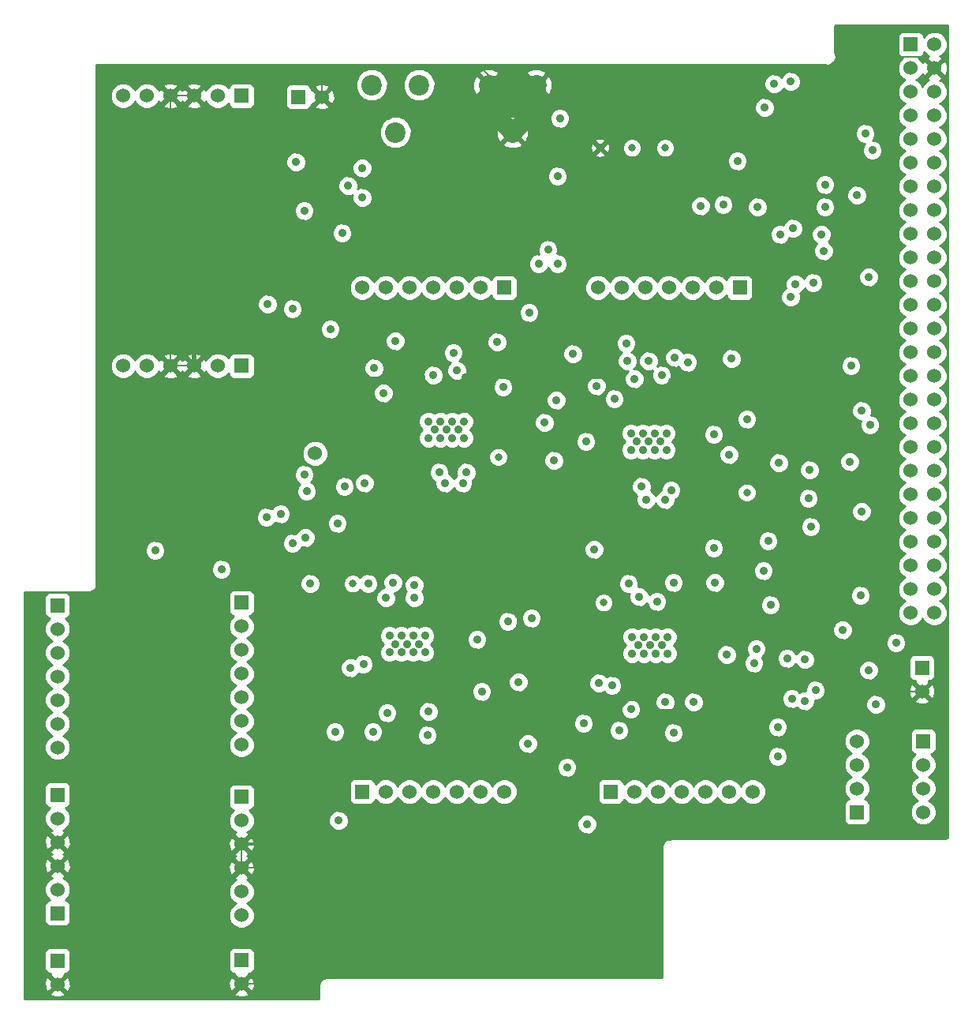
<source format=gbr>
G04 (created by PCBNEW (2013-05-18 BZR 4017)-stable) date Thu 09 Jul 2015 13:03:17 BST*
%MOIN*%
G04 Gerber Fmt 3.4, Leading zero omitted, Abs format*
%FSLAX34Y34*%
G01*
G70*
G90*
G04 APERTURE LIST*
%ADD10C,0.00590551*%
%ADD11C,0.0315*%
%ADD12C,0.06*%
%ADD13R,0.06X0.06*%
%ADD14C,0.0866*%
%ADD15C,0.0354*%
%ADD16C,0.035*%
%ADD17C,0.008*%
%ADD18C,0.0198*%
%ADD19C,0.0137795*%
%ADD20C,0.0488*%
%ADD21C,0.015748*%
%ADD22C,0.0787402*%
%ADD23C,0.01*%
G04 APERTURE END LIST*
G54D10*
G54D11*
X51450Y-37050D03*
X45300Y-42400D03*
G54D12*
X43708Y-36904D03*
G54D13*
X40600Y-43200D03*
G54D12*
X40600Y-44200D03*
X40600Y-45200D03*
X40600Y-46200D03*
X40600Y-47200D03*
X40600Y-48200D03*
X40600Y-49200D03*
G54D13*
X32829Y-43313D03*
G54D12*
X32829Y-44313D03*
X32829Y-45313D03*
X32829Y-46313D03*
X32829Y-47313D03*
X32829Y-48313D03*
X32829Y-49313D03*
G54D13*
X45700Y-51181D03*
G54D12*
X46700Y-51181D03*
X47700Y-51181D03*
X48700Y-51181D03*
X49700Y-51181D03*
X50700Y-51181D03*
X51700Y-51181D03*
G54D13*
X51700Y-29900D03*
G54D12*
X50700Y-29900D03*
X49700Y-29900D03*
X48700Y-29900D03*
X47700Y-29900D03*
X46700Y-29900D03*
X45700Y-29900D03*
G54D13*
X40600Y-21800D03*
G54D12*
X39600Y-21800D03*
X38600Y-21800D03*
X37600Y-21800D03*
X36600Y-21800D03*
X35600Y-21800D03*
G54D13*
X66600Y-52050D03*
G54D12*
X66600Y-51050D03*
X66600Y-50050D03*
X66600Y-49050D03*
G54D13*
X69400Y-49050D03*
G54D12*
X69400Y-50050D03*
X69400Y-51050D03*
X69400Y-52050D03*
G54D13*
X32829Y-58313D03*
G54D12*
X32829Y-59313D03*
G54D13*
X69350Y-45950D03*
G54D12*
X69350Y-46950D03*
G54D13*
X68874Y-19639D03*
G54D12*
X69874Y-19639D03*
X68874Y-24639D03*
X69874Y-20639D03*
X68874Y-25639D03*
X69874Y-21639D03*
X68874Y-26639D03*
X69874Y-22639D03*
X68874Y-27639D03*
X69874Y-23639D03*
X68874Y-28639D03*
X69874Y-24639D03*
X68874Y-29639D03*
X69874Y-25639D03*
X68874Y-30639D03*
X69874Y-26639D03*
X68874Y-31639D03*
X69874Y-27639D03*
X68874Y-32639D03*
X69874Y-28639D03*
X68874Y-33639D03*
X69874Y-29639D03*
X68874Y-34639D03*
X69874Y-30639D03*
X69874Y-31639D03*
X68874Y-35639D03*
X69874Y-32639D03*
X69874Y-34639D03*
X69874Y-35639D03*
X69874Y-36639D03*
X69874Y-37639D03*
X68874Y-36639D03*
X68874Y-37639D03*
X68874Y-20639D03*
X68874Y-21639D03*
X68874Y-22639D03*
X68874Y-23639D03*
X68874Y-38639D03*
X69874Y-38639D03*
X69874Y-33639D03*
X68874Y-39639D03*
X69874Y-39639D03*
X68874Y-40639D03*
X69874Y-40639D03*
X68874Y-41639D03*
X69874Y-41639D03*
X68874Y-42639D03*
X69874Y-42639D03*
X68874Y-43639D03*
X69874Y-43639D03*
G54D13*
X32829Y-51313D03*
G54D12*
X32829Y-52313D03*
X32829Y-53313D03*
X32829Y-54313D03*
G54D13*
X32829Y-56313D03*
G54D12*
X32829Y-55313D03*
G54D13*
X40600Y-33200D03*
G54D12*
X39600Y-33200D03*
X38600Y-33200D03*
X37600Y-33200D03*
X36600Y-33200D03*
X35600Y-33200D03*
G54D13*
X40600Y-51400D03*
G54D12*
X40600Y-52400D03*
X40600Y-53400D03*
X40600Y-54400D03*
X40600Y-55400D03*
X40600Y-56400D03*
G54D13*
X40600Y-58300D03*
G54D12*
X40600Y-59300D03*
G54D14*
X52050Y-23350D03*
X53050Y-21350D03*
X51050Y-21350D03*
X47100Y-23350D03*
X48100Y-21350D03*
X46100Y-21350D03*
G54D15*
X48500Y-35550D03*
X49000Y-35550D03*
X49500Y-35550D03*
X50000Y-35550D03*
X48750Y-35900D03*
X49250Y-35900D03*
X49750Y-35900D03*
X48500Y-36250D03*
X49000Y-36250D03*
X49500Y-36250D03*
X50000Y-36250D03*
X48350Y-45300D03*
X47850Y-45300D03*
X47350Y-45300D03*
X46850Y-45300D03*
X48100Y-44950D03*
X47600Y-44950D03*
X47100Y-44950D03*
X48350Y-44600D03*
X47850Y-44600D03*
X47350Y-44600D03*
X46850Y-44600D03*
G54D11*
X55900Y-43200D03*
X61950Y-38550D03*
G54D15*
X58600Y-45350D03*
X58100Y-45350D03*
X57600Y-45350D03*
X57100Y-45350D03*
X58350Y-45000D03*
X57850Y-45000D03*
X57350Y-45000D03*
X58600Y-44650D03*
X58100Y-44650D03*
X57600Y-44650D03*
X57100Y-44650D03*
X57050Y-36050D03*
X57550Y-36050D03*
X58050Y-36050D03*
X58550Y-36050D03*
X57300Y-36400D03*
X57800Y-36400D03*
X58300Y-36400D03*
X57050Y-36750D03*
X57550Y-36750D03*
X58050Y-36750D03*
X58550Y-36750D03*
G54D13*
X61650Y-29900D03*
G54D12*
X60650Y-29900D03*
X59650Y-29900D03*
X58650Y-29900D03*
X57650Y-29900D03*
X56650Y-29900D03*
X55650Y-29900D03*
G54D13*
X56200Y-51181D03*
G54D12*
X57200Y-51181D03*
X58200Y-51181D03*
X59200Y-51181D03*
X60200Y-51181D03*
X61200Y-51181D03*
X62200Y-51181D03*
G54D13*
X43000Y-21850D03*
G54D12*
X44000Y-21850D03*
G54D11*
X58500Y-24000D03*
X57100Y-24000D03*
X55750Y-24000D03*
G54D16*
X63800Y-21200D03*
X61100Y-45400D03*
X60550Y-40900D03*
X62350Y-45150D03*
X58850Y-42350D03*
X56950Y-42400D03*
X58150Y-43150D03*
X65250Y-26500D03*
X60000Y-26450D03*
X60950Y-26400D03*
X58750Y-38450D03*
X57500Y-38300D03*
X54600Y-32700D03*
X50550Y-44750D03*
X46700Y-43000D03*
X47900Y-43000D03*
X53400Y-35600D03*
X50100Y-37700D03*
X48950Y-37700D03*
X44950Y-38300D03*
X44850Y-27600D03*
X42750Y-40700D03*
X62400Y-26500D03*
X54050Y-22750D03*
X43300Y-40450D03*
X61300Y-32900D03*
X42250Y-39450D03*
X39750Y-41800D03*
X43250Y-26650D03*
X63350Y-27650D03*
X64000Y-29750D03*
X67100Y-46050D03*
X63900Y-27400D03*
X64750Y-29700D03*
X54350Y-50150D03*
X64600Y-37600D03*
X64550Y-38800D03*
X63850Y-47250D03*
X64400Y-45600D03*
X45750Y-45800D03*
X66350Y-33200D03*
X52300Y-46550D03*
X67150Y-35700D03*
X45700Y-24850D03*
X45700Y-26100D03*
X62700Y-22300D03*
X66600Y-26000D03*
X43250Y-37800D03*
X44650Y-39850D03*
X52700Y-49150D03*
X51850Y-44000D03*
X45950Y-42400D03*
X65200Y-28350D03*
X65100Y-27650D03*
X53950Y-28900D03*
X53150Y-28900D03*
X53900Y-34650D03*
X46600Y-34350D03*
X41650Y-39600D03*
X41700Y-30600D03*
X61550Y-24550D03*
X53550Y-28300D03*
X66300Y-37250D03*
X64650Y-40000D03*
X63250Y-49700D03*
X63250Y-48450D03*
X63650Y-45550D03*
X67100Y-29450D03*
X44350Y-31650D03*
X53800Y-37200D03*
X56350Y-34600D03*
X60550Y-36100D03*
X58900Y-32850D03*
X59450Y-33050D03*
X57800Y-33000D03*
X56900Y-33000D03*
X67250Y-24100D03*
X64400Y-47350D03*
X66000Y-44350D03*
X66800Y-39350D03*
X56250Y-46700D03*
X68250Y-44900D03*
X63300Y-37300D03*
X62850Y-40600D03*
X62650Y-41850D03*
X66950Y-23400D03*
X64850Y-46900D03*
X66750Y-42900D03*
X67400Y-47500D03*
X65250Y-25550D03*
X62250Y-45750D03*
X60600Y-42350D03*
X52850Y-43850D03*
X55050Y-48300D03*
X58850Y-48700D03*
X56550Y-48600D03*
X55200Y-52550D03*
X63100Y-21300D03*
X61950Y-35450D03*
X55500Y-40950D03*
X55150Y-36400D03*
X63800Y-30300D03*
X56850Y-32250D03*
X44550Y-48650D03*
X43500Y-42400D03*
X48450Y-48800D03*
X44700Y-52400D03*
X46150Y-48650D03*
X52750Y-30950D03*
X51400Y-32200D03*
X49550Y-32650D03*
X47100Y-32150D03*
X42750Y-30800D03*
X53950Y-25200D03*
X36950Y-41000D03*
X43350Y-38500D03*
X42900Y-24600D03*
X45100Y-25600D03*
X57200Y-33750D03*
X55600Y-34050D03*
X57050Y-47700D03*
X55700Y-46600D03*
X58500Y-38850D03*
X57700Y-38850D03*
X62950Y-43300D03*
X57400Y-42950D03*
X58500Y-47400D03*
X59700Y-47400D03*
X46200Y-33300D03*
X48700Y-33600D03*
X51650Y-34100D03*
X49700Y-33400D03*
X61200Y-36950D03*
X58350Y-33600D03*
X45200Y-45950D03*
X46750Y-47850D03*
X50750Y-46950D03*
X48500Y-47800D03*
X47000Y-42350D03*
X47900Y-42450D03*
X45800Y-38150D03*
X49200Y-38150D03*
X49950Y-38150D03*
X66800Y-35100D03*
X60400Y-45450D03*
X53550Y-46950D03*
X59000Y-47750D03*
X57050Y-47200D03*
X55750Y-39150D03*
X60150Y-33000D03*
X58800Y-33850D03*
X56650Y-33850D03*
X49150Y-40450D03*
X48550Y-47150D03*
X46650Y-47200D03*
X43500Y-47150D03*
X50050Y-33700D03*
X44250Y-34200D03*
X48200Y-33700D03*
X37050Y-38800D03*
G54D17*
X67450Y-20150D02*
X66850Y-20150D01*
X53650Y-20750D02*
X53050Y-21350D01*
X66250Y-20750D02*
X53650Y-20750D01*
X66850Y-20150D02*
X66250Y-20750D01*
X69874Y-20639D02*
X69874Y-20624D01*
X69400Y-20150D02*
X67450Y-20150D01*
X67450Y-20150D02*
X67400Y-20150D01*
X69874Y-20624D02*
X69400Y-20150D01*
X44000Y-21850D02*
X44000Y-20700D01*
X44000Y-20700D02*
X43900Y-20600D01*
X59000Y-47750D02*
X59000Y-47800D01*
X68550Y-46950D02*
X69350Y-46950D01*
X67450Y-48050D02*
X68550Y-46950D01*
X59250Y-48050D02*
X67450Y-48050D01*
X59000Y-47800D02*
X59250Y-48050D01*
X59150Y-47600D02*
X59000Y-47750D01*
X59150Y-46700D02*
X59150Y-47600D01*
X60400Y-45450D02*
X59150Y-46700D01*
G54D18*
X53500Y-47000D02*
X53500Y-47800D01*
X53550Y-46950D02*
X53500Y-47000D01*
G54D19*
X59000Y-47750D02*
X58250Y-47750D01*
X58250Y-47750D02*
X57700Y-47200D01*
X48550Y-47150D02*
X49150Y-47150D01*
X49150Y-47150D02*
X49800Y-47800D01*
X49800Y-47800D02*
X53500Y-47800D01*
X56450Y-47800D02*
X57050Y-47200D01*
X53500Y-47800D02*
X56450Y-47800D01*
X57050Y-47200D02*
X57700Y-47200D01*
G54D18*
X54600Y-34350D02*
X54600Y-33700D01*
X55700Y-35450D02*
X54600Y-34350D01*
X55700Y-39100D02*
X55700Y-35450D01*
X55750Y-39150D02*
X55700Y-39100D01*
G54D19*
X58800Y-33850D02*
X59300Y-33850D01*
X59300Y-33850D02*
X60150Y-33000D01*
X56650Y-33850D02*
X56650Y-34250D01*
X57950Y-34700D02*
X58800Y-33850D01*
X57100Y-34700D02*
X57950Y-34700D01*
X56650Y-34250D02*
X57100Y-34700D01*
X50050Y-33700D02*
X54600Y-33700D01*
X54600Y-33700D02*
X56500Y-33700D01*
X56500Y-33700D02*
X56650Y-33850D01*
G54D17*
X49050Y-40350D02*
X44250Y-40350D01*
X49150Y-40450D02*
X49050Y-40350D01*
G54D19*
X46650Y-47200D02*
X44600Y-47200D01*
X44600Y-47200D02*
X44550Y-47150D01*
X48550Y-47150D02*
X46700Y-47150D01*
X46700Y-47150D02*
X46650Y-47200D01*
G54D17*
X44250Y-34200D02*
X44250Y-40350D01*
X44250Y-40350D02*
X44250Y-46850D01*
X44250Y-46850D02*
X44550Y-47150D01*
G54D20*
X43500Y-47150D02*
X43350Y-47150D01*
G54D19*
X40600Y-53400D02*
X42950Y-53400D01*
X43350Y-47150D02*
X44550Y-47150D01*
X43350Y-53000D02*
X43350Y-47150D01*
X42950Y-53400D02*
X43350Y-53000D01*
X50050Y-33700D02*
X49700Y-34050D01*
X48200Y-33850D02*
X48200Y-33700D01*
X48400Y-34050D02*
X48200Y-33850D01*
X49700Y-34050D02*
X48400Y-34050D01*
G54D18*
X38600Y-33200D02*
X38600Y-32400D01*
X43700Y-34200D02*
X44250Y-34200D01*
X41900Y-32400D02*
X43700Y-34200D01*
X38600Y-32400D02*
X41900Y-32400D01*
G54D17*
X48200Y-33700D02*
X44750Y-33700D01*
X44750Y-33700D02*
X44250Y-34200D01*
G54D21*
X48200Y-33700D02*
X46850Y-33700D01*
G54D17*
X51050Y-21350D02*
X51050Y-20950D01*
X39800Y-20600D02*
X38600Y-21800D01*
X50700Y-20600D02*
X43900Y-20600D01*
X43900Y-20600D02*
X39800Y-20600D01*
X51050Y-20950D02*
X50700Y-20600D01*
G54D22*
X51050Y-21350D02*
X51050Y-22350D01*
X51050Y-22350D02*
X52050Y-23350D01*
X53050Y-21350D02*
X53050Y-22350D01*
X53050Y-22350D02*
X52050Y-23350D01*
X51050Y-21350D02*
X53050Y-21350D01*
G54D17*
X40600Y-59300D02*
X42650Y-59300D01*
X42650Y-59300D02*
X42700Y-59250D01*
X42700Y-59250D02*
X42700Y-58300D01*
X40600Y-54400D02*
X42250Y-54400D01*
X42250Y-54400D02*
X42700Y-54850D01*
X42700Y-54850D02*
X42700Y-58300D01*
X40600Y-53400D02*
X40600Y-54400D01*
X37600Y-21800D02*
X37600Y-33200D01*
X38600Y-21800D02*
X37600Y-21800D01*
X38600Y-33200D02*
X37600Y-33200D01*
X37600Y-33200D02*
X37050Y-33750D01*
X37050Y-33750D02*
X37050Y-38800D01*
G54D10*
G36*
X70443Y-53125D02*
X70428Y-53128D01*
X70428Y-20720D01*
X70417Y-20502D01*
X70355Y-20351D01*
X70259Y-20323D01*
X69944Y-20639D01*
X70259Y-20954D01*
X70355Y-20926D01*
X70428Y-20720D01*
X70428Y-53128D01*
X70424Y-53129D01*
X70424Y-43530D01*
X70340Y-43327D01*
X70185Y-43173D01*
X70104Y-43139D01*
X70185Y-43105D01*
X70339Y-42950D01*
X70423Y-42748D01*
X70424Y-42530D01*
X70340Y-42327D01*
X70185Y-42173D01*
X70104Y-42139D01*
X70185Y-42105D01*
X70339Y-41950D01*
X70423Y-41748D01*
X70424Y-41530D01*
X70340Y-41327D01*
X70185Y-41173D01*
X70104Y-41139D01*
X70185Y-41105D01*
X70339Y-40950D01*
X70423Y-40748D01*
X70424Y-40530D01*
X70340Y-40327D01*
X70185Y-40173D01*
X70104Y-40139D01*
X70185Y-40105D01*
X70339Y-39950D01*
X70423Y-39748D01*
X70424Y-39530D01*
X70340Y-39327D01*
X70185Y-39173D01*
X70104Y-39139D01*
X70185Y-39105D01*
X70339Y-38950D01*
X70423Y-38748D01*
X70424Y-38530D01*
X70340Y-38327D01*
X70185Y-38173D01*
X70104Y-38139D01*
X70185Y-38105D01*
X70339Y-37950D01*
X70423Y-37748D01*
X70424Y-37530D01*
X70340Y-37327D01*
X70185Y-37173D01*
X70104Y-37139D01*
X70185Y-37105D01*
X70339Y-36950D01*
X70423Y-36748D01*
X70424Y-36530D01*
X70340Y-36327D01*
X70185Y-36173D01*
X70104Y-36139D01*
X70185Y-36105D01*
X70339Y-35950D01*
X70423Y-35748D01*
X70424Y-35530D01*
X70340Y-35327D01*
X70185Y-35173D01*
X70104Y-35139D01*
X70185Y-35105D01*
X70339Y-34950D01*
X70423Y-34748D01*
X70424Y-34530D01*
X70340Y-34327D01*
X70185Y-34173D01*
X70104Y-34139D01*
X70185Y-34105D01*
X70339Y-33950D01*
X70423Y-33748D01*
X70424Y-33530D01*
X70340Y-33327D01*
X70185Y-33173D01*
X70104Y-33139D01*
X70185Y-33105D01*
X70339Y-32950D01*
X70423Y-32748D01*
X70424Y-32530D01*
X70340Y-32327D01*
X70185Y-32173D01*
X70104Y-32139D01*
X70185Y-32105D01*
X70339Y-31950D01*
X70423Y-31748D01*
X70424Y-31530D01*
X70340Y-31327D01*
X70185Y-31173D01*
X70104Y-31139D01*
X70185Y-31105D01*
X70339Y-30950D01*
X70423Y-30748D01*
X70424Y-30530D01*
X70340Y-30327D01*
X70185Y-30173D01*
X70104Y-30139D01*
X70185Y-30105D01*
X70339Y-29950D01*
X70423Y-29748D01*
X70424Y-29530D01*
X70340Y-29327D01*
X70185Y-29173D01*
X70104Y-29139D01*
X70185Y-29105D01*
X70339Y-28950D01*
X70423Y-28748D01*
X70424Y-28530D01*
X70340Y-28327D01*
X70185Y-28173D01*
X70104Y-28139D01*
X70185Y-28105D01*
X70339Y-27950D01*
X70423Y-27748D01*
X70424Y-27530D01*
X70340Y-27327D01*
X70185Y-27173D01*
X70104Y-27139D01*
X70185Y-27105D01*
X70339Y-26950D01*
X70423Y-26748D01*
X70424Y-26530D01*
X70340Y-26327D01*
X70185Y-26173D01*
X70104Y-26139D01*
X70185Y-26105D01*
X70339Y-25950D01*
X70423Y-25748D01*
X70424Y-25530D01*
X70340Y-25327D01*
X70185Y-25173D01*
X70104Y-25139D01*
X70185Y-25105D01*
X70339Y-24950D01*
X70423Y-24748D01*
X70424Y-24530D01*
X70340Y-24327D01*
X70185Y-24173D01*
X70104Y-24139D01*
X70185Y-24105D01*
X70339Y-23950D01*
X70423Y-23748D01*
X70424Y-23530D01*
X70340Y-23327D01*
X70185Y-23173D01*
X70104Y-23139D01*
X70185Y-23105D01*
X70339Y-22950D01*
X70423Y-22748D01*
X70424Y-22530D01*
X70340Y-22327D01*
X70185Y-22173D01*
X70104Y-22139D01*
X70185Y-22105D01*
X70339Y-21950D01*
X70423Y-21748D01*
X70424Y-21530D01*
X70340Y-21327D01*
X70185Y-21173D01*
X70110Y-21141D01*
X70161Y-21120D01*
X70189Y-21024D01*
X69874Y-20709D01*
X69558Y-21024D01*
X69586Y-21120D01*
X69641Y-21139D01*
X69562Y-21172D01*
X69408Y-21327D01*
X69374Y-21408D01*
X69340Y-21327D01*
X69185Y-21173D01*
X69104Y-21139D01*
X69185Y-21105D01*
X69339Y-20950D01*
X69371Y-20875D01*
X69392Y-20926D01*
X69488Y-20954D01*
X69803Y-20639D01*
X69488Y-20323D01*
X69392Y-20351D01*
X69373Y-20406D01*
X69340Y-20327D01*
X69201Y-20189D01*
X69223Y-20189D01*
X69315Y-20151D01*
X69385Y-20080D01*
X69423Y-19988D01*
X69423Y-19966D01*
X69562Y-20104D01*
X69637Y-20136D01*
X69586Y-20157D01*
X69558Y-20253D01*
X69874Y-20568D01*
X70189Y-20253D01*
X70161Y-20157D01*
X70106Y-20138D01*
X70185Y-20105D01*
X70339Y-19950D01*
X70423Y-19748D01*
X70424Y-19530D01*
X70340Y-19327D01*
X70185Y-19173D01*
X69983Y-19089D01*
X69765Y-19088D01*
X69562Y-19172D01*
X69424Y-19311D01*
X69424Y-19289D01*
X69386Y-19197D01*
X69315Y-19127D01*
X69223Y-19089D01*
X69124Y-19088D01*
X68524Y-19088D01*
X68432Y-19126D01*
X68362Y-19197D01*
X68324Y-19289D01*
X68323Y-19388D01*
X68323Y-19988D01*
X68361Y-20080D01*
X68432Y-20150D01*
X68524Y-20188D01*
X68546Y-20188D01*
X68408Y-20327D01*
X68324Y-20529D01*
X68323Y-20747D01*
X68407Y-20950D01*
X68562Y-21104D01*
X68643Y-21138D01*
X68562Y-21172D01*
X68408Y-21327D01*
X68324Y-21529D01*
X68323Y-21747D01*
X68407Y-21950D01*
X68562Y-22104D01*
X68643Y-22138D01*
X68562Y-22172D01*
X68408Y-22327D01*
X68324Y-22529D01*
X68323Y-22747D01*
X68407Y-22950D01*
X68562Y-23104D01*
X68643Y-23138D01*
X68562Y-23172D01*
X68408Y-23327D01*
X68324Y-23529D01*
X68323Y-23747D01*
X68407Y-23950D01*
X68562Y-24104D01*
X68643Y-24138D01*
X68562Y-24172D01*
X68408Y-24327D01*
X68324Y-24529D01*
X68323Y-24747D01*
X68407Y-24950D01*
X68562Y-25104D01*
X68643Y-25138D01*
X68562Y-25172D01*
X68408Y-25327D01*
X68324Y-25529D01*
X68323Y-25747D01*
X68407Y-25950D01*
X68562Y-26104D01*
X68643Y-26138D01*
X68562Y-26172D01*
X68408Y-26327D01*
X68324Y-26529D01*
X68323Y-26747D01*
X68407Y-26950D01*
X68562Y-27104D01*
X68643Y-27138D01*
X68562Y-27172D01*
X68408Y-27327D01*
X68324Y-27529D01*
X68323Y-27747D01*
X68407Y-27950D01*
X68562Y-28104D01*
X68643Y-28138D01*
X68562Y-28172D01*
X68408Y-28327D01*
X68324Y-28529D01*
X68323Y-28747D01*
X68407Y-28950D01*
X68562Y-29104D01*
X68643Y-29138D01*
X68562Y-29172D01*
X68408Y-29327D01*
X68324Y-29529D01*
X68323Y-29747D01*
X68407Y-29950D01*
X68562Y-30104D01*
X68643Y-30138D01*
X68562Y-30172D01*
X68408Y-30327D01*
X68324Y-30529D01*
X68323Y-30747D01*
X68407Y-30950D01*
X68562Y-31104D01*
X68643Y-31138D01*
X68562Y-31172D01*
X68408Y-31327D01*
X68324Y-31529D01*
X68323Y-31747D01*
X68407Y-31950D01*
X68562Y-32104D01*
X68643Y-32138D01*
X68562Y-32172D01*
X68408Y-32327D01*
X68324Y-32529D01*
X68323Y-32747D01*
X68407Y-32950D01*
X68562Y-33104D01*
X68643Y-33138D01*
X68562Y-33172D01*
X68408Y-33327D01*
X68324Y-33529D01*
X68323Y-33747D01*
X68407Y-33950D01*
X68562Y-34104D01*
X68643Y-34138D01*
X68562Y-34172D01*
X68408Y-34327D01*
X68324Y-34529D01*
X68323Y-34747D01*
X68407Y-34950D01*
X68562Y-35104D01*
X68643Y-35138D01*
X68562Y-35172D01*
X68408Y-35327D01*
X68324Y-35529D01*
X68323Y-35747D01*
X68407Y-35950D01*
X68562Y-36104D01*
X68643Y-36138D01*
X68562Y-36172D01*
X68408Y-36327D01*
X68324Y-36529D01*
X68323Y-36747D01*
X68407Y-36950D01*
X68562Y-37104D01*
X68643Y-37138D01*
X68562Y-37172D01*
X68408Y-37327D01*
X68324Y-37529D01*
X68323Y-37747D01*
X68407Y-37950D01*
X68562Y-38104D01*
X68643Y-38138D01*
X68562Y-38172D01*
X68408Y-38327D01*
X68324Y-38529D01*
X68323Y-38747D01*
X68407Y-38950D01*
X68562Y-39104D01*
X68643Y-39138D01*
X68562Y-39172D01*
X68408Y-39327D01*
X68324Y-39529D01*
X68323Y-39747D01*
X68407Y-39950D01*
X68562Y-40104D01*
X68643Y-40138D01*
X68562Y-40172D01*
X68408Y-40327D01*
X68324Y-40529D01*
X68323Y-40747D01*
X68407Y-40950D01*
X68562Y-41104D01*
X68643Y-41138D01*
X68562Y-41172D01*
X68408Y-41327D01*
X68324Y-41529D01*
X68323Y-41747D01*
X68407Y-41950D01*
X68562Y-42104D01*
X68643Y-42138D01*
X68562Y-42172D01*
X68408Y-42327D01*
X68324Y-42529D01*
X68323Y-42747D01*
X68407Y-42950D01*
X68562Y-43104D01*
X68643Y-43138D01*
X68562Y-43172D01*
X68408Y-43327D01*
X68324Y-43529D01*
X68323Y-43747D01*
X68407Y-43950D01*
X68562Y-44104D01*
X68764Y-44188D01*
X68982Y-44189D01*
X69185Y-44105D01*
X69339Y-43950D01*
X69373Y-43869D01*
X69407Y-43950D01*
X69562Y-44104D01*
X69764Y-44188D01*
X69982Y-44189D01*
X70185Y-44105D01*
X70339Y-43950D01*
X70423Y-43748D01*
X70424Y-43530D01*
X70424Y-53129D01*
X70347Y-53144D01*
X70318Y-53164D01*
X69950Y-53164D01*
X69950Y-51941D01*
X69866Y-51738D01*
X69711Y-51584D01*
X69630Y-51550D01*
X69711Y-51516D01*
X69865Y-51361D01*
X69949Y-51159D01*
X69950Y-50941D01*
X69866Y-50738D01*
X69711Y-50584D01*
X69630Y-50550D01*
X69711Y-50516D01*
X69865Y-50361D01*
X69949Y-50159D01*
X69950Y-49941D01*
X69866Y-49738D01*
X69727Y-49600D01*
X69749Y-49600D01*
X69841Y-49562D01*
X69911Y-49491D01*
X69949Y-49399D01*
X69950Y-49300D01*
X69950Y-48700D01*
X69912Y-48608D01*
X69904Y-48601D01*
X69904Y-47031D01*
X69900Y-46937D01*
X69900Y-46200D01*
X69900Y-45600D01*
X69862Y-45508D01*
X69791Y-45438D01*
X69699Y-45400D01*
X69600Y-45399D01*
X69000Y-45399D01*
X68908Y-45437D01*
X68838Y-45508D01*
X68800Y-45600D01*
X68799Y-45699D01*
X68799Y-46299D01*
X68837Y-46391D01*
X68908Y-46461D01*
X69000Y-46499D01*
X69053Y-46500D01*
X69034Y-46564D01*
X69350Y-46879D01*
X69665Y-46564D01*
X69646Y-46500D01*
X69699Y-46500D01*
X69791Y-46462D01*
X69861Y-46391D01*
X69899Y-46299D01*
X69900Y-46200D01*
X69900Y-46937D01*
X69893Y-46813D01*
X69831Y-46662D01*
X69735Y-46634D01*
X69420Y-46950D01*
X69735Y-47265D01*
X69831Y-47237D01*
X69904Y-47031D01*
X69904Y-48601D01*
X69841Y-48538D01*
X69749Y-48500D01*
X69665Y-48499D01*
X69665Y-47335D01*
X69350Y-47020D01*
X69279Y-47091D01*
X69279Y-46950D01*
X68964Y-46634D01*
X68868Y-46662D01*
X68795Y-46868D01*
X68806Y-47086D01*
X68868Y-47237D01*
X68964Y-47265D01*
X69279Y-46950D01*
X69279Y-47091D01*
X69034Y-47335D01*
X69062Y-47431D01*
X69268Y-47504D01*
X69486Y-47493D01*
X69637Y-47431D01*
X69665Y-47335D01*
X69665Y-48499D01*
X69650Y-48499D01*
X69050Y-48499D01*
X68958Y-48537D01*
X68888Y-48608D01*
X68850Y-48700D01*
X68849Y-48799D01*
X68849Y-49399D01*
X68887Y-49491D01*
X68958Y-49561D01*
X69050Y-49599D01*
X69072Y-49599D01*
X68934Y-49738D01*
X68850Y-49940D01*
X68849Y-50158D01*
X68933Y-50361D01*
X69088Y-50515D01*
X69169Y-50549D01*
X69088Y-50583D01*
X68934Y-50738D01*
X68850Y-50940D01*
X68849Y-51158D01*
X68933Y-51361D01*
X69088Y-51515D01*
X69169Y-51549D01*
X69088Y-51583D01*
X68934Y-51738D01*
X68850Y-51940D01*
X68849Y-52158D01*
X68933Y-52361D01*
X69088Y-52515D01*
X69290Y-52599D01*
X69508Y-52600D01*
X69711Y-52516D01*
X69865Y-52361D01*
X69949Y-52159D01*
X69950Y-51941D01*
X69950Y-53164D01*
X68675Y-53164D01*
X68675Y-44815D01*
X68610Y-44659D01*
X68491Y-44539D01*
X68334Y-44475D01*
X68165Y-44474D01*
X68009Y-44539D01*
X67889Y-44658D01*
X67825Y-44815D01*
X67824Y-44984D01*
X67889Y-45140D01*
X68008Y-45260D01*
X68165Y-45324D01*
X68334Y-45325D01*
X68490Y-45260D01*
X68610Y-45141D01*
X68674Y-44984D01*
X68675Y-44815D01*
X68675Y-53164D01*
X67825Y-53164D01*
X67825Y-47415D01*
X67760Y-47259D01*
X67675Y-47173D01*
X67675Y-24015D01*
X67610Y-23859D01*
X67491Y-23739D01*
X67334Y-23675D01*
X67276Y-23675D01*
X67310Y-23641D01*
X67374Y-23484D01*
X67375Y-23315D01*
X67310Y-23159D01*
X67191Y-23039D01*
X67034Y-22975D01*
X66865Y-22974D01*
X66709Y-23039D01*
X66589Y-23158D01*
X66525Y-23315D01*
X66524Y-23484D01*
X66589Y-23640D01*
X66708Y-23760D01*
X66865Y-23824D01*
X66923Y-23824D01*
X66889Y-23858D01*
X66825Y-24015D01*
X66824Y-24184D01*
X66889Y-24340D01*
X67008Y-24460D01*
X67165Y-24524D01*
X67334Y-24525D01*
X67490Y-24460D01*
X67610Y-24341D01*
X67674Y-24184D01*
X67675Y-24015D01*
X67675Y-47173D01*
X67641Y-47139D01*
X67575Y-47112D01*
X67575Y-35615D01*
X67525Y-35494D01*
X67525Y-29365D01*
X67460Y-29209D01*
X67341Y-29089D01*
X67184Y-29025D01*
X67025Y-29024D01*
X67025Y-25915D01*
X66960Y-25759D01*
X66841Y-25639D01*
X66684Y-25575D01*
X66515Y-25574D01*
X66359Y-25639D01*
X66239Y-25758D01*
X66175Y-25915D01*
X66174Y-26084D01*
X66239Y-26240D01*
X66358Y-26360D01*
X66515Y-26424D01*
X66684Y-26425D01*
X66840Y-26360D01*
X66960Y-26241D01*
X67024Y-26084D01*
X67025Y-25915D01*
X67025Y-29024D01*
X67015Y-29024D01*
X66859Y-29089D01*
X66739Y-29208D01*
X66675Y-29365D01*
X66674Y-29534D01*
X66739Y-29690D01*
X66858Y-29810D01*
X67015Y-29874D01*
X67184Y-29875D01*
X67340Y-29810D01*
X67460Y-29691D01*
X67524Y-29534D01*
X67525Y-29365D01*
X67525Y-35494D01*
X67510Y-35459D01*
X67391Y-35339D01*
X67234Y-35275D01*
X67187Y-35275D01*
X67224Y-35184D01*
X67225Y-35015D01*
X67160Y-34859D01*
X67041Y-34739D01*
X66884Y-34675D01*
X66775Y-34674D01*
X66775Y-33115D01*
X66710Y-32959D01*
X66591Y-32839D01*
X66434Y-32775D01*
X66265Y-32774D01*
X66109Y-32839D01*
X65989Y-32958D01*
X65925Y-33115D01*
X65924Y-33284D01*
X65989Y-33440D01*
X66108Y-33560D01*
X66265Y-33624D01*
X66434Y-33625D01*
X66590Y-33560D01*
X66710Y-33441D01*
X66774Y-33284D01*
X66775Y-33115D01*
X66775Y-34674D01*
X66715Y-34674D01*
X66559Y-34739D01*
X66439Y-34858D01*
X66375Y-35015D01*
X66374Y-35184D01*
X66439Y-35340D01*
X66558Y-35460D01*
X66715Y-35524D01*
X66762Y-35524D01*
X66725Y-35615D01*
X66724Y-35784D01*
X66789Y-35940D01*
X66908Y-36060D01*
X67065Y-36124D01*
X67234Y-36125D01*
X67390Y-36060D01*
X67510Y-35941D01*
X67574Y-35784D01*
X67575Y-35615D01*
X67575Y-47112D01*
X67525Y-47091D01*
X67525Y-45965D01*
X67460Y-45809D01*
X67341Y-45689D01*
X67225Y-45641D01*
X67225Y-39265D01*
X67160Y-39109D01*
X67041Y-38989D01*
X66884Y-38925D01*
X66725Y-38924D01*
X66725Y-37165D01*
X66660Y-37009D01*
X66541Y-36889D01*
X66384Y-36825D01*
X66215Y-36824D01*
X66059Y-36889D01*
X65939Y-37008D01*
X65875Y-37165D01*
X65874Y-37334D01*
X65939Y-37490D01*
X66058Y-37610D01*
X66215Y-37674D01*
X66384Y-37675D01*
X66540Y-37610D01*
X66660Y-37491D01*
X66724Y-37334D01*
X66725Y-37165D01*
X66725Y-38924D01*
X66715Y-38924D01*
X66559Y-38989D01*
X66439Y-39108D01*
X66375Y-39265D01*
X66374Y-39434D01*
X66439Y-39590D01*
X66558Y-39710D01*
X66715Y-39774D01*
X66884Y-39775D01*
X67040Y-39710D01*
X67160Y-39591D01*
X67224Y-39434D01*
X67225Y-39265D01*
X67225Y-45641D01*
X67184Y-45625D01*
X67175Y-45625D01*
X67175Y-42815D01*
X67110Y-42659D01*
X66991Y-42539D01*
X66834Y-42475D01*
X66665Y-42474D01*
X66509Y-42539D01*
X66389Y-42658D01*
X66325Y-42815D01*
X66324Y-42984D01*
X66389Y-43140D01*
X66508Y-43260D01*
X66665Y-43324D01*
X66834Y-43325D01*
X66990Y-43260D01*
X67110Y-43141D01*
X67174Y-42984D01*
X67175Y-42815D01*
X67175Y-45625D01*
X67015Y-45624D01*
X66859Y-45689D01*
X66739Y-45808D01*
X66675Y-45965D01*
X66674Y-46134D01*
X66739Y-46290D01*
X66858Y-46410D01*
X67015Y-46474D01*
X67184Y-46475D01*
X67340Y-46410D01*
X67460Y-46291D01*
X67524Y-46134D01*
X67525Y-45965D01*
X67525Y-47091D01*
X67484Y-47075D01*
X67315Y-47074D01*
X67159Y-47139D01*
X67039Y-47258D01*
X66975Y-47415D01*
X66974Y-47584D01*
X67039Y-47740D01*
X67158Y-47860D01*
X67315Y-47924D01*
X67484Y-47925D01*
X67640Y-47860D01*
X67760Y-47741D01*
X67824Y-47584D01*
X67825Y-47415D01*
X67825Y-53164D01*
X67150Y-53164D01*
X67150Y-50941D01*
X67066Y-50738D01*
X66911Y-50584D01*
X66830Y-50550D01*
X66911Y-50516D01*
X67065Y-50361D01*
X67149Y-50159D01*
X67150Y-49941D01*
X67066Y-49738D01*
X66911Y-49584D01*
X66830Y-49550D01*
X66911Y-49516D01*
X67065Y-49361D01*
X67149Y-49159D01*
X67150Y-48941D01*
X67066Y-48738D01*
X66911Y-48584D01*
X66709Y-48500D01*
X66491Y-48499D01*
X66425Y-48527D01*
X66425Y-44265D01*
X66360Y-44109D01*
X66241Y-43989D01*
X66084Y-43925D01*
X65915Y-43924D01*
X65759Y-43989D01*
X65675Y-44073D01*
X65675Y-26415D01*
X65675Y-25465D01*
X65610Y-25309D01*
X65491Y-25189D01*
X65334Y-25125D01*
X65165Y-25124D01*
X65009Y-25189D01*
X64889Y-25308D01*
X64825Y-25465D01*
X64824Y-25634D01*
X64889Y-25790D01*
X65008Y-25910D01*
X65165Y-25974D01*
X65334Y-25975D01*
X65490Y-25910D01*
X65610Y-25791D01*
X65674Y-25634D01*
X65675Y-25465D01*
X65675Y-26415D01*
X65610Y-26259D01*
X65491Y-26139D01*
X65334Y-26075D01*
X65165Y-26074D01*
X65009Y-26139D01*
X64889Y-26258D01*
X64825Y-26415D01*
X64824Y-26584D01*
X64889Y-26740D01*
X65008Y-26860D01*
X65165Y-26924D01*
X65334Y-26925D01*
X65490Y-26860D01*
X65610Y-26741D01*
X65674Y-26584D01*
X65675Y-26415D01*
X65675Y-44073D01*
X65639Y-44108D01*
X65625Y-44144D01*
X65625Y-28265D01*
X65560Y-28109D01*
X65441Y-27989D01*
X65384Y-27966D01*
X65460Y-27891D01*
X65524Y-27734D01*
X65525Y-27565D01*
X65460Y-27409D01*
X65341Y-27289D01*
X65184Y-27225D01*
X65015Y-27224D01*
X64859Y-27289D01*
X64739Y-27408D01*
X64675Y-27565D01*
X64674Y-27734D01*
X64739Y-27890D01*
X64858Y-28010D01*
X64915Y-28033D01*
X64839Y-28108D01*
X64775Y-28265D01*
X64774Y-28434D01*
X64839Y-28590D01*
X64958Y-28710D01*
X65115Y-28774D01*
X65284Y-28775D01*
X65440Y-28710D01*
X65560Y-28591D01*
X65624Y-28434D01*
X65625Y-28265D01*
X65625Y-44144D01*
X65575Y-44265D01*
X65574Y-44434D01*
X65639Y-44590D01*
X65758Y-44710D01*
X65915Y-44774D01*
X66084Y-44775D01*
X66240Y-44710D01*
X66360Y-44591D01*
X66424Y-44434D01*
X66425Y-44265D01*
X66425Y-48527D01*
X66288Y-48583D01*
X66134Y-48738D01*
X66050Y-48940D01*
X66049Y-49158D01*
X66133Y-49361D01*
X66288Y-49515D01*
X66369Y-49549D01*
X66288Y-49583D01*
X66134Y-49738D01*
X66050Y-49940D01*
X66049Y-50158D01*
X66133Y-50361D01*
X66288Y-50515D01*
X66369Y-50549D01*
X66288Y-50583D01*
X66134Y-50738D01*
X66050Y-50940D01*
X66049Y-51158D01*
X66133Y-51361D01*
X66272Y-51499D01*
X66250Y-51499D01*
X66158Y-51537D01*
X66088Y-51608D01*
X66050Y-51700D01*
X66049Y-51799D01*
X66049Y-52399D01*
X66087Y-52491D01*
X66158Y-52561D01*
X66250Y-52599D01*
X66349Y-52600D01*
X66949Y-52600D01*
X67041Y-52562D01*
X67111Y-52491D01*
X67149Y-52399D01*
X67150Y-52300D01*
X67150Y-51700D01*
X67112Y-51608D01*
X67041Y-51538D01*
X66949Y-51500D01*
X66927Y-51500D01*
X67065Y-51361D01*
X67149Y-51159D01*
X67150Y-50941D01*
X67150Y-53164D01*
X65275Y-53164D01*
X65275Y-46815D01*
X65210Y-46659D01*
X65175Y-46624D01*
X65175Y-29615D01*
X65110Y-29459D01*
X64991Y-29339D01*
X64834Y-29275D01*
X64665Y-29274D01*
X64509Y-29339D01*
X64389Y-29458D01*
X64364Y-29519D01*
X64360Y-29509D01*
X64325Y-29474D01*
X64325Y-27315D01*
X64260Y-27159D01*
X64225Y-27124D01*
X64225Y-21115D01*
X64160Y-20959D01*
X64041Y-20839D01*
X63884Y-20775D01*
X63715Y-20774D01*
X63559Y-20839D01*
X63439Y-20958D01*
X63416Y-21015D01*
X63341Y-20939D01*
X63184Y-20875D01*
X63015Y-20874D01*
X62859Y-20939D01*
X62739Y-21058D01*
X62675Y-21215D01*
X62674Y-21384D01*
X62739Y-21540D01*
X62858Y-21660D01*
X63015Y-21724D01*
X63184Y-21725D01*
X63340Y-21660D01*
X63460Y-21541D01*
X63483Y-21484D01*
X63558Y-21560D01*
X63715Y-21624D01*
X63884Y-21625D01*
X64040Y-21560D01*
X64160Y-21441D01*
X64224Y-21284D01*
X64225Y-21115D01*
X64225Y-27124D01*
X64141Y-27039D01*
X63984Y-26975D01*
X63815Y-26974D01*
X63659Y-27039D01*
X63539Y-27158D01*
X63501Y-27252D01*
X63434Y-27225D01*
X63265Y-27224D01*
X63125Y-27283D01*
X63125Y-22215D01*
X63060Y-22059D01*
X62941Y-21939D01*
X62784Y-21875D01*
X62615Y-21874D01*
X62459Y-21939D01*
X62339Y-22058D01*
X62275Y-22215D01*
X62274Y-22384D01*
X62339Y-22540D01*
X62458Y-22660D01*
X62615Y-22724D01*
X62784Y-22725D01*
X62940Y-22660D01*
X63060Y-22541D01*
X63124Y-22384D01*
X63125Y-22215D01*
X63125Y-27283D01*
X63109Y-27289D01*
X62989Y-27408D01*
X62925Y-27565D01*
X62924Y-27734D01*
X62989Y-27890D01*
X63108Y-28010D01*
X63265Y-28074D01*
X63434Y-28075D01*
X63590Y-28010D01*
X63710Y-27891D01*
X63748Y-27797D01*
X63815Y-27824D01*
X63984Y-27825D01*
X64140Y-27760D01*
X64260Y-27641D01*
X64324Y-27484D01*
X64325Y-27315D01*
X64325Y-29474D01*
X64241Y-29389D01*
X64084Y-29325D01*
X63915Y-29324D01*
X63759Y-29389D01*
X63639Y-29508D01*
X63575Y-29665D01*
X63574Y-29834D01*
X63609Y-29918D01*
X63559Y-29939D01*
X63439Y-30058D01*
X63375Y-30215D01*
X63374Y-30384D01*
X63439Y-30540D01*
X63558Y-30660D01*
X63715Y-30724D01*
X63884Y-30725D01*
X64040Y-30660D01*
X64160Y-30541D01*
X64224Y-30384D01*
X64225Y-30215D01*
X64190Y-30131D01*
X64240Y-30110D01*
X64360Y-29991D01*
X64385Y-29930D01*
X64389Y-29940D01*
X64508Y-30060D01*
X64665Y-30124D01*
X64834Y-30125D01*
X64990Y-30060D01*
X65110Y-29941D01*
X65174Y-29784D01*
X65175Y-29615D01*
X65175Y-46624D01*
X65091Y-46539D01*
X65075Y-46533D01*
X65075Y-39915D01*
X65025Y-39794D01*
X65025Y-37515D01*
X64960Y-37359D01*
X64841Y-37239D01*
X64684Y-37175D01*
X64515Y-37174D01*
X64359Y-37239D01*
X64239Y-37358D01*
X64175Y-37515D01*
X64174Y-37684D01*
X64239Y-37840D01*
X64358Y-37960D01*
X64515Y-38024D01*
X64684Y-38025D01*
X64840Y-37960D01*
X64960Y-37841D01*
X65024Y-37684D01*
X65025Y-37515D01*
X65025Y-39794D01*
X65010Y-39759D01*
X64975Y-39724D01*
X64975Y-38715D01*
X64910Y-38559D01*
X64791Y-38439D01*
X64634Y-38375D01*
X64465Y-38374D01*
X64309Y-38439D01*
X64189Y-38558D01*
X64125Y-38715D01*
X64124Y-38884D01*
X64189Y-39040D01*
X64308Y-39160D01*
X64465Y-39224D01*
X64634Y-39225D01*
X64790Y-39160D01*
X64910Y-39041D01*
X64974Y-38884D01*
X64975Y-38715D01*
X64975Y-39724D01*
X64891Y-39639D01*
X64734Y-39575D01*
X64565Y-39574D01*
X64409Y-39639D01*
X64289Y-39758D01*
X64225Y-39915D01*
X64224Y-40084D01*
X64289Y-40240D01*
X64408Y-40360D01*
X64565Y-40424D01*
X64734Y-40425D01*
X64890Y-40360D01*
X65010Y-40241D01*
X65074Y-40084D01*
X65075Y-39915D01*
X65075Y-46533D01*
X64934Y-46475D01*
X64825Y-46474D01*
X64825Y-45515D01*
X64760Y-45359D01*
X64641Y-45239D01*
X64484Y-45175D01*
X64315Y-45174D01*
X64159Y-45239D01*
X64039Y-45358D01*
X64035Y-45369D01*
X64010Y-45309D01*
X63891Y-45189D01*
X63734Y-45125D01*
X63725Y-45125D01*
X63725Y-37215D01*
X63660Y-37059D01*
X63541Y-36939D01*
X63384Y-36875D01*
X63215Y-36874D01*
X63059Y-36939D01*
X62939Y-37058D01*
X62875Y-37215D01*
X62874Y-37384D01*
X62939Y-37540D01*
X63058Y-37660D01*
X63215Y-37724D01*
X63384Y-37725D01*
X63540Y-37660D01*
X63660Y-37541D01*
X63724Y-37384D01*
X63725Y-37215D01*
X63725Y-45125D01*
X63565Y-45124D01*
X63409Y-45189D01*
X63375Y-45223D01*
X63375Y-43215D01*
X63310Y-43059D01*
X63275Y-43024D01*
X63275Y-40515D01*
X63210Y-40359D01*
X63091Y-40239D01*
X62934Y-40175D01*
X62825Y-40174D01*
X62825Y-26415D01*
X62760Y-26259D01*
X62641Y-26139D01*
X62484Y-26075D01*
X62315Y-26074D01*
X62159Y-26139D01*
X62039Y-26258D01*
X61975Y-26415D01*
X61975Y-24465D01*
X61910Y-24309D01*
X61791Y-24189D01*
X61634Y-24125D01*
X61465Y-24124D01*
X61309Y-24189D01*
X61189Y-24308D01*
X61125Y-24465D01*
X61124Y-24634D01*
X61189Y-24790D01*
X61308Y-24910D01*
X61465Y-24974D01*
X61634Y-24975D01*
X61790Y-24910D01*
X61910Y-24791D01*
X61974Y-24634D01*
X61975Y-24465D01*
X61975Y-26415D01*
X61974Y-26584D01*
X62039Y-26740D01*
X62158Y-26860D01*
X62315Y-26924D01*
X62484Y-26925D01*
X62640Y-26860D01*
X62760Y-26741D01*
X62824Y-26584D01*
X62825Y-26415D01*
X62825Y-40174D01*
X62765Y-40174D01*
X62609Y-40239D01*
X62489Y-40358D01*
X62425Y-40515D01*
X62424Y-40684D01*
X62489Y-40840D01*
X62608Y-40960D01*
X62765Y-41024D01*
X62934Y-41025D01*
X63090Y-40960D01*
X63210Y-40841D01*
X63274Y-40684D01*
X63275Y-40515D01*
X63275Y-43024D01*
X63191Y-42939D01*
X63075Y-42891D01*
X63075Y-41765D01*
X63010Y-41609D01*
X62891Y-41489D01*
X62734Y-41425D01*
X62565Y-41424D01*
X62409Y-41489D01*
X62375Y-41523D01*
X62375Y-35365D01*
X62310Y-35209D01*
X62200Y-35098D01*
X62200Y-30150D01*
X62200Y-29550D01*
X62162Y-29458D01*
X62091Y-29388D01*
X61999Y-29350D01*
X61900Y-29349D01*
X61375Y-29349D01*
X61375Y-26315D01*
X61310Y-26159D01*
X61191Y-26039D01*
X61034Y-25975D01*
X60865Y-25974D01*
X60709Y-26039D01*
X60589Y-26158D01*
X60525Y-26315D01*
X60524Y-26484D01*
X60589Y-26640D01*
X60708Y-26760D01*
X60865Y-26824D01*
X61034Y-26825D01*
X61190Y-26760D01*
X61310Y-26641D01*
X61374Y-26484D01*
X61375Y-26315D01*
X61375Y-29349D01*
X61300Y-29349D01*
X61208Y-29387D01*
X61138Y-29458D01*
X61100Y-29550D01*
X61100Y-29572D01*
X60961Y-29434D01*
X60759Y-29350D01*
X60541Y-29349D01*
X60425Y-29397D01*
X60425Y-26365D01*
X60360Y-26209D01*
X60241Y-26089D01*
X60084Y-26025D01*
X59915Y-26024D01*
X59759Y-26089D01*
X59639Y-26208D01*
X59575Y-26365D01*
X59574Y-26534D01*
X59639Y-26690D01*
X59758Y-26810D01*
X59915Y-26874D01*
X60084Y-26875D01*
X60240Y-26810D01*
X60360Y-26691D01*
X60424Y-26534D01*
X60425Y-26365D01*
X60425Y-29397D01*
X60338Y-29433D01*
X60184Y-29588D01*
X60150Y-29669D01*
X60116Y-29588D01*
X59961Y-29434D01*
X59759Y-29350D01*
X59541Y-29349D01*
X59338Y-29433D01*
X59184Y-29588D01*
X59150Y-29669D01*
X59116Y-29588D01*
X58961Y-29434D01*
X58907Y-29411D01*
X58907Y-23919D01*
X58845Y-23769D01*
X58731Y-23654D01*
X58581Y-23592D01*
X58419Y-23592D01*
X58269Y-23654D01*
X58154Y-23768D01*
X58092Y-23918D01*
X58092Y-24080D01*
X58154Y-24230D01*
X58268Y-24345D01*
X58418Y-24407D01*
X58580Y-24407D01*
X58730Y-24345D01*
X58845Y-24231D01*
X58907Y-24081D01*
X58907Y-23919D01*
X58907Y-29411D01*
X58759Y-29350D01*
X58541Y-29349D01*
X58338Y-29433D01*
X58184Y-29588D01*
X58150Y-29669D01*
X58116Y-29588D01*
X57961Y-29434D01*
X57759Y-29350D01*
X57541Y-29349D01*
X57507Y-29363D01*
X57507Y-23919D01*
X57445Y-23769D01*
X57331Y-23654D01*
X57181Y-23592D01*
X57019Y-23592D01*
X56869Y-23654D01*
X56754Y-23768D01*
X56692Y-23918D01*
X56692Y-24080D01*
X56754Y-24230D01*
X56868Y-24345D01*
X57018Y-24407D01*
X57180Y-24407D01*
X57330Y-24345D01*
X57445Y-24231D01*
X57507Y-24081D01*
X57507Y-23919D01*
X57507Y-29363D01*
X57338Y-29433D01*
X57184Y-29588D01*
X57150Y-29669D01*
X57116Y-29588D01*
X56961Y-29434D01*
X56759Y-29350D01*
X56541Y-29349D01*
X56338Y-29433D01*
X56184Y-29588D01*
X56162Y-29639D01*
X56162Y-24047D01*
X56149Y-23886D01*
X56113Y-23798D01*
X56032Y-23788D01*
X55961Y-23858D01*
X55961Y-23717D01*
X55951Y-23636D01*
X55797Y-23587D01*
X55636Y-23600D01*
X55548Y-23636D01*
X55538Y-23717D01*
X55750Y-23929D01*
X55961Y-23717D01*
X55961Y-23858D01*
X55820Y-24000D01*
X56032Y-24211D01*
X56113Y-24201D01*
X56162Y-24047D01*
X56162Y-29639D01*
X56150Y-29669D01*
X56116Y-29588D01*
X55961Y-29434D01*
X55961Y-29433D01*
X55961Y-24282D01*
X55750Y-24070D01*
X55679Y-24141D01*
X55679Y-24000D01*
X55467Y-23788D01*
X55386Y-23798D01*
X55337Y-23952D01*
X55350Y-24113D01*
X55386Y-24201D01*
X55467Y-24211D01*
X55679Y-24000D01*
X55679Y-24141D01*
X55538Y-24282D01*
X55548Y-24363D01*
X55702Y-24412D01*
X55863Y-24399D01*
X55951Y-24363D01*
X55961Y-24282D01*
X55961Y-29433D01*
X55759Y-29350D01*
X55541Y-29349D01*
X55338Y-29433D01*
X55184Y-29588D01*
X55100Y-29790D01*
X55099Y-30008D01*
X55183Y-30211D01*
X55338Y-30365D01*
X55540Y-30449D01*
X55758Y-30450D01*
X55961Y-30366D01*
X56115Y-30211D01*
X56149Y-30130D01*
X56183Y-30211D01*
X56338Y-30365D01*
X56540Y-30449D01*
X56758Y-30450D01*
X56961Y-30366D01*
X57115Y-30211D01*
X57149Y-30130D01*
X57183Y-30211D01*
X57338Y-30365D01*
X57540Y-30449D01*
X57758Y-30450D01*
X57961Y-30366D01*
X58115Y-30211D01*
X58149Y-30130D01*
X58183Y-30211D01*
X58338Y-30365D01*
X58540Y-30449D01*
X58758Y-30450D01*
X58961Y-30366D01*
X59115Y-30211D01*
X59149Y-30130D01*
X59183Y-30211D01*
X59338Y-30365D01*
X59540Y-30449D01*
X59758Y-30450D01*
X59961Y-30366D01*
X60115Y-30211D01*
X60149Y-30130D01*
X60183Y-30211D01*
X60338Y-30365D01*
X60540Y-30449D01*
X60758Y-30450D01*
X60961Y-30366D01*
X61099Y-30227D01*
X61099Y-30249D01*
X61137Y-30341D01*
X61208Y-30411D01*
X61300Y-30449D01*
X61399Y-30450D01*
X61999Y-30450D01*
X62091Y-30412D01*
X62161Y-30341D01*
X62199Y-30249D01*
X62200Y-30150D01*
X62200Y-35098D01*
X62191Y-35089D01*
X62034Y-35025D01*
X61865Y-35024D01*
X61725Y-35083D01*
X61725Y-32815D01*
X61660Y-32659D01*
X61541Y-32539D01*
X61384Y-32475D01*
X61215Y-32474D01*
X61059Y-32539D01*
X60939Y-32658D01*
X60875Y-32815D01*
X60874Y-32984D01*
X60939Y-33140D01*
X61058Y-33260D01*
X61215Y-33324D01*
X61384Y-33325D01*
X61540Y-33260D01*
X61660Y-33141D01*
X61724Y-32984D01*
X61725Y-32815D01*
X61725Y-35083D01*
X61709Y-35089D01*
X61589Y-35208D01*
X61525Y-35365D01*
X61524Y-35534D01*
X61589Y-35690D01*
X61708Y-35810D01*
X61865Y-35874D01*
X62034Y-35875D01*
X62190Y-35810D01*
X62310Y-35691D01*
X62374Y-35534D01*
X62375Y-35365D01*
X62375Y-41523D01*
X62357Y-41541D01*
X62357Y-38469D01*
X62295Y-38319D01*
X62181Y-38204D01*
X62031Y-38142D01*
X61869Y-38142D01*
X61719Y-38204D01*
X61625Y-38298D01*
X61625Y-36865D01*
X61560Y-36709D01*
X61441Y-36589D01*
X61284Y-36525D01*
X61115Y-36524D01*
X60975Y-36583D01*
X60975Y-36015D01*
X60910Y-35859D01*
X60791Y-35739D01*
X60634Y-35675D01*
X60465Y-35674D01*
X60309Y-35739D01*
X60189Y-35858D01*
X60125Y-36015D01*
X60124Y-36184D01*
X60189Y-36340D01*
X60308Y-36460D01*
X60465Y-36524D01*
X60634Y-36525D01*
X60790Y-36460D01*
X60910Y-36341D01*
X60974Y-36184D01*
X60975Y-36015D01*
X60975Y-36583D01*
X60959Y-36589D01*
X60839Y-36708D01*
X60775Y-36865D01*
X60774Y-37034D01*
X60839Y-37190D01*
X60958Y-37310D01*
X61115Y-37374D01*
X61284Y-37375D01*
X61440Y-37310D01*
X61560Y-37191D01*
X61624Y-37034D01*
X61625Y-36865D01*
X61625Y-38298D01*
X61604Y-38318D01*
X61542Y-38468D01*
X61542Y-38630D01*
X61604Y-38780D01*
X61718Y-38895D01*
X61868Y-38957D01*
X62030Y-38957D01*
X62180Y-38895D01*
X62295Y-38781D01*
X62357Y-38631D01*
X62357Y-38469D01*
X62357Y-41541D01*
X62289Y-41608D01*
X62225Y-41765D01*
X62224Y-41934D01*
X62289Y-42090D01*
X62408Y-42210D01*
X62565Y-42274D01*
X62734Y-42275D01*
X62890Y-42210D01*
X63010Y-42091D01*
X63074Y-41934D01*
X63075Y-41765D01*
X63075Y-42891D01*
X63034Y-42875D01*
X62865Y-42874D01*
X62709Y-42939D01*
X62589Y-43058D01*
X62525Y-43215D01*
X62524Y-43384D01*
X62589Y-43540D01*
X62708Y-43660D01*
X62865Y-43724D01*
X63034Y-43725D01*
X63190Y-43660D01*
X63310Y-43541D01*
X63374Y-43384D01*
X63375Y-43215D01*
X63375Y-45223D01*
X63289Y-45308D01*
X63225Y-45465D01*
X63224Y-45634D01*
X63289Y-45790D01*
X63408Y-45910D01*
X63565Y-45974D01*
X63734Y-45975D01*
X63890Y-45910D01*
X64010Y-45791D01*
X64014Y-45780D01*
X64039Y-45840D01*
X64158Y-45960D01*
X64315Y-46024D01*
X64484Y-46025D01*
X64640Y-45960D01*
X64760Y-45841D01*
X64824Y-45684D01*
X64825Y-45515D01*
X64825Y-46474D01*
X64765Y-46474D01*
X64609Y-46539D01*
X64489Y-46658D01*
X64425Y-46815D01*
X64424Y-46925D01*
X64315Y-46924D01*
X64181Y-46980D01*
X64091Y-46889D01*
X63934Y-46825D01*
X63765Y-46824D01*
X63609Y-46889D01*
X63489Y-47008D01*
X63425Y-47165D01*
X63424Y-47334D01*
X63489Y-47490D01*
X63608Y-47610D01*
X63765Y-47674D01*
X63934Y-47675D01*
X64068Y-47619D01*
X64158Y-47710D01*
X64315Y-47774D01*
X64484Y-47775D01*
X64640Y-47710D01*
X64760Y-47591D01*
X64824Y-47434D01*
X64825Y-47324D01*
X64934Y-47325D01*
X65090Y-47260D01*
X65210Y-47141D01*
X65274Y-46984D01*
X65275Y-46815D01*
X65275Y-53164D01*
X63675Y-53164D01*
X63675Y-49615D01*
X63675Y-48365D01*
X63610Y-48209D01*
X63491Y-48089D01*
X63334Y-48025D01*
X63165Y-48024D01*
X63009Y-48089D01*
X62889Y-48208D01*
X62825Y-48365D01*
X62824Y-48534D01*
X62889Y-48690D01*
X63008Y-48810D01*
X63165Y-48874D01*
X63334Y-48875D01*
X63490Y-48810D01*
X63610Y-48691D01*
X63674Y-48534D01*
X63675Y-48365D01*
X63675Y-49615D01*
X63610Y-49459D01*
X63491Y-49339D01*
X63334Y-49275D01*
X63165Y-49274D01*
X63009Y-49339D01*
X62889Y-49458D01*
X62825Y-49615D01*
X62824Y-49784D01*
X62889Y-49940D01*
X63008Y-50060D01*
X63165Y-50124D01*
X63334Y-50125D01*
X63490Y-50060D01*
X63610Y-49941D01*
X63674Y-49784D01*
X63675Y-49615D01*
X63675Y-53164D01*
X62775Y-53164D01*
X62775Y-45065D01*
X62710Y-44909D01*
X62591Y-44789D01*
X62434Y-44725D01*
X62265Y-44724D01*
X62109Y-44789D01*
X61989Y-44908D01*
X61925Y-45065D01*
X61924Y-45234D01*
X61989Y-45390D01*
X61999Y-45399D01*
X61889Y-45508D01*
X61825Y-45665D01*
X61824Y-45834D01*
X61889Y-45990D01*
X62008Y-46110D01*
X62165Y-46174D01*
X62334Y-46175D01*
X62490Y-46110D01*
X62610Y-45991D01*
X62674Y-45834D01*
X62675Y-45665D01*
X62610Y-45509D01*
X62600Y-45500D01*
X62710Y-45391D01*
X62774Y-45234D01*
X62775Y-45065D01*
X62775Y-53164D01*
X62750Y-53164D01*
X62750Y-51072D01*
X62666Y-50869D01*
X62511Y-50715D01*
X62309Y-50631D01*
X62091Y-50631D01*
X61888Y-50714D01*
X61734Y-50869D01*
X61700Y-50950D01*
X61666Y-50869D01*
X61525Y-50728D01*
X61525Y-45315D01*
X61460Y-45159D01*
X61341Y-45039D01*
X61184Y-44975D01*
X61025Y-44974D01*
X61025Y-42265D01*
X60975Y-42144D01*
X60975Y-40815D01*
X60910Y-40659D01*
X60791Y-40539D01*
X60634Y-40475D01*
X60465Y-40474D01*
X60309Y-40539D01*
X60189Y-40658D01*
X60125Y-40815D01*
X60124Y-40984D01*
X60189Y-41140D01*
X60308Y-41260D01*
X60465Y-41324D01*
X60634Y-41325D01*
X60790Y-41260D01*
X60910Y-41141D01*
X60974Y-40984D01*
X60975Y-40815D01*
X60975Y-42144D01*
X60960Y-42109D01*
X60841Y-41989D01*
X60684Y-41925D01*
X60515Y-41924D01*
X60359Y-41989D01*
X60239Y-42108D01*
X60175Y-42265D01*
X60174Y-42434D01*
X60239Y-42590D01*
X60358Y-42710D01*
X60515Y-42774D01*
X60684Y-42775D01*
X60840Y-42710D01*
X60960Y-42591D01*
X61024Y-42434D01*
X61025Y-42265D01*
X61025Y-44974D01*
X61015Y-44974D01*
X60859Y-45039D01*
X60739Y-45158D01*
X60675Y-45315D01*
X60674Y-45484D01*
X60739Y-45640D01*
X60858Y-45760D01*
X61015Y-45824D01*
X61184Y-45825D01*
X61340Y-45760D01*
X61460Y-45641D01*
X61524Y-45484D01*
X61525Y-45315D01*
X61525Y-50728D01*
X61511Y-50715D01*
X61309Y-50631D01*
X61091Y-50631D01*
X60888Y-50714D01*
X60734Y-50869D01*
X60700Y-50950D01*
X60666Y-50869D01*
X60511Y-50715D01*
X60309Y-50631D01*
X60125Y-50631D01*
X60125Y-47315D01*
X60060Y-47159D01*
X59941Y-47039D01*
X59875Y-47012D01*
X59875Y-32965D01*
X59810Y-32809D01*
X59691Y-32689D01*
X59534Y-32625D01*
X59365Y-32624D01*
X59281Y-32659D01*
X59260Y-32609D01*
X59141Y-32489D01*
X58984Y-32425D01*
X58815Y-32424D01*
X58659Y-32489D01*
X58539Y-32608D01*
X58475Y-32765D01*
X58474Y-32934D01*
X58539Y-33090D01*
X58658Y-33210D01*
X58815Y-33274D01*
X58984Y-33275D01*
X59068Y-33240D01*
X59089Y-33290D01*
X59208Y-33410D01*
X59365Y-33474D01*
X59534Y-33475D01*
X59690Y-33410D01*
X59810Y-33291D01*
X59874Y-33134D01*
X59875Y-32965D01*
X59875Y-47012D01*
X59784Y-46975D01*
X59615Y-46974D01*
X59459Y-47039D01*
X59339Y-47158D01*
X59275Y-47315D01*
X59275Y-42265D01*
X59210Y-42109D01*
X59175Y-42074D01*
X59175Y-38365D01*
X59110Y-38209D01*
X58991Y-38089D01*
X58977Y-38084D01*
X58977Y-36665D01*
X58912Y-36508D01*
X58803Y-36399D01*
X58911Y-36292D01*
X58976Y-36135D01*
X58977Y-35965D01*
X58912Y-35808D01*
X58792Y-35688D01*
X58775Y-35681D01*
X58775Y-33515D01*
X58710Y-33359D01*
X58591Y-33239D01*
X58434Y-33175D01*
X58265Y-33174D01*
X58171Y-33213D01*
X58224Y-33084D01*
X58225Y-32915D01*
X58160Y-32759D01*
X58041Y-32639D01*
X57884Y-32575D01*
X57715Y-32574D01*
X57559Y-32639D01*
X57439Y-32758D01*
X57375Y-32915D01*
X57374Y-33084D01*
X57439Y-33240D01*
X57558Y-33360D01*
X57715Y-33424D01*
X57884Y-33425D01*
X57978Y-33386D01*
X57925Y-33515D01*
X57924Y-33684D01*
X57989Y-33840D01*
X58108Y-33960D01*
X58265Y-34024D01*
X58434Y-34025D01*
X58590Y-33960D01*
X58710Y-33841D01*
X58774Y-33684D01*
X58775Y-33515D01*
X58775Y-35681D01*
X58635Y-35623D01*
X58465Y-35622D01*
X58308Y-35687D01*
X58300Y-35696D01*
X58292Y-35688D01*
X58135Y-35623D01*
X57965Y-35622D01*
X57808Y-35687D01*
X57800Y-35696D01*
X57792Y-35688D01*
X57635Y-35623D01*
X57625Y-35623D01*
X57625Y-33665D01*
X57560Y-33509D01*
X57441Y-33389D01*
X57284Y-33325D01*
X57176Y-33324D01*
X57260Y-33241D01*
X57324Y-33084D01*
X57325Y-32915D01*
X57260Y-32759D01*
X57141Y-32639D01*
X57080Y-32614D01*
X57090Y-32610D01*
X57210Y-32491D01*
X57274Y-32334D01*
X57275Y-32165D01*
X57210Y-32009D01*
X57091Y-31889D01*
X56934Y-31825D01*
X56765Y-31824D01*
X56609Y-31889D01*
X56489Y-32008D01*
X56425Y-32165D01*
X56424Y-32334D01*
X56489Y-32490D01*
X56608Y-32610D01*
X56669Y-32635D01*
X56659Y-32639D01*
X56539Y-32758D01*
X56475Y-32915D01*
X56474Y-33084D01*
X56539Y-33240D01*
X56658Y-33360D01*
X56815Y-33424D01*
X56923Y-33425D01*
X56839Y-33508D01*
X56775Y-33665D01*
X56774Y-33834D01*
X56839Y-33990D01*
X56958Y-34110D01*
X57115Y-34174D01*
X57284Y-34175D01*
X57440Y-34110D01*
X57560Y-33991D01*
X57624Y-33834D01*
X57625Y-33665D01*
X57625Y-35623D01*
X57465Y-35622D01*
X57308Y-35687D01*
X57300Y-35696D01*
X57292Y-35688D01*
X57135Y-35623D01*
X56965Y-35622D01*
X56808Y-35687D01*
X56775Y-35721D01*
X56775Y-34515D01*
X56710Y-34359D01*
X56591Y-34239D01*
X56434Y-34175D01*
X56265Y-34174D01*
X56109Y-34239D01*
X56025Y-34323D01*
X56025Y-33965D01*
X55960Y-33809D01*
X55841Y-33689D01*
X55684Y-33625D01*
X55515Y-33624D01*
X55359Y-33689D01*
X55239Y-33808D01*
X55175Y-33965D01*
X55174Y-34134D01*
X55239Y-34290D01*
X55358Y-34410D01*
X55515Y-34474D01*
X55684Y-34475D01*
X55840Y-34410D01*
X55960Y-34291D01*
X56024Y-34134D01*
X56025Y-33965D01*
X56025Y-34323D01*
X55989Y-34358D01*
X55925Y-34515D01*
X55924Y-34684D01*
X55989Y-34840D01*
X56108Y-34960D01*
X56265Y-35024D01*
X56434Y-35025D01*
X56590Y-34960D01*
X56710Y-34841D01*
X56774Y-34684D01*
X56775Y-34515D01*
X56775Y-35721D01*
X56688Y-35807D01*
X56623Y-35964D01*
X56622Y-36134D01*
X56687Y-36291D01*
X56796Y-36400D01*
X56688Y-36507D01*
X56623Y-36664D01*
X56622Y-36834D01*
X56687Y-36991D01*
X56807Y-37111D01*
X56964Y-37176D01*
X57134Y-37177D01*
X57291Y-37112D01*
X57299Y-37103D01*
X57307Y-37111D01*
X57464Y-37176D01*
X57634Y-37177D01*
X57791Y-37112D01*
X57799Y-37103D01*
X57807Y-37111D01*
X57964Y-37176D01*
X58134Y-37177D01*
X58291Y-37112D01*
X58299Y-37103D01*
X58307Y-37111D01*
X58464Y-37176D01*
X58634Y-37177D01*
X58791Y-37112D01*
X58911Y-36992D01*
X58976Y-36835D01*
X58977Y-36665D01*
X58977Y-38084D01*
X58834Y-38025D01*
X58665Y-38024D01*
X58509Y-38089D01*
X58389Y-38208D01*
X58325Y-38365D01*
X58324Y-38462D01*
X58259Y-38489D01*
X58139Y-38608D01*
X58099Y-38705D01*
X58060Y-38609D01*
X57941Y-38489D01*
X57890Y-38468D01*
X57924Y-38384D01*
X57925Y-38215D01*
X57860Y-38059D01*
X57741Y-37939D01*
X57584Y-37875D01*
X57415Y-37874D01*
X57259Y-37939D01*
X57139Y-38058D01*
X57075Y-38215D01*
X57074Y-38384D01*
X57139Y-38540D01*
X57258Y-38660D01*
X57309Y-38681D01*
X57275Y-38765D01*
X57274Y-38934D01*
X57339Y-39090D01*
X57458Y-39210D01*
X57615Y-39274D01*
X57784Y-39275D01*
X57940Y-39210D01*
X58060Y-39091D01*
X58100Y-38994D01*
X58139Y-39090D01*
X58258Y-39210D01*
X58415Y-39274D01*
X58584Y-39275D01*
X58740Y-39210D01*
X58860Y-39091D01*
X58924Y-38934D01*
X58925Y-38837D01*
X58990Y-38810D01*
X59110Y-38691D01*
X59174Y-38534D01*
X59175Y-38365D01*
X59175Y-42074D01*
X59091Y-41989D01*
X58934Y-41925D01*
X58765Y-41924D01*
X58609Y-41989D01*
X58489Y-42108D01*
X58425Y-42265D01*
X58424Y-42434D01*
X58489Y-42590D01*
X58608Y-42710D01*
X58765Y-42774D01*
X58934Y-42775D01*
X59090Y-42710D01*
X59210Y-42591D01*
X59274Y-42434D01*
X59275Y-42265D01*
X59275Y-47315D01*
X59274Y-47484D01*
X59339Y-47640D01*
X59458Y-47760D01*
X59615Y-47824D01*
X59784Y-47825D01*
X59940Y-47760D01*
X60060Y-47641D01*
X60124Y-47484D01*
X60125Y-47315D01*
X60125Y-50631D01*
X60091Y-50631D01*
X59888Y-50714D01*
X59734Y-50869D01*
X59700Y-50950D01*
X59666Y-50869D01*
X59511Y-50715D01*
X59309Y-50631D01*
X59275Y-50631D01*
X59275Y-48615D01*
X59210Y-48459D01*
X59091Y-48339D01*
X59027Y-48313D01*
X59027Y-45265D01*
X58962Y-45108D01*
X58853Y-44999D01*
X58961Y-44892D01*
X59026Y-44735D01*
X59027Y-44565D01*
X58962Y-44408D01*
X58842Y-44288D01*
X58685Y-44223D01*
X58575Y-44222D01*
X58575Y-43065D01*
X58510Y-42909D01*
X58391Y-42789D01*
X58234Y-42725D01*
X58065Y-42724D01*
X57909Y-42789D01*
X57825Y-42873D01*
X57825Y-42865D01*
X57760Y-42709D01*
X57641Y-42589D01*
X57484Y-42525D01*
X57358Y-42524D01*
X57374Y-42484D01*
X57375Y-42315D01*
X57310Y-42159D01*
X57191Y-42039D01*
X57034Y-41975D01*
X56865Y-41974D01*
X56709Y-42039D01*
X56589Y-42158D01*
X56525Y-42315D01*
X56524Y-42484D01*
X56589Y-42640D01*
X56708Y-42760D01*
X56865Y-42824D01*
X56991Y-42825D01*
X56975Y-42865D01*
X56974Y-43034D01*
X57039Y-43190D01*
X57158Y-43310D01*
X57315Y-43374D01*
X57484Y-43375D01*
X57640Y-43310D01*
X57724Y-43226D01*
X57724Y-43234D01*
X57789Y-43390D01*
X57908Y-43510D01*
X58065Y-43574D01*
X58234Y-43575D01*
X58390Y-43510D01*
X58510Y-43391D01*
X58574Y-43234D01*
X58575Y-43065D01*
X58575Y-44222D01*
X58515Y-44222D01*
X58358Y-44287D01*
X58350Y-44296D01*
X58342Y-44288D01*
X58185Y-44223D01*
X58015Y-44222D01*
X57858Y-44287D01*
X57850Y-44296D01*
X57842Y-44288D01*
X57685Y-44223D01*
X57515Y-44222D01*
X57358Y-44287D01*
X57350Y-44296D01*
X57342Y-44288D01*
X57185Y-44223D01*
X57015Y-44222D01*
X56858Y-44287D01*
X56738Y-44407D01*
X56673Y-44564D01*
X56672Y-44734D01*
X56737Y-44891D01*
X56846Y-45000D01*
X56738Y-45107D01*
X56673Y-45264D01*
X56672Y-45434D01*
X56737Y-45591D01*
X56857Y-45711D01*
X57014Y-45776D01*
X57184Y-45777D01*
X57341Y-45712D01*
X57349Y-45703D01*
X57357Y-45711D01*
X57514Y-45776D01*
X57684Y-45777D01*
X57841Y-45712D01*
X57849Y-45703D01*
X57857Y-45711D01*
X58014Y-45776D01*
X58184Y-45777D01*
X58341Y-45712D01*
X58349Y-45703D01*
X58357Y-45711D01*
X58514Y-45776D01*
X58684Y-45777D01*
X58841Y-45712D01*
X58961Y-45592D01*
X59026Y-45435D01*
X59027Y-45265D01*
X59027Y-48313D01*
X58934Y-48275D01*
X58925Y-48275D01*
X58925Y-47315D01*
X58860Y-47159D01*
X58741Y-47039D01*
X58584Y-46975D01*
X58415Y-46974D01*
X58259Y-47039D01*
X58139Y-47158D01*
X58075Y-47315D01*
X58074Y-47484D01*
X58139Y-47640D01*
X58258Y-47760D01*
X58415Y-47824D01*
X58584Y-47825D01*
X58740Y-47760D01*
X58860Y-47641D01*
X58924Y-47484D01*
X58925Y-47315D01*
X58925Y-48275D01*
X58765Y-48274D01*
X58609Y-48339D01*
X58489Y-48458D01*
X58425Y-48615D01*
X58424Y-48784D01*
X58489Y-48940D01*
X58608Y-49060D01*
X58765Y-49124D01*
X58934Y-49125D01*
X59090Y-49060D01*
X59210Y-48941D01*
X59274Y-48784D01*
X59275Y-48615D01*
X59275Y-50631D01*
X59091Y-50631D01*
X58888Y-50714D01*
X58734Y-50869D01*
X58700Y-50950D01*
X58666Y-50869D01*
X58511Y-50715D01*
X58309Y-50631D01*
X58091Y-50631D01*
X57888Y-50714D01*
X57734Y-50869D01*
X57700Y-50950D01*
X57666Y-50869D01*
X57511Y-50715D01*
X57475Y-50699D01*
X57475Y-47615D01*
X57410Y-47459D01*
X57291Y-47339D01*
X57134Y-47275D01*
X56965Y-47274D01*
X56809Y-47339D01*
X56689Y-47458D01*
X56675Y-47494D01*
X56675Y-46615D01*
X56610Y-46459D01*
X56491Y-46339D01*
X56334Y-46275D01*
X56307Y-46275D01*
X56307Y-43119D01*
X56245Y-42969D01*
X56131Y-42854D01*
X55981Y-42792D01*
X55925Y-42792D01*
X55925Y-40865D01*
X55860Y-40709D01*
X55741Y-40589D01*
X55584Y-40525D01*
X55575Y-40525D01*
X55575Y-36315D01*
X55510Y-36159D01*
X55391Y-36039D01*
X55234Y-35975D01*
X55065Y-35974D01*
X55025Y-35991D01*
X55025Y-32615D01*
X54960Y-32459D01*
X54841Y-32339D01*
X54684Y-32275D01*
X54515Y-32274D01*
X54475Y-32291D01*
X54475Y-22665D01*
X54410Y-22509D01*
X54291Y-22389D01*
X54134Y-22325D01*
X53965Y-22324D01*
X53809Y-22389D01*
X53737Y-22461D01*
X53737Y-21463D01*
X53728Y-21191D01*
X53641Y-20982D01*
X53532Y-20938D01*
X53461Y-21009D01*
X53461Y-20867D01*
X53417Y-20758D01*
X53163Y-20662D01*
X52891Y-20671D01*
X52682Y-20758D01*
X52638Y-20867D01*
X53050Y-21279D01*
X53461Y-20867D01*
X53461Y-21009D01*
X53120Y-21350D01*
X53532Y-21761D01*
X53641Y-21717D01*
X53737Y-21463D01*
X53737Y-22461D01*
X53689Y-22508D01*
X53625Y-22665D01*
X53624Y-22834D01*
X53689Y-22990D01*
X53808Y-23110D01*
X53965Y-23174D01*
X54134Y-23175D01*
X54290Y-23110D01*
X54410Y-22991D01*
X54474Y-22834D01*
X54475Y-22665D01*
X54475Y-32291D01*
X54375Y-32333D01*
X54375Y-28815D01*
X54375Y-25115D01*
X54310Y-24959D01*
X54191Y-24839D01*
X54034Y-24775D01*
X53865Y-24774D01*
X53709Y-24839D01*
X53589Y-24958D01*
X53525Y-25115D01*
X53524Y-25284D01*
X53589Y-25440D01*
X53708Y-25560D01*
X53865Y-25624D01*
X54034Y-25625D01*
X54190Y-25560D01*
X54310Y-25441D01*
X54374Y-25284D01*
X54375Y-25115D01*
X54375Y-28815D01*
X54310Y-28659D01*
X54191Y-28539D01*
X54034Y-28475D01*
X53937Y-28474D01*
X53974Y-28384D01*
X53975Y-28215D01*
X53910Y-28059D01*
X53791Y-27939D01*
X53634Y-27875D01*
X53465Y-27874D01*
X53461Y-27876D01*
X53461Y-21832D01*
X53050Y-21420D01*
X52979Y-21491D01*
X52979Y-21350D01*
X52567Y-20938D01*
X52458Y-20982D01*
X52362Y-21236D01*
X52371Y-21508D01*
X52458Y-21717D01*
X52567Y-21761D01*
X52979Y-21350D01*
X52979Y-21491D01*
X52638Y-21832D01*
X52682Y-21941D01*
X52936Y-22037D01*
X53208Y-22028D01*
X53417Y-21941D01*
X53461Y-21832D01*
X53461Y-27876D01*
X53309Y-27939D01*
X53189Y-28058D01*
X53125Y-28215D01*
X53124Y-28384D01*
X53162Y-28475D01*
X53065Y-28474D01*
X52909Y-28539D01*
X52789Y-28658D01*
X52737Y-28786D01*
X52737Y-23463D01*
X52728Y-23191D01*
X52641Y-22982D01*
X52532Y-22938D01*
X52461Y-23009D01*
X52461Y-22867D01*
X52417Y-22758D01*
X52163Y-22662D01*
X51891Y-22671D01*
X51737Y-22735D01*
X51737Y-21463D01*
X51728Y-21191D01*
X51641Y-20982D01*
X51532Y-20938D01*
X51461Y-21009D01*
X51461Y-20867D01*
X51417Y-20758D01*
X51163Y-20662D01*
X50891Y-20671D01*
X50682Y-20758D01*
X50638Y-20867D01*
X51050Y-21279D01*
X51461Y-20867D01*
X51461Y-21009D01*
X51120Y-21350D01*
X51532Y-21761D01*
X51641Y-21717D01*
X51737Y-21463D01*
X51737Y-22735D01*
X51682Y-22758D01*
X51638Y-22867D01*
X52050Y-23279D01*
X52461Y-22867D01*
X52461Y-23009D01*
X52120Y-23350D01*
X52532Y-23761D01*
X52641Y-23717D01*
X52737Y-23463D01*
X52737Y-28786D01*
X52725Y-28815D01*
X52724Y-28984D01*
X52789Y-29140D01*
X52908Y-29260D01*
X53065Y-29324D01*
X53234Y-29325D01*
X53390Y-29260D01*
X53510Y-29141D01*
X53550Y-29044D01*
X53589Y-29140D01*
X53708Y-29260D01*
X53865Y-29324D01*
X54034Y-29325D01*
X54190Y-29260D01*
X54310Y-29141D01*
X54374Y-28984D01*
X54375Y-28815D01*
X54375Y-32333D01*
X54359Y-32339D01*
X54239Y-32458D01*
X54175Y-32615D01*
X54174Y-32784D01*
X54239Y-32940D01*
X54358Y-33060D01*
X54515Y-33124D01*
X54684Y-33125D01*
X54840Y-33060D01*
X54960Y-32941D01*
X55024Y-32784D01*
X55025Y-32615D01*
X55025Y-35991D01*
X54909Y-36039D01*
X54789Y-36158D01*
X54725Y-36315D01*
X54724Y-36484D01*
X54789Y-36640D01*
X54908Y-36760D01*
X55065Y-36824D01*
X55234Y-36825D01*
X55390Y-36760D01*
X55510Y-36641D01*
X55574Y-36484D01*
X55575Y-36315D01*
X55575Y-40525D01*
X55415Y-40524D01*
X55259Y-40589D01*
X55139Y-40708D01*
X55075Y-40865D01*
X55074Y-41034D01*
X55139Y-41190D01*
X55258Y-41310D01*
X55415Y-41374D01*
X55584Y-41375D01*
X55740Y-41310D01*
X55860Y-41191D01*
X55924Y-41034D01*
X55925Y-40865D01*
X55925Y-42792D01*
X55819Y-42792D01*
X55669Y-42854D01*
X55554Y-42968D01*
X55492Y-43118D01*
X55492Y-43280D01*
X55554Y-43430D01*
X55668Y-43545D01*
X55818Y-43607D01*
X55980Y-43607D01*
X56130Y-43545D01*
X56245Y-43431D01*
X56307Y-43281D01*
X56307Y-43119D01*
X56307Y-46275D01*
X56165Y-46274D01*
X56031Y-46330D01*
X55941Y-46239D01*
X55784Y-46175D01*
X55615Y-46174D01*
X55459Y-46239D01*
X55339Y-46358D01*
X55275Y-46515D01*
X55274Y-46684D01*
X55339Y-46840D01*
X55458Y-46960D01*
X55615Y-47024D01*
X55784Y-47025D01*
X55918Y-46969D01*
X56008Y-47060D01*
X56165Y-47124D01*
X56334Y-47125D01*
X56490Y-47060D01*
X56610Y-46941D01*
X56674Y-46784D01*
X56675Y-46615D01*
X56675Y-47494D01*
X56625Y-47615D01*
X56624Y-47784D01*
X56689Y-47940D01*
X56808Y-48060D01*
X56965Y-48124D01*
X57134Y-48125D01*
X57290Y-48060D01*
X57410Y-47941D01*
X57474Y-47784D01*
X57475Y-47615D01*
X57475Y-50699D01*
X57309Y-50631D01*
X57091Y-50631D01*
X56975Y-50678D01*
X56975Y-48515D01*
X56910Y-48359D01*
X56791Y-48239D01*
X56634Y-48175D01*
X56465Y-48174D01*
X56309Y-48239D01*
X56189Y-48358D01*
X56125Y-48515D01*
X56124Y-48684D01*
X56189Y-48840D01*
X56308Y-48960D01*
X56465Y-49024D01*
X56634Y-49025D01*
X56790Y-48960D01*
X56910Y-48841D01*
X56974Y-48684D01*
X56975Y-48515D01*
X56975Y-50678D01*
X56888Y-50714D01*
X56750Y-50853D01*
X56750Y-50831D01*
X56712Y-50739D01*
X56641Y-50669D01*
X56549Y-50631D01*
X56450Y-50631D01*
X55850Y-50631D01*
X55758Y-50669D01*
X55688Y-50739D01*
X55650Y-50831D01*
X55649Y-50930D01*
X55649Y-51530D01*
X55687Y-51622D01*
X55758Y-51692D01*
X55850Y-51731D01*
X55949Y-51731D01*
X56549Y-51731D01*
X56641Y-51693D01*
X56711Y-51622D01*
X56749Y-51531D01*
X56749Y-51508D01*
X56888Y-51647D01*
X57090Y-51731D01*
X57308Y-51731D01*
X57511Y-51647D01*
X57665Y-51493D01*
X57699Y-51411D01*
X57733Y-51492D01*
X57888Y-51647D01*
X58090Y-51731D01*
X58308Y-51731D01*
X58511Y-51647D01*
X58665Y-51493D01*
X58699Y-51411D01*
X58733Y-51492D01*
X58888Y-51647D01*
X59090Y-51731D01*
X59308Y-51731D01*
X59511Y-51647D01*
X59665Y-51493D01*
X59699Y-51411D01*
X59733Y-51492D01*
X59888Y-51647D01*
X60090Y-51731D01*
X60308Y-51731D01*
X60511Y-51647D01*
X60665Y-51493D01*
X60699Y-51411D01*
X60733Y-51492D01*
X60888Y-51647D01*
X61090Y-51731D01*
X61308Y-51731D01*
X61511Y-51647D01*
X61665Y-51493D01*
X61699Y-51411D01*
X61733Y-51492D01*
X61888Y-51647D01*
X62090Y-51731D01*
X62308Y-51731D01*
X62511Y-51647D01*
X62665Y-51493D01*
X62749Y-51290D01*
X62750Y-51072D01*
X62750Y-53164D01*
X58760Y-53164D01*
X58702Y-53175D01*
X58700Y-53175D01*
X58575Y-53199D01*
X58470Y-53270D01*
X58399Y-53375D01*
X58375Y-53500D01*
X58375Y-59025D01*
X55625Y-59025D01*
X55625Y-52465D01*
X55560Y-52309D01*
X55475Y-52223D01*
X55475Y-48215D01*
X55410Y-48059D01*
X55291Y-47939D01*
X55134Y-47875D01*
X54965Y-47874D01*
X54809Y-47939D01*
X54689Y-48058D01*
X54625Y-48215D01*
X54624Y-48384D01*
X54689Y-48540D01*
X54808Y-48660D01*
X54965Y-48724D01*
X55134Y-48725D01*
X55290Y-48660D01*
X55410Y-48541D01*
X55474Y-48384D01*
X55475Y-48215D01*
X55475Y-52223D01*
X55441Y-52189D01*
X55284Y-52125D01*
X55115Y-52124D01*
X54959Y-52189D01*
X54839Y-52308D01*
X54775Y-52465D01*
X54775Y-50065D01*
X54710Y-49909D01*
X54591Y-49789D01*
X54434Y-49725D01*
X54325Y-49724D01*
X54325Y-34565D01*
X54260Y-34409D01*
X54141Y-34289D01*
X53984Y-34225D01*
X53815Y-34224D01*
X53659Y-34289D01*
X53539Y-34408D01*
X53475Y-34565D01*
X53474Y-34734D01*
X53539Y-34890D01*
X53658Y-35010D01*
X53815Y-35074D01*
X53984Y-35075D01*
X54140Y-35010D01*
X54260Y-34891D01*
X54324Y-34734D01*
X54325Y-34565D01*
X54325Y-49724D01*
X54265Y-49724D01*
X54225Y-49741D01*
X54225Y-37115D01*
X54160Y-36959D01*
X54041Y-36839D01*
X53884Y-36775D01*
X53825Y-36775D01*
X53825Y-35515D01*
X53760Y-35359D01*
X53641Y-35239D01*
X53484Y-35175D01*
X53315Y-35174D01*
X53175Y-35233D01*
X53175Y-30865D01*
X53110Y-30709D01*
X52991Y-30589D01*
X52834Y-30525D01*
X52665Y-30524D01*
X52509Y-30589D01*
X52461Y-30637D01*
X52461Y-23832D01*
X52050Y-23420D01*
X51979Y-23491D01*
X51979Y-23350D01*
X51567Y-22938D01*
X51461Y-22981D01*
X51461Y-21832D01*
X51050Y-21420D01*
X50979Y-21491D01*
X50979Y-21350D01*
X50567Y-20938D01*
X50458Y-20982D01*
X50362Y-21236D01*
X50371Y-21508D01*
X50458Y-21717D01*
X50567Y-21761D01*
X50979Y-21350D01*
X50979Y-21491D01*
X50638Y-21832D01*
X50682Y-21941D01*
X50936Y-22037D01*
X51208Y-22028D01*
X51417Y-21941D01*
X51461Y-21832D01*
X51461Y-22981D01*
X51458Y-22982D01*
X51362Y-23236D01*
X51371Y-23508D01*
X51458Y-23717D01*
X51567Y-23761D01*
X51979Y-23350D01*
X51979Y-23491D01*
X51638Y-23832D01*
X51682Y-23941D01*
X51936Y-24037D01*
X52208Y-24028D01*
X52417Y-23941D01*
X52461Y-23832D01*
X52461Y-30637D01*
X52389Y-30708D01*
X52325Y-30865D01*
X52324Y-31034D01*
X52389Y-31190D01*
X52508Y-31310D01*
X52665Y-31374D01*
X52834Y-31375D01*
X52990Y-31310D01*
X53110Y-31191D01*
X53174Y-31034D01*
X53175Y-30865D01*
X53175Y-35233D01*
X53159Y-35239D01*
X53039Y-35358D01*
X52975Y-35515D01*
X52974Y-35684D01*
X53039Y-35840D01*
X53158Y-35960D01*
X53315Y-36024D01*
X53484Y-36025D01*
X53640Y-35960D01*
X53760Y-35841D01*
X53824Y-35684D01*
X53825Y-35515D01*
X53825Y-36775D01*
X53715Y-36774D01*
X53559Y-36839D01*
X53439Y-36958D01*
X53375Y-37115D01*
X53374Y-37284D01*
X53439Y-37440D01*
X53558Y-37560D01*
X53715Y-37624D01*
X53884Y-37625D01*
X54040Y-37560D01*
X54160Y-37441D01*
X54224Y-37284D01*
X54225Y-37115D01*
X54225Y-49741D01*
X54109Y-49789D01*
X53989Y-49908D01*
X53925Y-50065D01*
X53924Y-50234D01*
X53989Y-50390D01*
X54108Y-50510D01*
X54265Y-50574D01*
X54434Y-50575D01*
X54590Y-50510D01*
X54710Y-50391D01*
X54774Y-50234D01*
X54775Y-50065D01*
X54775Y-52465D01*
X54774Y-52634D01*
X54839Y-52790D01*
X54958Y-52910D01*
X55115Y-52974D01*
X55284Y-52975D01*
X55440Y-52910D01*
X55560Y-52791D01*
X55624Y-52634D01*
X55625Y-52465D01*
X55625Y-59025D01*
X53275Y-59025D01*
X53275Y-43765D01*
X53210Y-43609D01*
X53091Y-43489D01*
X52934Y-43425D01*
X52765Y-43424D01*
X52609Y-43489D01*
X52489Y-43608D01*
X52425Y-43765D01*
X52424Y-43934D01*
X52489Y-44090D01*
X52608Y-44210D01*
X52765Y-44274D01*
X52934Y-44275D01*
X53090Y-44210D01*
X53210Y-44091D01*
X53274Y-43934D01*
X53275Y-43765D01*
X53275Y-59025D01*
X53125Y-59025D01*
X53125Y-49065D01*
X53060Y-48909D01*
X52941Y-48789D01*
X52784Y-48725D01*
X52725Y-48725D01*
X52725Y-46465D01*
X52660Y-46309D01*
X52541Y-46189D01*
X52384Y-46125D01*
X52275Y-46124D01*
X52275Y-43915D01*
X52250Y-43855D01*
X52250Y-30150D01*
X52250Y-29550D01*
X52212Y-29458D01*
X52141Y-29388D01*
X52049Y-29350D01*
X51950Y-29349D01*
X51350Y-29349D01*
X51258Y-29387D01*
X51188Y-29458D01*
X51150Y-29550D01*
X51150Y-29572D01*
X51011Y-29434D01*
X50809Y-29350D01*
X50591Y-29349D01*
X50388Y-29433D01*
X50234Y-29588D01*
X50200Y-29669D01*
X50166Y-29588D01*
X50011Y-29434D01*
X49809Y-29350D01*
X49591Y-29349D01*
X49388Y-29433D01*
X49234Y-29588D01*
X49200Y-29669D01*
X49166Y-29588D01*
X49011Y-29434D01*
X48809Y-29350D01*
X48783Y-29350D01*
X48783Y-21214D01*
X48679Y-20963D01*
X48487Y-20771D01*
X48236Y-20667D01*
X47964Y-20666D01*
X47713Y-20770D01*
X47521Y-20962D01*
X47417Y-21213D01*
X47416Y-21485D01*
X47520Y-21736D01*
X47712Y-21928D01*
X47963Y-22032D01*
X48235Y-22033D01*
X48486Y-21929D01*
X48678Y-21737D01*
X48782Y-21486D01*
X48783Y-21214D01*
X48783Y-29350D01*
X48591Y-29349D01*
X48388Y-29433D01*
X48234Y-29588D01*
X48200Y-29669D01*
X48166Y-29588D01*
X48011Y-29434D01*
X47809Y-29350D01*
X47783Y-29350D01*
X47783Y-23214D01*
X47679Y-22963D01*
X47487Y-22771D01*
X47236Y-22667D01*
X46964Y-22666D01*
X46783Y-22741D01*
X46783Y-21214D01*
X46679Y-20963D01*
X46487Y-20771D01*
X46236Y-20667D01*
X45964Y-20666D01*
X45713Y-20770D01*
X45521Y-20962D01*
X45417Y-21213D01*
X45416Y-21485D01*
X45520Y-21736D01*
X45712Y-21928D01*
X45963Y-22032D01*
X46235Y-22033D01*
X46486Y-21929D01*
X46678Y-21737D01*
X46782Y-21486D01*
X46783Y-21214D01*
X46783Y-22741D01*
X46713Y-22770D01*
X46521Y-22962D01*
X46417Y-23213D01*
X46416Y-23485D01*
X46520Y-23736D01*
X46712Y-23928D01*
X46963Y-24032D01*
X47235Y-24033D01*
X47486Y-23929D01*
X47678Y-23737D01*
X47782Y-23486D01*
X47783Y-23214D01*
X47783Y-29350D01*
X47591Y-29349D01*
X47388Y-29433D01*
X47234Y-29588D01*
X47200Y-29669D01*
X47166Y-29588D01*
X47011Y-29434D01*
X46809Y-29350D01*
X46591Y-29349D01*
X46388Y-29433D01*
X46234Y-29588D01*
X46200Y-29669D01*
X46166Y-29588D01*
X46125Y-29547D01*
X46125Y-26015D01*
X46125Y-24765D01*
X46060Y-24609D01*
X45941Y-24489D01*
X45784Y-24425D01*
X45615Y-24424D01*
X45459Y-24489D01*
X45339Y-24608D01*
X45275Y-24765D01*
X45274Y-24934D01*
X45339Y-25090D01*
X45458Y-25210D01*
X45615Y-25274D01*
X45784Y-25275D01*
X45940Y-25210D01*
X46060Y-25091D01*
X46124Y-24934D01*
X46125Y-24765D01*
X46125Y-26015D01*
X46060Y-25859D01*
X45941Y-25739D01*
X45784Y-25675D01*
X45615Y-25674D01*
X45511Y-25718D01*
X45524Y-25684D01*
X45525Y-25515D01*
X45460Y-25359D01*
X45341Y-25239D01*
X45184Y-25175D01*
X45015Y-25174D01*
X44859Y-25239D01*
X44739Y-25358D01*
X44675Y-25515D01*
X44674Y-25684D01*
X44739Y-25840D01*
X44858Y-25960D01*
X45015Y-26024D01*
X45184Y-26025D01*
X45288Y-25981D01*
X45275Y-26015D01*
X45274Y-26184D01*
X45339Y-26340D01*
X45458Y-26460D01*
X45615Y-26524D01*
X45784Y-26525D01*
X45940Y-26460D01*
X46060Y-26341D01*
X46124Y-26184D01*
X46125Y-26015D01*
X46125Y-29547D01*
X46011Y-29434D01*
X45809Y-29350D01*
X45591Y-29349D01*
X45388Y-29433D01*
X45275Y-29547D01*
X45275Y-27515D01*
X45210Y-27359D01*
X45091Y-27239D01*
X44934Y-27175D01*
X44765Y-27174D01*
X44609Y-27239D01*
X44554Y-27294D01*
X44554Y-21931D01*
X44543Y-21713D01*
X44481Y-21562D01*
X44385Y-21534D01*
X44315Y-21605D01*
X44315Y-21464D01*
X44287Y-21368D01*
X44081Y-21295D01*
X43863Y-21306D01*
X43712Y-21368D01*
X43684Y-21464D01*
X44000Y-21779D01*
X44315Y-21464D01*
X44315Y-21605D01*
X44070Y-21850D01*
X44385Y-22165D01*
X44481Y-22137D01*
X44554Y-21931D01*
X44554Y-27294D01*
X44489Y-27358D01*
X44425Y-27515D01*
X44424Y-27684D01*
X44489Y-27840D01*
X44608Y-27960D01*
X44765Y-28024D01*
X44934Y-28025D01*
X45090Y-27960D01*
X45210Y-27841D01*
X45274Y-27684D01*
X45275Y-27515D01*
X45275Y-29547D01*
X45234Y-29588D01*
X45150Y-29790D01*
X45149Y-30008D01*
X45233Y-30211D01*
X45388Y-30365D01*
X45590Y-30449D01*
X45808Y-30450D01*
X46011Y-30366D01*
X46165Y-30211D01*
X46199Y-30130D01*
X46233Y-30211D01*
X46388Y-30365D01*
X46590Y-30449D01*
X46808Y-30450D01*
X47011Y-30366D01*
X47165Y-30211D01*
X47199Y-30130D01*
X47233Y-30211D01*
X47388Y-30365D01*
X47590Y-30449D01*
X47808Y-30450D01*
X48011Y-30366D01*
X48165Y-30211D01*
X48199Y-30130D01*
X48233Y-30211D01*
X48388Y-30365D01*
X48590Y-30449D01*
X48808Y-30450D01*
X49011Y-30366D01*
X49165Y-30211D01*
X49199Y-30130D01*
X49233Y-30211D01*
X49388Y-30365D01*
X49590Y-30449D01*
X49808Y-30450D01*
X50011Y-30366D01*
X50165Y-30211D01*
X50199Y-30130D01*
X50233Y-30211D01*
X50388Y-30365D01*
X50590Y-30449D01*
X50808Y-30450D01*
X51011Y-30366D01*
X51149Y-30227D01*
X51149Y-30249D01*
X51187Y-30341D01*
X51258Y-30411D01*
X51350Y-30449D01*
X51449Y-30450D01*
X52049Y-30450D01*
X52141Y-30412D01*
X52211Y-30341D01*
X52249Y-30249D01*
X52250Y-30150D01*
X52250Y-43855D01*
X52210Y-43759D01*
X52091Y-43639D01*
X52075Y-43633D01*
X52075Y-34015D01*
X52010Y-33859D01*
X51891Y-33739D01*
X51825Y-33712D01*
X51825Y-32115D01*
X51760Y-31959D01*
X51641Y-31839D01*
X51484Y-31775D01*
X51315Y-31774D01*
X51159Y-31839D01*
X51039Y-31958D01*
X50975Y-32115D01*
X50974Y-32284D01*
X51039Y-32440D01*
X51158Y-32560D01*
X51315Y-32624D01*
X51484Y-32625D01*
X51640Y-32560D01*
X51760Y-32441D01*
X51824Y-32284D01*
X51825Y-32115D01*
X51825Y-33712D01*
X51734Y-33675D01*
X51565Y-33674D01*
X51409Y-33739D01*
X51289Y-33858D01*
X51225Y-34015D01*
X51224Y-34184D01*
X51289Y-34340D01*
X51408Y-34460D01*
X51565Y-34524D01*
X51734Y-34525D01*
X51890Y-34460D01*
X52010Y-34341D01*
X52074Y-34184D01*
X52075Y-34015D01*
X52075Y-43633D01*
X51934Y-43575D01*
X51857Y-43575D01*
X51857Y-36969D01*
X51795Y-36819D01*
X51681Y-36704D01*
X51531Y-36642D01*
X51369Y-36642D01*
X51219Y-36704D01*
X51104Y-36818D01*
X51042Y-36968D01*
X51042Y-37130D01*
X51104Y-37280D01*
X51218Y-37395D01*
X51368Y-37457D01*
X51530Y-37457D01*
X51680Y-37395D01*
X51795Y-37281D01*
X51857Y-37131D01*
X51857Y-36969D01*
X51857Y-43575D01*
X51765Y-43574D01*
X51609Y-43639D01*
X51489Y-43758D01*
X51425Y-43915D01*
X51424Y-44084D01*
X51489Y-44240D01*
X51608Y-44360D01*
X51765Y-44424D01*
X51934Y-44425D01*
X52090Y-44360D01*
X52210Y-44241D01*
X52274Y-44084D01*
X52275Y-43915D01*
X52275Y-46124D01*
X52215Y-46124D01*
X52059Y-46189D01*
X51939Y-46308D01*
X51875Y-46465D01*
X51874Y-46634D01*
X51939Y-46790D01*
X52058Y-46910D01*
X52215Y-46974D01*
X52384Y-46975D01*
X52540Y-46910D01*
X52660Y-46791D01*
X52724Y-46634D01*
X52725Y-46465D01*
X52725Y-48725D01*
X52615Y-48724D01*
X52459Y-48789D01*
X52339Y-48908D01*
X52275Y-49065D01*
X52274Y-49234D01*
X52339Y-49390D01*
X52458Y-49510D01*
X52615Y-49574D01*
X52784Y-49575D01*
X52940Y-49510D01*
X53060Y-49391D01*
X53124Y-49234D01*
X53125Y-49065D01*
X53125Y-59025D01*
X52250Y-59025D01*
X52250Y-51072D01*
X52166Y-50869D01*
X52011Y-50715D01*
X51809Y-50631D01*
X51591Y-50631D01*
X51388Y-50714D01*
X51234Y-50869D01*
X51200Y-50950D01*
X51175Y-50890D01*
X51175Y-46865D01*
X51110Y-46709D01*
X50991Y-46589D01*
X50975Y-46583D01*
X50975Y-44665D01*
X50910Y-44509D01*
X50791Y-44389D01*
X50634Y-44325D01*
X50525Y-44324D01*
X50525Y-37615D01*
X50460Y-37459D01*
X50427Y-37426D01*
X50427Y-36165D01*
X50362Y-36008D01*
X50253Y-35899D01*
X50361Y-35792D01*
X50426Y-35635D01*
X50427Y-35465D01*
X50362Y-35308D01*
X50242Y-35188D01*
X50125Y-35139D01*
X50125Y-33315D01*
X50060Y-33159D01*
X49941Y-33039D01*
X49813Y-32987D01*
X49910Y-32891D01*
X49974Y-32734D01*
X49975Y-32565D01*
X49910Y-32409D01*
X49791Y-32289D01*
X49634Y-32225D01*
X49465Y-32224D01*
X49309Y-32289D01*
X49189Y-32408D01*
X49125Y-32565D01*
X49124Y-32734D01*
X49189Y-32890D01*
X49308Y-33010D01*
X49436Y-33062D01*
X49339Y-33158D01*
X49275Y-33315D01*
X49274Y-33484D01*
X49339Y-33640D01*
X49458Y-33760D01*
X49615Y-33824D01*
X49784Y-33825D01*
X49940Y-33760D01*
X50060Y-33641D01*
X50124Y-33484D01*
X50125Y-33315D01*
X50125Y-35139D01*
X50085Y-35123D01*
X49915Y-35122D01*
X49758Y-35187D01*
X49750Y-35196D01*
X49742Y-35188D01*
X49585Y-35123D01*
X49415Y-35122D01*
X49258Y-35187D01*
X49250Y-35196D01*
X49242Y-35188D01*
X49125Y-35139D01*
X49125Y-33515D01*
X49060Y-33359D01*
X48941Y-33239D01*
X48784Y-33175D01*
X48615Y-33174D01*
X48459Y-33239D01*
X48339Y-33358D01*
X48275Y-33515D01*
X48274Y-33684D01*
X48339Y-33840D01*
X48458Y-33960D01*
X48615Y-34024D01*
X48784Y-34025D01*
X48940Y-33960D01*
X49060Y-33841D01*
X49124Y-33684D01*
X49125Y-33515D01*
X49125Y-35139D01*
X49085Y-35123D01*
X48915Y-35122D01*
X48758Y-35187D01*
X48750Y-35196D01*
X48742Y-35188D01*
X48585Y-35123D01*
X48415Y-35122D01*
X48258Y-35187D01*
X48138Y-35307D01*
X48073Y-35464D01*
X48072Y-35634D01*
X48137Y-35791D01*
X48246Y-35900D01*
X48138Y-36007D01*
X48073Y-36164D01*
X48072Y-36334D01*
X48137Y-36491D01*
X48257Y-36611D01*
X48414Y-36676D01*
X48584Y-36677D01*
X48741Y-36612D01*
X48749Y-36603D01*
X48757Y-36611D01*
X48914Y-36676D01*
X49084Y-36677D01*
X49241Y-36612D01*
X49249Y-36603D01*
X49257Y-36611D01*
X49414Y-36676D01*
X49584Y-36677D01*
X49741Y-36612D01*
X49749Y-36603D01*
X49757Y-36611D01*
X49914Y-36676D01*
X50084Y-36677D01*
X50241Y-36612D01*
X50361Y-36492D01*
X50426Y-36335D01*
X50427Y-36165D01*
X50427Y-37426D01*
X50341Y-37339D01*
X50184Y-37275D01*
X50015Y-37274D01*
X49859Y-37339D01*
X49739Y-37458D01*
X49675Y-37615D01*
X49674Y-37784D01*
X49686Y-37812D01*
X49589Y-37908D01*
X49575Y-37944D01*
X49560Y-37909D01*
X49441Y-37789D01*
X49374Y-37762D01*
X49375Y-37615D01*
X49310Y-37459D01*
X49191Y-37339D01*
X49034Y-37275D01*
X48865Y-37274D01*
X48709Y-37339D01*
X48589Y-37458D01*
X48525Y-37615D01*
X48524Y-37784D01*
X48589Y-37940D01*
X48708Y-38060D01*
X48775Y-38087D01*
X48774Y-38234D01*
X48839Y-38390D01*
X48958Y-38510D01*
X49115Y-38574D01*
X49284Y-38575D01*
X49440Y-38510D01*
X49560Y-38391D01*
X49574Y-38355D01*
X49589Y-38390D01*
X49708Y-38510D01*
X49865Y-38574D01*
X50034Y-38575D01*
X50190Y-38510D01*
X50310Y-38391D01*
X50374Y-38234D01*
X50375Y-38065D01*
X50363Y-38037D01*
X50460Y-37941D01*
X50524Y-37784D01*
X50525Y-37615D01*
X50525Y-44324D01*
X50465Y-44324D01*
X50309Y-44389D01*
X50189Y-44508D01*
X50125Y-44665D01*
X50124Y-44834D01*
X50189Y-44990D01*
X50308Y-45110D01*
X50465Y-45174D01*
X50634Y-45175D01*
X50790Y-45110D01*
X50910Y-44991D01*
X50974Y-44834D01*
X50975Y-44665D01*
X50975Y-46583D01*
X50834Y-46525D01*
X50665Y-46524D01*
X50509Y-46589D01*
X50389Y-46708D01*
X50325Y-46865D01*
X50324Y-47034D01*
X50389Y-47190D01*
X50508Y-47310D01*
X50665Y-47374D01*
X50834Y-47375D01*
X50990Y-47310D01*
X51110Y-47191D01*
X51174Y-47034D01*
X51175Y-46865D01*
X51175Y-50890D01*
X51166Y-50869D01*
X51011Y-50715D01*
X50809Y-50631D01*
X50591Y-50631D01*
X50388Y-50714D01*
X50234Y-50869D01*
X50200Y-50950D01*
X50166Y-50869D01*
X50011Y-50715D01*
X49809Y-50631D01*
X49591Y-50631D01*
X49388Y-50714D01*
X49234Y-50869D01*
X49200Y-50950D01*
X49166Y-50869D01*
X49011Y-50715D01*
X48925Y-50679D01*
X48925Y-47715D01*
X48860Y-47559D01*
X48777Y-47475D01*
X48777Y-45215D01*
X48712Y-45058D01*
X48603Y-44949D01*
X48711Y-44842D01*
X48776Y-44685D01*
X48777Y-44515D01*
X48712Y-44358D01*
X48592Y-44238D01*
X48435Y-44173D01*
X48325Y-44172D01*
X48325Y-42915D01*
X48260Y-42759D01*
X48226Y-42725D01*
X48260Y-42691D01*
X48324Y-42534D01*
X48325Y-42365D01*
X48260Y-42209D01*
X48141Y-42089D01*
X47984Y-42025D01*
X47815Y-42024D01*
X47659Y-42089D01*
X47539Y-42208D01*
X47525Y-42244D01*
X47525Y-32065D01*
X47460Y-31909D01*
X47341Y-31789D01*
X47184Y-31725D01*
X47015Y-31724D01*
X46859Y-31789D01*
X46739Y-31908D01*
X46675Y-32065D01*
X46674Y-32234D01*
X46739Y-32390D01*
X46858Y-32510D01*
X47015Y-32574D01*
X47184Y-32575D01*
X47340Y-32510D01*
X47460Y-32391D01*
X47524Y-32234D01*
X47525Y-32065D01*
X47525Y-42244D01*
X47475Y-42365D01*
X47474Y-42534D01*
X47539Y-42690D01*
X47573Y-42724D01*
X47539Y-42758D01*
X47475Y-42915D01*
X47474Y-43084D01*
X47539Y-43240D01*
X47658Y-43360D01*
X47815Y-43424D01*
X47984Y-43425D01*
X48140Y-43360D01*
X48260Y-43241D01*
X48324Y-43084D01*
X48325Y-42915D01*
X48325Y-44172D01*
X48265Y-44172D01*
X48108Y-44237D01*
X48100Y-44246D01*
X48092Y-44238D01*
X47935Y-44173D01*
X47765Y-44172D01*
X47608Y-44237D01*
X47600Y-44246D01*
X47592Y-44238D01*
X47435Y-44173D01*
X47425Y-44173D01*
X47425Y-42265D01*
X47360Y-42109D01*
X47241Y-41989D01*
X47084Y-41925D01*
X47025Y-41925D01*
X47025Y-34265D01*
X46960Y-34109D01*
X46841Y-33989D01*
X46684Y-33925D01*
X46625Y-33925D01*
X46625Y-33215D01*
X46560Y-33059D01*
X46441Y-32939D01*
X46284Y-32875D01*
X46115Y-32874D01*
X45959Y-32939D01*
X45839Y-33058D01*
X45775Y-33215D01*
X45774Y-33384D01*
X45839Y-33540D01*
X45958Y-33660D01*
X46115Y-33724D01*
X46284Y-33725D01*
X46440Y-33660D01*
X46560Y-33541D01*
X46624Y-33384D01*
X46625Y-33215D01*
X46625Y-33925D01*
X46515Y-33924D01*
X46359Y-33989D01*
X46239Y-34108D01*
X46175Y-34265D01*
X46174Y-34434D01*
X46239Y-34590D01*
X46358Y-34710D01*
X46515Y-34774D01*
X46684Y-34775D01*
X46840Y-34710D01*
X46960Y-34591D01*
X47024Y-34434D01*
X47025Y-34265D01*
X47025Y-41925D01*
X46915Y-41924D01*
X46759Y-41989D01*
X46639Y-42108D01*
X46575Y-42265D01*
X46574Y-42434D01*
X46633Y-42574D01*
X46615Y-42574D01*
X46459Y-42639D01*
X46375Y-42723D01*
X46375Y-42315D01*
X46310Y-42159D01*
X46225Y-42073D01*
X46225Y-38065D01*
X46160Y-37909D01*
X46041Y-37789D01*
X45884Y-37725D01*
X45715Y-37724D01*
X45559Y-37789D01*
X45439Y-37908D01*
X45375Y-38065D01*
X45374Y-38215D01*
X45310Y-38059D01*
X45191Y-37939D01*
X45034Y-37875D01*
X44865Y-37874D01*
X44775Y-37912D01*
X44775Y-31565D01*
X44710Y-31409D01*
X44591Y-31289D01*
X44434Y-31225D01*
X44315Y-31224D01*
X44315Y-22235D01*
X44000Y-21920D01*
X43929Y-21991D01*
X43929Y-21850D01*
X43614Y-21534D01*
X43550Y-21553D01*
X43550Y-21500D01*
X43512Y-21408D01*
X43441Y-21338D01*
X43349Y-21300D01*
X43250Y-21299D01*
X42650Y-21299D01*
X42558Y-21337D01*
X42488Y-21408D01*
X42450Y-21500D01*
X42449Y-21599D01*
X42449Y-22199D01*
X42487Y-22291D01*
X42558Y-22361D01*
X42650Y-22399D01*
X42749Y-22400D01*
X43349Y-22400D01*
X43441Y-22362D01*
X43511Y-22291D01*
X43549Y-22199D01*
X43550Y-22146D01*
X43614Y-22165D01*
X43929Y-21850D01*
X43929Y-21991D01*
X43684Y-22235D01*
X43712Y-22331D01*
X43918Y-22404D01*
X44136Y-22393D01*
X44287Y-22331D01*
X44315Y-22235D01*
X44315Y-31224D01*
X44265Y-31224D01*
X44109Y-31289D01*
X43989Y-31408D01*
X43925Y-31565D01*
X43924Y-31734D01*
X43989Y-31890D01*
X44108Y-32010D01*
X44265Y-32074D01*
X44434Y-32075D01*
X44590Y-32010D01*
X44710Y-31891D01*
X44774Y-31734D01*
X44775Y-31565D01*
X44775Y-37912D01*
X44709Y-37939D01*
X44589Y-38058D01*
X44525Y-38215D01*
X44524Y-38384D01*
X44589Y-38540D01*
X44708Y-38660D01*
X44865Y-38724D01*
X45034Y-38725D01*
X45190Y-38660D01*
X45310Y-38541D01*
X45374Y-38384D01*
X45375Y-38234D01*
X45439Y-38390D01*
X45558Y-38510D01*
X45715Y-38574D01*
X45884Y-38575D01*
X46040Y-38510D01*
X46160Y-38391D01*
X46224Y-38234D01*
X46225Y-38065D01*
X46225Y-42073D01*
X46191Y-42039D01*
X46034Y-41975D01*
X45865Y-41974D01*
X45709Y-42039D01*
X45612Y-42136D01*
X45531Y-42054D01*
X45381Y-41992D01*
X45219Y-41992D01*
X45075Y-42052D01*
X45075Y-39765D01*
X45010Y-39609D01*
X44891Y-39489D01*
X44734Y-39425D01*
X44565Y-39424D01*
X44409Y-39489D01*
X44289Y-39608D01*
X44258Y-39685D01*
X44258Y-36795D01*
X44174Y-36592D01*
X44019Y-36438D01*
X43817Y-36354D01*
X43675Y-36353D01*
X43675Y-26565D01*
X43610Y-26409D01*
X43491Y-26289D01*
X43334Y-26225D01*
X43325Y-26225D01*
X43325Y-24515D01*
X43260Y-24359D01*
X43141Y-24239D01*
X42984Y-24175D01*
X42815Y-24174D01*
X42659Y-24239D01*
X42539Y-24358D01*
X42475Y-24515D01*
X42474Y-24684D01*
X42539Y-24840D01*
X42658Y-24960D01*
X42815Y-25024D01*
X42984Y-25025D01*
X43140Y-24960D01*
X43260Y-24841D01*
X43324Y-24684D01*
X43325Y-24515D01*
X43325Y-26225D01*
X43165Y-26224D01*
X43009Y-26289D01*
X42889Y-26408D01*
X42825Y-26565D01*
X42824Y-26734D01*
X42889Y-26890D01*
X43008Y-27010D01*
X43165Y-27074D01*
X43334Y-27075D01*
X43490Y-27010D01*
X43610Y-26891D01*
X43674Y-26734D01*
X43675Y-26565D01*
X43675Y-36353D01*
X43599Y-36353D01*
X43396Y-36437D01*
X43242Y-36592D01*
X43175Y-36753D01*
X43175Y-30715D01*
X43110Y-30559D01*
X42991Y-30439D01*
X42834Y-30375D01*
X42665Y-30374D01*
X42509Y-30439D01*
X42389Y-30558D01*
X42325Y-30715D01*
X42324Y-30884D01*
X42389Y-31040D01*
X42508Y-31160D01*
X42665Y-31224D01*
X42834Y-31225D01*
X42990Y-31160D01*
X43110Y-31041D01*
X43174Y-30884D01*
X43175Y-30715D01*
X43175Y-36753D01*
X43158Y-36794D01*
X43157Y-37012D01*
X43241Y-37215D01*
X43396Y-37369D01*
X43598Y-37453D01*
X43816Y-37454D01*
X44019Y-37370D01*
X44173Y-37215D01*
X44257Y-37013D01*
X44258Y-36795D01*
X44258Y-39685D01*
X44225Y-39765D01*
X44224Y-39934D01*
X44289Y-40090D01*
X44408Y-40210D01*
X44565Y-40274D01*
X44734Y-40275D01*
X44890Y-40210D01*
X45010Y-40091D01*
X45074Y-39934D01*
X45075Y-39765D01*
X45075Y-42052D01*
X45069Y-42054D01*
X44954Y-42168D01*
X44892Y-42318D01*
X44892Y-42480D01*
X44954Y-42630D01*
X45068Y-42745D01*
X45218Y-42807D01*
X45380Y-42807D01*
X45530Y-42745D01*
X45612Y-42663D01*
X45708Y-42760D01*
X45865Y-42824D01*
X46034Y-42825D01*
X46190Y-42760D01*
X46310Y-42641D01*
X46374Y-42484D01*
X46375Y-42315D01*
X46375Y-42723D01*
X46339Y-42758D01*
X46275Y-42915D01*
X46274Y-43084D01*
X46339Y-43240D01*
X46458Y-43360D01*
X46615Y-43424D01*
X46784Y-43425D01*
X46940Y-43360D01*
X47060Y-43241D01*
X47124Y-43084D01*
X47125Y-42915D01*
X47066Y-42775D01*
X47084Y-42775D01*
X47240Y-42710D01*
X47360Y-42591D01*
X47424Y-42434D01*
X47425Y-42265D01*
X47425Y-44173D01*
X47265Y-44172D01*
X47108Y-44237D01*
X47100Y-44246D01*
X47092Y-44238D01*
X46935Y-44173D01*
X46765Y-44172D01*
X46608Y-44237D01*
X46488Y-44357D01*
X46423Y-44514D01*
X46422Y-44684D01*
X46487Y-44841D01*
X46596Y-44950D01*
X46488Y-45057D01*
X46423Y-45214D01*
X46422Y-45384D01*
X46487Y-45541D01*
X46607Y-45661D01*
X46764Y-45726D01*
X46934Y-45727D01*
X47091Y-45662D01*
X47099Y-45653D01*
X47107Y-45661D01*
X47264Y-45726D01*
X47434Y-45727D01*
X47591Y-45662D01*
X47599Y-45653D01*
X47607Y-45661D01*
X47764Y-45726D01*
X47934Y-45727D01*
X48091Y-45662D01*
X48099Y-45653D01*
X48107Y-45661D01*
X48264Y-45726D01*
X48434Y-45727D01*
X48591Y-45662D01*
X48711Y-45542D01*
X48776Y-45385D01*
X48777Y-45215D01*
X48777Y-47475D01*
X48741Y-47439D01*
X48584Y-47375D01*
X48415Y-47374D01*
X48259Y-47439D01*
X48139Y-47558D01*
X48075Y-47715D01*
X48074Y-47884D01*
X48139Y-48040D01*
X48258Y-48160D01*
X48415Y-48224D01*
X48584Y-48225D01*
X48740Y-48160D01*
X48860Y-48041D01*
X48924Y-47884D01*
X48925Y-47715D01*
X48925Y-50679D01*
X48875Y-50658D01*
X48875Y-48715D01*
X48810Y-48559D01*
X48691Y-48439D01*
X48534Y-48375D01*
X48365Y-48374D01*
X48209Y-48439D01*
X48089Y-48558D01*
X48025Y-48715D01*
X48024Y-48884D01*
X48089Y-49040D01*
X48208Y-49160D01*
X48365Y-49224D01*
X48534Y-49225D01*
X48690Y-49160D01*
X48810Y-49041D01*
X48874Y-48884D01*
X48875Y-48715D01*
X48875Y-50658D01*
X48809Y-50631D01*
X48591Y-50631D01*
X48388Y-50714D01*
X48234Y-50869D01*
X48200Y-50950D01*
X48166Y-50869D01*
X48011Y-50715D01*
X47809Y-50631D01*
X47591Y-50631D01*
X47388Y-50714D01*
X47234Y-50869D01*
X47200Y-50950D01*
X47175Y-50890D01*
X47175Y-47765D01*
X47110Y-47609D01*
X46991Y-47489D01*
X46834Y-47425D01*
X46665Y-47424D01*
X46509Y-47489D01*
X46389Y-47608D01*
X46325Y-47765D01*
X46324Y-47934D01*
X46389Y-48090D01*
X46508Y-48210D01*
X46665Y-48274D01*
X46834Y-48275D01*
X46990Y-48210D01*
X47110Y-48091D01*
X47174Y-47934D01*
X47175Y-47765D01*
X47175Y-50890D01*
X47166Y-50869D01*
X47011Y-50715D01*
X46809Y-50631D01*
X46591Y-50631D01*
X46575Y-50637D01*
X46575Y-48565D01*
X46510Y-48409D01*
X46391Y-48289D01*
X46234Y-48225D01*
X46175Y-48225D01*
X46175Y-45715D01*
X46110Y-45559D01*
X45991Y-45439D01*
X45834Y-45375D01*
X45665Y-45374D01*
X45509Y-45439D01*
X45389Y-45558D01*
X45386Y-45567D01*
X45284Y-45525D01*
X45115Y-45524D01*
X44959Y-45589D01*
X44839Y-45708D01*
X44775Y-45865D01*
X44774Y-46034D01*
X44839Y-46190D01*
X44958Y-46310D01*
X45115Y-46374D01*
X45284Y-46375D01*
X45440Y-46310D01*
X45560Y-46191D01*
X45563Y-46182D01*
X45665Y-46224D01*
X45834Y-46225D01*
X45990Y-46160D01*
X46110Y-46041D01*
X46174Y-45884D01*
X46175Y-45715D01*
X46175Y-48225D01*
X46065Y-48224D01*
X45909Y-48289D01*
X45789Y-48408D01*
X45725Y-48565D01*
X45724Y-48734D01*
X45789Y-48890D01*
X45908Y-49010D01*
X46065Y-49074D01*
X46234Y-49075D01*
X46390Y-49010D01*
X46510Y-48891D01*
X46574Y-48734D01*
X46575Y-48565D01*
X46575Y-50637D01*
X46388Y-50714D01*
X46250Y-50853D01*
X46250Y-50831D01*
X46212Y-50739D01*
X46141Y-50669D01*
X46049Y-50631D01*
X45950Y-50631D01*
X45350Y-50631D01*
X45258Y-50669D01*
X45188Y-50739D01*
X45150Y-50831D01*
X45149Y-50930D01*
X45149Y-51530D01*
X45187Y-51622D01*
X45258Y-51692D01*
X45350Y-51731D01*
X45449Y-51731D01*
X46049Y-51731D01*
X46141Y-51693D01*
X46211Y-51622D01*
X46249Y-51531D01*
X46249Y-51508D01*
X46388Y-51647D01*
X46590Y-51731D01*
X46808Y-51731D01*
X47011Y-51647D01*
X47165Y-51493D01*
X47199Y-51411D01*
X47233Y-51492D01*
X47388Y-51647D01*
X47590Y-51731D01*
X47808Y-51731D01*
X48011Y-51647D01*
X48165Y-51493D01*
X48199Y-51411D01*
X48233Y-51492D01*
X48388Y-51647D01*
X48590Y-51731D01*
X48808Y-51731D01*
X49011Y-51647D01*
X49165Y-51493D01*
X49199Y-51411D01*
X49233Y-51492D01*
X49388Y-51647D01*
X49590Y-51731D01*
X49808Y-51731D01*
X50011Y-51647D01*
X50165Y-51493D01*
X50199Y-51411D01*
X50233Y-51492D01*
X50388Y-51647D01*
X50590Y-51731D01*
X50808Y-51731D01*
X51011Y-51647D01*
X51165Y-51493D01*
X51199Y-51411D01*
X51233Y-51492D01*
X51388Y-51647D01*
X51590Y-51731D01*
X51808Y-51731D01*
X52011Y-51647D01*
X52165Y-51493D01*
X52249Y-51290D01*
X52250Y-51072D01*
X52250Y-59025D01*
X45125Y-59025D01*
X45125Y-52315D01*
X45060Y-52159D01*
X44975Y-52073D01*
X44975Y-48565D01*
X44910Y-48409D01*
X44791Y-48289D01*
X44634Y-48225D01*
X44465Y-48224D01*
X44309Y-48289D01*
X44189Y-48408D01*
X44125Y-48565D01*
X44124Y-48734D01*
X44189Y-48890D01*
X44308Y-49010D01*
X44465Y-49074D01*
X44634Y-49075D01*
X44790Y-49010D01*
X44910Y-48891D01*
X44974Y-48734D01*
X44975Y-48565D01*
X44975Y-52073D01*
X44941Y-52039D01*
X44784Y-51975D01*
X44615Y-51974D01*
X44459Y-52039D01*
X44339Y-52158D01*
X44275Y-52315D01*
X44274Y-52484D01*
X44339Y-52640D01*
X44458Y-52760D01*
X44615Y-52824D01*
X44784Y-52825D01*
X44940Y-52760D01*
X45060Y-52641D01*
X45124Y-52484D01*
X45125Y-52315D01*
X45125Y-59025D01*
X44193Y-59025D01*
X44068Y-59049D01*
X43963Y-59120D01*
X43925Y-59177D01*
X43925Y-42315D01*
X43860Y-42159D01*
X43775Y-42073D01*
X43775Y-38415D01*
X43710Y-38259D01*
X43591Y-38139D01*
X43534Y-38116D01*
X43610Y-38041D01*
X43674Y-37884D01*
X43675Y-37715D01*
X43610Y-37559D01*
X43491Y-37439D01*
X43334Y-37375D01*
X43165Y-37374D01*
X43009Y-37439D01*
X42889Y-37558D01*
X42825Y-37715D01*
X42824Y-37884D01*
X42889Y-38040D01*
X43008Y-38160D01*
X43065Y-38183D01*
X42989Y-38258D01*
X42925Y-38415D01*
X42924Y-38584D01*
X42989Y-38740D01*
X43108Y-38860D01*
X43265Y-38924D01*
X43434Y-38925D01*
X43590Y-38860D01*
X43710Y-38741D01*
X43774Y-38584D01*
X43775Y-38415D01*
X43775Y-42073D01*
X43741Y-42039D01*
X43725Y-42033D01*
X43725Y-40365D01*
X43660Y-40209D01*
X43541Y-40089D01*
X43384Y-40025D01*
X43215Y-40024D01*
X43059Y-40089D01*
X42939Y-40208D01*
X42901Y-40302D01*
X42834Y-40275D01*
X42675Y-40274D01*
X42675Y-39365D01*
X42610Y-39209D01*
X42491Y-39089D01*
X42334Y-39025D01*
X42165Y-39024D01*
X42125Y-39041D01*
X42125Y-30515D01*
X42060Y-30359D01*
X41941Y-30239D01*
X41784Y-30175D01*
X41615Y-30174D01*
X41459Y-30239D01*
X41339Y-30358D01*
X41275Y-30515D01*
X41274Y-30684D01*
X41339Y-30840D01*
X41458Y-30960D01*
X41615Y-31024D01*
X41784Y-31025D01*
X41940Y-30960D01*
X42060Y-30841D01*
X42124Y-30684D01*
X42125Y-30515D01*
X42125Y-39041D01*
X42009Y-39089D01*
X41889Y-39208D01*
X41879Y-39234D01*
X41734Y-39175D01*
X41565Y-39174D01*
X41409Y-39239D01*
X41289Y-39358D01*
X41225Y-39515D01*
X41224Y-39684D01*
X41289Y-39840D01*
X41408Y-39960D01*
X41565Y-40024D01*
X41734Y-40025D01*
X41890Y-39960D01*
X42010Y-39841D01*
X42020Y-39815D01*
X42165Y-39874D01*
X42334Y-39875D01*
X42490Y-39810D01*
X42610Y-39691D01*
X42674Y-39534D01*
X42675Y-39365D01*
X42675Y-40274D01*
X42665Y-40274D01*
X42509Y-40339D01*
X42389Y-40458D01*
X42325Y-40615D01*
X42324Y-40784D01*
X42389Y-40940D01*
X42508Y-41060D01*
X42665Y-41124D01*
X42834Y-41125D01*
X42990Y-41060D01*
X43110Y-40941D01*
X43148Y-40847D01*
X43215Y-40874D01*
X43384Y-40875D01*
X43540Y-40810D01*
X43660Y-40691D01*
X43724Y-40534D01*
X43725Y-40365D01*
X43725Y-42033D01*
X43584Y-41975D01*
X43415Y-41974D01*
X43259Y-42039D01*
X43139Y-42158D01*
X43075Y-42315D01*
X43074Y-42484D01*
X43139Y-42640D01*
X43258Y-42760D01*
X43415Y-42824D01*
X43584Y-42825D01*
X43740Y-42760D01*
X43860Y-42641D01*
X43924Y-42484D01*
X43925Y-42315D01*
X43925Y-59177D01*
X43892Y-59225D01*
X43868Y-59350D01*
X43868Y-59911D01*
X41154Y-59911D01*
X41154Y-59381D01*
X41154Y-54481D01*
X41154Y-53481D01*
X41150Y-53388D01*
X41150Y-52291D01*
X41150Y-49091D01*
X41066Y-48888D01*
X40911Y-48734D01*
X40830Y-48700D01*
X40911Y-48666D01*
X41065Y-48511D01*
X41149Y-48309D01*
X41150Y-48091D01*
X41066Y-47888D01*
X40911Y-47734D01*
X40830Y-47700D01*
X40911Y-47666D01*
X41065Y-47511D01*
X41149Y-47309D01*
X41150Y-47091D01*
X41066Y-46888D01*
X40911Y-46734D01*
X40830Y-46700D01*
X40911Y-46666D01*
X41065Y-46511D01*
X41149Y-46309D01*
X41150Y-46091D01*
X41066Y-45888D01*
X40911Y-45734D01*
X40830Y-45700D01*
X40911Y-45666D01*
X41065Y-45511D01*
X41149Y-45309D01*
X41150Y-45091D01*
X41066Y-44888D01*
X40911Y-44734D01*
X40830Y-44700D01*
X40911Y-44666D01*
X41065Y-44511D01*
X41149Y-44309D01*
X41150Y-44091D01*
X41066Y-43888D01*
X40927Y-43750D01*
X40949Y-43750D01*
X41041Y-43712D01*
X41111Y-43641D01*
X41149Y-43549D01*
X41150Y-43450D01*
X41150Y-42850D01*
X41150Y-33450D01*
X41150Y-32850D01*
X41150Y-22050D01*
X41150Y-21450D01*
X41112Y-21358D01*
X41041Y-21288D01*
X40949Y-21250D01*
X40850Y-21249D01*
X40250Y-21249D01*
X40158Y-21287D01*
X40088Y-21358D01*
X40050Y-21450D01*
X40050Y-21472D01*
X39911Y-21334D01*
X39709Y-21250D01*
X39491Y-21249D01*
X39288Y-21333D01*
X39134Y-21488D01*
X39102Y-21563D01*
X39081Y-21512D01*
X38985Y-21484D01*
X38915Y-21555D01*
X38915Y-21414D01*
X38887Y-21318D01*
X38681Y-21245D01*
X38463Y-21256D01*
X38312Y-21318D01*
X38284Y-21414D01*
X38600Y-21729D01*
X38915Y-21414D01*
X38915Y-21555D01*
X38670Y-21800D01*
X38985Y-22115D01*
X39081Y-22087D01*
X39100Y-22032D01*
X39133Y-22111D01*
X39288Y-22265D01*
X39490Y-22349D01*
X39708Y-22350D01*
X39911Y-22266D01*
X40049Y-22127D01*
X40049Y-22149D01*
X40087Y-22241D01*
X40158Y-22311D01*
X40250Y-22349D01*
X40349Y-22350D01*
X40949Y-22350D01*
X41041Y-22312D01*
X41111Y-22241D01*
X41149Y-22149D01*
X41150Y-22050D01*
X41150Y-32850D01*
X41112Y-32758D01*
X41041Y-32688D01*
X40949Y-32650D01*
X40850Y-32649D01*
X40250Y-32649D01*
X40158Y-32687D01*
X40088Y-32758D01*
X40050Y-32850D01*
X40050Y-32872D01*
X39911Y-32734D01*
X39709Y-32650D01*
X39491Y-32649D01*
X39288Y-32733D01*
X39134Y-32888D01*
X39102Y-32963D01*
X39081Y-32912D01*
X38985Y-32884D01*
X38915Y-32955D01*
X38915Y-32814D01*
X38915Y-22185D01*
X38600Y-21870D01*
X38529Y-21941D01*
X38529Y-21800D01*
X38214Y-21484D01*
X38118Y-21512D01*
X38101Y-21560D01*
X38081Y-21512D01*
X37985Y-21484D01*
X37915Y-21555D01*
X37915Y-21414D01*
X37887Y-21318D01*
X37681Y-21245D01*
X37463Y-21256D01*
X37312Y-21318D01*
X37284Y-21414D01*
X37600Y-21729D01*
X37915Y-21414D01*
X37915Y-21555D01*
X37670Y-21800D01*
X37985Y-22115D01*
X38081Y-22087D01*
X38098Y-22039D01*
X38118Y-22087D01*
X38214Y-22115D01*
X38529Y-21800D01*
X38529Y-21941D01*
X38284Y-22185D01*
X38312Y-22281D01*
X38518Y-22354D01*
X38736Y-22343D01*
X38887Y-22281D01*
X38915Y-22185D01*
X38915Y-32814D01*
X38887Y-32718D01*
X38681Y-32645D01*
X38463Y-32656D01*
X38312Y-32718D01*
X38284Y-32814D01*
X38600Y-33129D01*
X38915Y-32814D01*
X38915Y-32955D01*
X38670Y-33200D01*
X38985Y-33515D01*
X39081Y-33487D01*
X39100Y-33432D01*
X39133Y-33511D01*
X39288Y-33665D01*
X39490Y-33749D01*
X39708Y-33750D01*
X39911Y-33666D01*
X40049Y-33527D01*
X40049Y-33549D01*
X40087Y-33641D01*
X40158Y-33711D01*
X40250Y-33749D01*
X40349Y-33750D01*
X40949Y-33750D01*
X41041Y-33712D01*
X41111Y-33641D01*
X41149Y-33549D01*
X41150Y-33450D01*
X41150Y-42850D01*
X41112Y-42758D01*
X41041Y-42688D01*
X40949Y-42650D01*
X40850Y-42649D01*
X40250Y-42649D01*
X40175Y-42681D01*
X40175Y-41715D01*
X40110Y-41559D01*
X39991Y-41439D01*
X39834Y-41375D01*
X39665Y-41374D01*
X39509Y-41439D01*
X39389Y-41558D01*
X39325Y-41715D01*
X39324Y-41884D01*
X39389Y-42040D01*
X39508Y-42160D01*
X39665Y-42224D01*
X39834Y-42225D01*
X39990Y-42160D01*
X40110Y-42041D01*
X40174Y-41884D01*
X40175Y-41715D01*
X40175Y-42681D01*
X40158Y-42687D01*
X40088Y-42758D01*
X40050Y-42850D01*
X40049Y-42949D01*
X40049Y-43549D01*
X40087Y-43641D01*
X40158Y-43711D01*
X40250Y-43749D01*
X40272Y-43749D01*
X40134Y-43888D01*
X40050Y-44090D01*
X40049Y-44308D01*
X40133Y-44511D01*
X40288Y-44665D01*
X40369Y-44699D01*
X40288Y-44733D01*
X40134Y-44888D01*
X40050Y-45090D01*
X40049Y-45308D01*
X40133Y-45511D01*
X40288Y-45665D01*
X40369Y-45699D01*
X40288Y-45733D01*
X40134Y-45888D01*
X40050Y-46090D01*
X40049Y-46308D01*
X40133Y-46511D01*
X40288Y-46665D01*
X40369Y-46699D01*
X40288Y-46733D01*
X40134Y-46888D01*
X40050Y-47090D01*
X40049Y-47308D01*
X40133Y-47511D01*
X40288Y-47665D01*
X40369Y-47699D01*
X40288Y-47733D01*
X40134Y-47888D01*
X40050Y-48090D01*
X40049Y-48308D01*
X40133Y-48511D01*
X40288Y-48665D01*
X40369Y-48699D01*
X40288Y-48733D01*
X40134Y-48888D01*
X40050Y-49090D01*
X40049Y-49308D01*
X40133Y-49511D01*
X40288Y-49665D01*
X40490Y-49749D01*
X40708Y-49750D01*
X40911Y-49666D01*
X41065Y-49511D01*
X41149Y-49309D01*
X41150Y-49091D01*
X41150Y-52291D01*
X41066Y-52088D01*
X40927Y-51950D01*
X40949Y-51950D01*
X41041Y-51912D01*
X41111Y-51841D01*
X41149Y-51749D01*
X41150Y-51650D01*
X41150Y-51050D01*
X41112Y-50958D01*
X41041Y-50888D01*
X40949Y-50850D01*
X40850Y-50849D01*
X40250Y-50849D01*
X40158Y-50887D01*
X40088Y-50958D01*
X40050Y-51050D01*
X40049Y-51149D01*
X40049Y-51749D01*
X40087Y-51841D01*
X40158Y-51911D01*
X40250Y-51949D01*
X40272Y-51949D01*
X40134Y-52088D01*
X40050Y-52290D01*
X40049Y-52508D01*
X40133Y-52711D01*
X40288Y-52865D01*
X40363Y-52897D01*
X40312Y-52918D01*
X40284Y-53014D01*
X40600Y-53329D01*
X40915Y-53014D01*
X40887Y-52918D01*
X40832Y-52899D01*
X40911Y-52866D01*
X41065Y-52711D01*
X41149Y-52509D01*
X41150Y-52291D01*
X41150Y-53388D01*
X41143Y-53263D01*
X41081Y-53112D01*
X40985Y-53084D01*
X40670Y-53400D01*
X40985Y-53715D01*
X41081Y-53687D01*
X41154Y-53481D01*
X41154Y-54481D01*
X41143Y-54263D01*
X41081Y-54112D01*
X40985Y-54084D01*
X40915Y-54155D01*
X40915Y-54014D01*
X40887Y-53918D01*
X40839Y-53901D01*
X40887Y-53881D01*
X40915Y-53785D01*
X40600Y-53470D01*
X40529Y-53541D01*
X40529Y-53400D01*
X40214Y-53084D01*
X40118Y-53112D01*
X40045Y-53318D01*
X40056Y-53536D01*
X40118Y-53687D01*
X40214Y-53715D01*
X40529Y-53400D01*
X40529Y-53541D01*
X40284Y-53785D01*
X40312Y-53881D01*
X40360Y-53898D01*
X40312Y-53918D01*
X40284Y-54014D01*
X40600Y-54329D01*
X40915Y-54014D01*
X40915Y-54155D01*
X40670Y-54400D01*
X40985Y-54715D01*
X41081Y-54687D01*
X41154Y-54481D01*
X41154Y-59381D01*
X41150Y-59288D01*
X41150Y-56291D01*
X41066Y-56088D01*
X40911Y-55934D01*
X40830Y-55900D01*
X40911Y-55866D01*
X41065Y-55711D01*
X41149Y-55509D01*
X41150Y-55291D01*
X41066Y-55088D01*
X40911Y-54934D01*
X40836Y-54902D01*
X40887Y-54881D01*
X40915Y-54785D01*
X40600Y-54470D01*
X40529Y-54541D01*
X40529Y-54400D01*
X40214Y-54084D01*
X40118Y-54112D01*
X40045Y-54318D01*
X40056Y-54536D01*
X40118Y-54687D01*
X40214Y-54715D01*
X40529Y-54400D01*
X40529Y-54541D01*
X40284Y-54785D01*
X40312Y-54881D01*
X40367Y-54900D01*
X40288Y-54933D01*
X40134Y-55088D01*
X40050Y-55290D01*
X40049Y-55508D01*
X40133Y-55711D01*
X40288Y-55865D01*
X40369Y-55899D01*
X40288Y-55933D01*
X40134Y-56088D01*
X40050Y-56290D01*
X40049Y-56508D01*
X40133Y-56711D01*
X40288Y-56865D01*
X40490Y-56949D01*
X40708Y-56950D01*
X40911Y-56866D01*
X41065Y-56711D01*
X41149Y-56509D01*
X41150Y-56291D01*
X41150Y-59288D01*
X41150Y-59287D01*
X41150Y-58550D01*
X41150Y-57950D01*
X41112Y-57858D01*
X41041Y-57788D01*
X40949Y-57750D01*
X40850Y-57749D01*
X40250Y-57749D01*
X40158Y-57787D01*
X40088Y-57858D01*
X40050Y-57950D01*
X40049Y-58049D01*
X40049Y-58649D01*
X40087Y-58741D01*
X40158Y-58811D01*
X40250Y-58849D01*
X40303Y-58850D01*
X40284Y-58914D01*
X40600Y-59229D01*
X40915Y-58914D01*
X40896Y-58850D01*
X40949Y-58850D01*
X41041Y-58812D01*
X41111Y-58741D01*
X41149Y-58649D01*
X41150Y-58550D01*
X41150Y-59287D01*
X41143Y-59163D01*
X41081Y-59012D01*
X40985Y-58984D01*
X40670Y-59300D01*
X40985Y-59615D01*
X41081Y-59587D01*
X41154Y-59381D01*
X41154Y-59911D01*
X40915Y-59911D01*
X40915Y-59685D01*
X40600Y-59370D01*
X40529Y-59441D01*
X40529Y-59300D01*
X40214Y-58984D01*
X40118Y-59012D01*
X40045Y-59218D01*
X40056Y-59436D01*
X40118Y-59587D01*
X40214Y-59615D01*
X40529Y-59300D01*
X40529Y-59441D01*
X40284Y-59685D01*
X40312Y-59781D01*
X40518Y-59854D01*
X40736Y-59843D01*
X40887Y-59781D01*
X40915Y-59685D01*
X40915Y-59911D01*
X38915Y-59911D01*
X38915Y-33585D01*
X38600Y-33270D01*
X38529Y-33341D01*
X38529Y-33200D01*
X38214Y-32884D01*
X38118Y-32912D01*
X38101Y-32960D01*
X38081Y-32912D01*
X37985Y-32884D01*
X37915Y-32955D01*
X37915Y-32814D01*
X37915Y-22185D01*
X37600Y-21870D01*
X37529Y-21941D01*
X37529Y-21800D01*
X37214Y-21484D01*
X37118Y-21512D01*
X37099Y-21567D01*
X37066Y-21488D01*
X36911Y-21334D01*
X36709Y-21250D01*
X36491Y-21249D01*
X36288Y-21333D01*
X36134Y-21488D01*
X36100Y-21569D01*
X36066Y-21488D01*
X35911Y-21334D01*
X35709Y-21250D01*
X35491Y-21249D01*
X35288Y-21333D01*
X35134Y-21488D01*
X35050Y-21690D01*
X35049Y-21908D01*
X35133Y-22111D01*
X35288Y-22265D01*
X35490Y-22349D01*
X35708Y-22350D01*
X35911Y-22266D01*
X36065Y-22111D01*
X36099Y-22030D01*
X36133Y-22111D01*
X36288Y-22265D01*
X36490Y-22349D01*
X36708Y-22350D01*
X36911Y-22266D01*
X37065Y-22111D01*
X37097Y-22036D01*
X37118Y-22087D01*
X37214Y-22115D01*
X37529Y-21800D01*
X37529Y-21941D01*
X37284Y-22185D01*
X37312Y-22281D01*
X37518Y-22354D01*
X37736Y-22343D01*
X37887Y-22281D01*
X37915Y-22185D01*
X37915Y-32814D01*
X37887Y-32718D01*
X37681Y-32645D01*
X37463Y-32656D01*
X37312Y-32718D01*
X37284Y-32814D01*
X37600Y-33129D01*
X37915Y-32814D01*
X37915Y-32955D01*
X37670Y-33200D01*
X37985Y-33515D01*
X38081Y-33487D01*
X38098Y-33439D01*
X38118Y-33487D01*
X38214Y-33515D01*
X38529Y-33200D01*
X38529Y-33341D01*
X38284Y-33585D01*
X38312Y-33681D01*
X38518Y-33754D01*
X38736Y-33743D01*
X38887Y-33681D01*
X38915Y-33585D01*
X38915Y-59911D01*
X37915Y-59911D01*
X37915Y-33585D01*
X37600Y-33270D01*
X37529Y-33341D01*
X37529Y-33200D01*
X37214Y-32884D01*
X37118Y-32912D01*
X37099Y-32967D01*
X37066Y-32888D01*
X36911Y-32734D01*
X36709Y-32650D01*
X36491Y-32649D01*
X36288Y-32733D01*
X36134Y-32888D01*
X36100Y-32969D01*
X36066Y-32888D01*
X35911Y-32734D01*
X35709Y-32650D01*
X35491Y-32649D01*
X35288Y-32733D01*
X35134Y-32888D01*
X35050Y-33090D01*
X35049Y-33308D01*
X35133Y-33511D01*
X35288Y-33665D01*
X35490Y-33749D01*
X35708Y-33750D01*
X35911Y-33666D01*
X36065Y-33511D01*
X36099Y-33430D01*
X36133Y-33511D01*
X36288Y-33665D01*
X36490Y-33749D01*
X36708Y-33750D01*
X36911Y-33666D01*
X37065Y-33511D01*
X37097Y-33436D01*
X37118Y-33487D01*
X37214Y-33515D01*
X37529Y-33200D01*
X37529Y-33341D01*
X37284Y-33585D01*
X37312Y-33681D01*
X37518Y-33754D01*
X37736Y-33743D01*
X37887Y-33681D01*
X37915Y-33585D01*
X37915Y-59911D01*
X37375Y-59911D01*
X37375Y-40915D01*
X37310Y-40759D01*
X37191Y-40639D01*
X37034Y-40575D01*
X36865Y-40574D01*
X36709Y-40639D01*
X36589Y-40758D01*
X36525Y-40915D01*
X36524Y-41084D01*
X36589Y-41240D01*
X36708Y-41360D01*
X36865Y-41424D01*
X37034Y-41425D01*
X37190Y-41360D01*
X37310Y-41241D01*
X37374Y-41084D01*
X37375Y-40915D01*
X37375Y-59911D01*
X33383Y-59911D01*
X33383Y-59394D01*
X33383Y-54394D01*
X33383Y-53394D01*
X33379Y-53301D01*
X33379Y-52204D01*
X33379Y-49204D01*
X33295Y-49001D01*
X33140Y-48847D01*
X33059Y-48813D01*
X33140Y-48779D01*
X33294Y-48624D01*
X33378Y-48422D01*
X33379Y-48204D01*
X33295Y-48001D01*
X33140Y-47847D01*
X33059Y-47813D01*
X33140Y-47779D01*
X33294Y-47624D01*
X33378Y-47422D01*
X33379Y-47204D01*
X33295Y-47001D01*
X33140Y-46847D01*
X33059Y-46813D01*
X33140Y-46779D01*
X33294Y-46624D01*
X33378Y-46422D01*
X33379Y-46204D01*
X33295Y-46001D01*
X33140Y-45847D01*
X33059Y-45813D01*
X33140Y-45779D01*
X33294Y-45624D01*
X33378Y-45422D01*
X33379Y-45204D01*
X33295Y-45001D01*
X33140Y-44847D01*
X33059Y-44813D01*
X33140Y-44779D01*
X33294Y-44624D01*
X33378Y-44422D01*
X33379Y-44204D01*
X33295Y-44001D01*
X33156Y-43863D01*
X33178Y-43863D01*
X33270Y-43825D01*
X33340Y-43754D01*
X33378Y-43662D01*
X33379Y-43563D01*
X33379Y-42963D01*
X33341Y-42871D01*
X33270Y-42801D01*
X33178Y-42763D01*
X33079Y-42762D01*
X32479Y-42762D01*
X32387Y-42800D01*
X32317Y-42871D01*
X32279Y-42963D01*
X32278Y-43062D01*
X32278Y-43662D01*
X32316Y-43754D01*
X32387Y-43824D01*
X32479Y-43862D01*
X32501Y-43862D01*
X32363Y-44001D01*
X32279Y-44203D01*
X32278Y-44421D01*
X32362Y-44624D01*
X32517Y-44778D01*
X32598Y-44812D01*
X32517Y-44846D01*
X32363Y-45001D01*
X32279Y-45203D01*
X32278Y-45421D01*
X32362Y-45624D01*
X32517Y-45778D01*
X32598Y-45812D01*
X32517Y-45846D01*
X32363Y-46001D01*
X32279Y-46203D01*
X32278Y-46421D01*
X32362Y-46624D01*
X32517Y-46778D01*
X32598Y-46812D01*
X32517Y-46846D01*
X32363Y-47001D01*
X32279Y-47203D01*
X32278Y-47421D01*
X32362Y-47624D01*
X32517Y-47778D01*
X32598Y-47812D01*
X32517Y-47846D01*
X32363Y-48001D01*
X32279Y-48203D01*
X32278Y-48421D01*
X32362Y-48624D01*
X32517Y-48778D01*
X32598Y-48812D01*
X32517Y-48846D01*
X32363Y-49001D01*
X32279Y-49203D01*
X32278Y-49421D01*
X32362Y-49624D01*
X32517Y-49778D01*
X32719Y-49862D01*
X32937Y-49863D01*
X33140Y-49779D01*
X33294Y-49624D01*
X33378Y-49422D01*
X33379Y-49204D01*
X33379Y-52204D01*
X33295Y-52001D01*
X33156Y-51863D01*
X33178Y-51863D01*
X33270Y-51825D01*
X33340Y-51754D01*
X33378Y-51662D01*
X33379Y-51563D01*
X33379Y-50963D01*
X33341Y-50871D01*
X33270Y-50801D01*
X33178Y-50763D01*
X33079Y-50762D01*
X32479Y-50762D01*
X32387Y-50800D01*
X32317Y-50871D01*
X32279Y-50963D01*
X32278Y-51062D01*
X32278Y-51662D01*
X32316Y-51754D01*
X32387Y-51824D01*
X32479Y-51862D01*
X32501Y-51862D01*
X32363Y-52001D01*
X32279Y-52203D01*
X32278Y-52421D01*
X32362Y-52624D01*
X32517Y-52778D01*
X32592Y-52810D01*
X32541Y-52831D01*
X32513Y-52927D01*
X32829Y-53242D01*
X33144Y-52927D01*
X33116Y-52831D01*
X33061Y-52812D01*
X33140Y-52779D01*
X33294Y-52624D01*
X33378Y-52422D01*
X33379Y-52204D01*
X33379Y-53301D01*
X33372Y-53176D01*
X33310Y-53025D01*
X33214Y-52997D01*
X32899Y-53313D01*
X33214Y-53628D01*
X33310Y-53600D01*
X33383Y-53394D01*
X33383Y-54394D01*
X33372Y-54176D01*
X33310Y-54025D01*
X33214Y-53997D01*
X33144Y-54068D01*
X33144Y-53927D01*
X33116Y-53831D01*
X33068Y-53814D01*
X33116Y-53794D01*
X33144Y-53698D01*
X32829Y-53383D01*
X32758Y-53454D01*
X32758Y-53313D01*
X32443Y-52997D01*
X32347Y-53025D01*
X32274Y-53231D01*
X32285Y-53449D01*
X32347Y-53600D01*
X32443Y-53628D01*
X32758Y-53313D01*
X32758Y-53454D01*
X32513Y-53698D01*
X32541Y-53794D01*
X32589Y-53811D01*
X32541Y-53831D01*
X32513Y-53927D01*
X32829Y-54242D01*
X33144Y-53927D01*
X33144Y-54068D01*
X32899Y-54313D01*
X33214Y-54628D01*
X33310Y-54600D01*
X33383Y-54394D01*
X33383Y-59394D01*
X33379Y-59301D01*
X33379Y-55204D01*
X33295Y-55001D01*
X33140Y-54847D01*
X33065Y-54815D01*
X33116Y-54794D01*
X33144Y-54698D01*
X32829Y-54383D01*
X32758Y-54454D01*
X32758Y-54313D01*
X32443Y-53997D01*
X32347Y-54025D01*
X32274Y-54231D01*
X32285Y-54449D01*
X32347Y-54600D01*
X32443Y-54628D01*
X32758Y-54313D01*
X32758Y-54454D01*
X32513Y-54698D01*
X32541Y-54794D01*
X32596Y-54813D01*
X32517Y-54846D01*
X32363Y-55001D01*
X32279Y-55203D01*
X32278Y-55421D01*
X32362Y-55624D01*
X32501Y-55762D01*
X32479Y-55762D01*
X32387Y-55800D01*
X32317Y-55871D01*
X32279Y-55963D01*
X32278Y-56062D01*
X32278Y-56662D01*
X32316Y-56754D01*
X32387Y-56824D01*
X32479Y-56862D01*
X32578Y-56863D01*
X33178Y-56863D01*
X33270Y-56825D01*
X33340Y-56754D01*
X33378Y-56662D01*
X33379Y-56563D01*
X33379Y-55963D01*
X33341Y-55871D01*
X33270Y-55801D01*
X33178Y-55763D01*
X33156Y-55763D01*
X33294Y-55624D01*
X33378Y-55422D01*
X33379Y-55204D01*
X33379Y-59301D01*
X33379Y-59300D01*
X33379Y-58563D01*
X33379Y-57963D01*
X33341Y-57871D01*
X33270Y-57801D01*
X33178Y-57763D01*
X33079Y-57762D01*
X32479Y-57762D01*
X32387Y-57800D01*
X32317Y-57871D01*
X32279Y-57963D01*
X32278Y-58062D01*
X32278Y-58662D01*
X32316Y-58754D01*
X32387Y-58824D01*
X32479Y-58862D01*
X32532Y-58863D01*
X32513Y-58927D01*
X32829Y-59242D01*
X33144Y-58927D01*
X33125Y-58863D01*
X33178Y-58863D01*
X33270Y-58825D01*
X33340Y-58754D01*
X33378Y-58662D01*
X33379Y-58563D01*
X33379Y-59300D01*
X33372Y-59176D01*
X33310Y-59025D01*
X33214Y-58997D01*
X32899Y-59313D01*
X33214Y-59628D01*
X33310Y-59600D01*
X33383Y-59394D01*
X33383Y-59911D01*
X33144Y-59911D01*
X33144Y-59698D01*
X32829Y-59383D01*
X32758Y-59454D01*
X32758Y-59313D01*
X32443Y-58997D01*
X32347Y-59025D01*
X32274Y-59231D01*
X32285Y-59449D01*
X32347Y-59600D01*
X32443Y-59628D01*
X32758Y-59313D01*
X32758Y-59454D01*
X32513Y-59698D01*
X32541Y-59794D01*
X32747Y-59867D01*
X32965Y-59856D01*
X33116Y-59794D01*
X33144Y-59698D01*
X33144Y-59911D01*
X31427Y-59911D01*
X31427Y-42746D01*
X34154Y-42746D01*
X34278Y-42721D01*
X34383Y-42650D01*
X34454Y-42545D01*
X34479Y-42421D01*
X34479Y-20502D01*
X52806Y-20502D01*
X52930Y-20477D01*
X52933Y-20475D01*
X65187Y-20475D01*
X65225Y-20500D01*
X65350Y-20525D01*
X65474Y-20500D01*
X65579Y-20429D01*
X65599Y-20399D01*
X65629Y-20379D01*
X65700Y-20274D01*
X65725Y-20150D01*
X65700Y-20025D01*
X65675Y-19987D01*
X65675Y-18862D01*
X65697Y-18829D01*
X70443Y-18829D01*
X70443Y-50689D01*
X70443Y-53125D01*
X70443Y-53125D01*
G37*
G54D23*
X70443Y-53125D02*
X70428Y-53128D01*
X70428Y-20720D01*
X70417Y-20502D01*
X70355Y-20351D01*
X70259Y-20323D01*
X69944Y-20639D01*
X70259Y-20954D01*
X70355Y-20926D01*
X70428Y-20720D01*
X70428Y-53128D01*
X70424Y-53129D01*
X70424Y-43530D01*
X70340Y-43327D01*
X70185Y-43173D01*
X70104Y-43139D01*
X70185Y-43105D01*
X70339Y-42950D01*
X70423Y-42748D01*
X70424Y-42530D01*
X70340Y-42327D01*
X70185Y-42173D01*
X70104Y-42139D01*
X70185Y-42105D01*
X70339Y-41950D01*
X70423Y-41748D01*
X70424Y-41530D01*
X70340Y-41327D01*
X70185Y-41173D01*
X70104Y-41139D01*
X70185Y-41105D01*
X70339Y-40950D01*
X70423Y-40748D01*
X70424Y-40530D01*
X70340Y-40327D01*
X70185Y-40173D01*
X70104Y-40139D01*
X70185Y-40105D01*
X70339Y-39950D01*
X70423Y-39748D01*
X70424Y-39530D01*
X70340Y-39327D01*
X70185Y-39173D01*
X70104Y-39139D01*
X70185Y-39105D01*
X70339Y-38950D01*
X70423Y-38748D01*
X70424Y-38530D01*
X70340Y-38327D01*
X70185Y-38173D01*
X70104Y-38139D01*
X70185Y-38105D01*
X70339Y-37950D01*
X70423Y-37748D01*
X70424Y-37530D01*
X70340Y-37327D01*
X70185Y-37173D01*
X70104Y-37139D01*
X70185Y-37105D01*
X70339Y-36950D01*
X70423Y-36748D01*
X70424Y-36530D01*
X70340Y-36327D01*
X70185Y-36173D01*
X70104Y-36139D01*
X70185Y-36105D01*
X70339Y-35950D01*
X70423Y-35748D01*
X70424Y-35530D01*
X70340Y-35327D01*
X70185Y-35173D01*
X70104Y-35139D01*
X70185Y-35105D01*
X70339Y-34950D01*
X70423Y-34748D01*
X70424Y-34530D01*
X70340Y-34327D01*
X70185Y-34173D01*
X70104Y-34139D01*
X70185Y-34105D01*
X70339Y-33950D01*
X70423Y-33748D01*
X70424Y-33530D01*
X70340Y-33327D01*
X70185Y-33173D01*
X70104Y-33139D01*
X70185Y-33105D01*
X70339Y-32950D01*
X70423Y-32748D01*
X70424Y-32530D01*
X70340Y-32327D01*
X70185Y-32173D01*
X70104Y-32139D01*
X70185Y-32105D01*
X70339Y-31950D01*
X70423Y-31748D01*
X70424Y-31530D01*
X70340Y-31327D01*
X70185Y-31173D01*
X70104Y-31139D01*
X70185Y-31105D01*
X70339Y-30950D01*
X70423Y-30748D01*
X70424Y-30530D01*
X70340Y-30327D01*
X70185Y-30173D01*
X70104Y-30139D01*
X70185Y-30105D01*
X70339Y-29950D01*
X70423Y-29748D01*
X70424Y-29530D01*
X70340Y-29327D01*
X70185Y-29173D01*
X70104Y-29139D01*
X70185Y-29105D01*
X70339Y-28950D01*
X70423Y-28748D01*
X70424Y-28530D01*
X70340Y-28327D01*
X70185Y-28173D01*
X70104Y-28139D01*
X70185Y-28105D01*
X70339Y-27950D01*
X70423Y-27748D01*
X70424Y-27530D01*
X70340Y-27327D01*
X70185Y-27173D01*
X70104Y-27139D01*
X70185Y-27105D01*
X70339Y-26950D01*
X70423Y-26748D01*
X70424Y-26530D01*
X70340Y-26327D01*
X70185Y-26173D01*
X70104Y-26139D01*
X70185Y-26105D01*
X70339Y-25950D01*
X70423Y-25748D01*
X70424Y-25530D01*
X70340Y-25327D01*
X70185Y-25173D01*
X70104Y-25139D01*
X70185Y-25105D01*
X70339Y-24950D01*
X70423Y-24748D01*
X70424Y-24530D01*
X70340Y-24327D01*
X70185Y-24173D01*
X70104Y-24139D01*
X70185Y-24105D01*
X70339Y-23950D01*
X70423Y-23748D01*
X70424Y-23530D01*
X70340Y-23327D01*
X70185Y-23173D01*
X70104Y-23139D01*
X70185Y-23105D01*
X70339Y-22950D01*
X70423Y-22748D01*
X70424Y-22530D01*
X70340Y-22327D01*
X70185Y-22173D01*
X70104Y-22139D01*
X70185Y-22105D01*
X70339Y-21950D01*
X70423Y-21748D01*
X70424Y-21530D01*
X70340Y-21327D01*
X70185Y-21173D01*
X70110Y-21141D01*
X70161Y-21120D01*
X70189Y-21024D01*
X69874Y-20709D01*
X69558Y-21024D01*
X69586Y-21120D01*
X69641Y-21139D01*
X69562Y-21172D01*
X69408Y-21327D01*
X69374Y-21408D01*
X69340Y-21327D01*
X69185Y-21173D01*
X69104Y-21139D01*
X69185Y-21105D01*
X69339Y-20950D01*
X69371Y-20875D01*
X69392Y-20926D01*
X69488Y-20954D01*
X69803Y-20639D01*
X69488Y-20323D01*
X69392Y-20351D01*
X69373Y-20406D01*
X69340Y-20327D01*
X69201Y-20189D01*
X69223Y-20189D01*
X69315Y-20151D01*
X69385Y-20080D01*
X69423Y-19988D01*
X69423Y-19966D01*
X69562Y-20104D01*
X69637Y-20136D01*
X69586Y-20157D01*
X69558Y-20253D01*
X69874Y-20568D01*
X70189Y-20253D01*
X70161Y-20157D01*
X70106Y-20138D01*
X70185Y-20105D01*
X70339Y-19950D01*
X70423Y-19748D01*
X70424Y-19530D01*
X70340Y-19327D01*
X70185Y-19173D01*
X69983Y-19089D01*
X69765Y-19088D01*
X69562Y-19172D01*
X69424Y-19311D01*
X69424Y-19289D01*
X69386Y-19197D01*
X69315Y-19127D01*
X69223Y-19089D01*
X69124Y-19088D01*
X68524Y-19088D01*
X68432Y-19126D01*
X68362Y-19197D01*
X68324Y-19289D01*
X68323Y-19388D01*
X68323Y-19988D01*
X68361Y-20080D01*
X68432Y-20150D01*
X68524Y-20188D01*
X68546Y-20188D01*
X68408Y-20327D01*
X68324Y-20529D01*
X68323Y-20747D01*
X68407Y-20950D01*
X68562Y-21104D01*
X68643Y-21138D01*
X68562Y-21172D01*
X68408Y-21327D01*
X68324Y-21529D01*
X68323Y-21747D01*
X68407Y-21950D01*
X68562Y-22104D01*
X68643Y-22138D01*
X68562Y-22172D01*
X68408Y-22327D01*
X68324Y-22529D01*
X68323Y-22747D01*
X68407Y-22950D01*
X68562Y-23104D01*
X68643Y-23138D01*
X68562Y-23172D01*
X68408Y-23327D01*
X68324Y-23529D01*
X68323Y-23747D01*
X68407Y-23950D01*
X68562Y-24104D01*
X68643Y-24138D01*
X68562Y-24172D01*
X68408Y-24327D01*
X68324Y-24529D01*
X68323Y-24747D01*
X68407Y-24950D01*
X68562Y-25104D01*
X68643Y-25138D01*
X68562Y-25172D01*
X68408Y-25327D01*
X68324Y-25529D01*
X68323Y-25747D01*
X68407Y-25950D01*
X68562Y-26104D01*
X68643Y-26138D01*
X68562Y-26172D01*
X68408Y-26327D01*
X68324Y-26529D01*
X68323Y-26747D01*
X68407Y-26950D01*
X68562Y-27104D01*
X68643Y-27138D01*
X68562Y-27172D01*
X68408Y-27327D01*
X68324Y-27529D01*
X68323Y-27747D01*
X68407Y-27950D01*
X68562Y-28104D01*
X68643Y-28138D01*
X68562Y-28172D01*
X68408Y-28327D01*
X68324Y-28529D01*
X68323Y-28747D01*
X68407Y-28950D01*
X68562Y-29104D01*
X68643Y-29138D01*
X68562Y-29172D01*
X68408Y-29327D01*
X68324Y-29529D01*
X68323Y-29747D01*
X68407Y-29950D01*
X68562Y-30104D01*
X68643Y-30138D01*
X68562Y-30172D01*
X68408Y-30327D01*
X68324Y-30529D01*
X68323Y-30747D01*
X68407Y-30950D01*
X68562Y-31104D01*
X68643Y-31138D01*
X68562Y-31172D01*
X68408Y-31327D01*
X68324Y-31529D01*
X68323Y-31747D01*
X68407Y-31950D01*
X68562Y-32104D01*
X68643Y-32138D01*
X68562Y-32172D01*
X68408Y-32327D01*
X68324Y-32529D01*
X68323Y-32747D01*
X68407Y-32950D01*
X68562Y-33104D01*
X68643Y-33138D01*
X68562Y-33172D01*
X68408Y-33327D01*
X68324Y-33529D01*
X68323Y-33747D01*
X68407Y-33950D01*
X68562Y-34104D01*
X68643Y-34138D01*
X68562Y-34172D01*
X68408Y-34327D01*
X68324Y-34529D01*
X68323Y-34747D01*
X68407Y-34950D01*
X68562Y-35104D01*
X68643Y-35138D01*
X68562Y-35172D01*
X68408Y-35327D01*
X68324Y-35529D01*
X68323Y-35747D01*
X68407Y-35950D01*
X68562Y-36104D01*
X68643Y-36138D01*
X68562Y-36172D01*
X68408Y-36327D01*
X68324Y-36529D01*
X68323Y-36747D01*
X68407Y-36950D01*
X68562Y-37104D01*
X68643Y-37138D01*
X68562Y-37172D01*
X68408Y-37327D01*
X68324Y-37529D01*
X68323Y-37747D01*
X68407Y-37950D01*
X68562Y-38104D01*
X68643Y-38138D01*
X68562Y-38172D01*
X68408Y-38327D01*
X68324Y-38529D01*
X68323Y-38747D01*
X68407Y-38950D01*
X68562Y-39104D01*
X68643Y-39138D01*
X68562Y-39172D01*
X68408Y-39327D01*
X68324Y-39529D01*
X68323Y-39747D01*
X68407Y-39950D01*
X68562Y-40104D01*
X68643Y-40138D01*
X68562Y-40172D01*
X68408Y-40327D01*
X68324Y-40529D01*
X68323Y-40747D01*
X68407Y-40950D01*
X68562Y-41104D01*
X68643Y-41138D01*
X68562Y-41172D01*
X68408Y-41327D01*
X68324Y-41529D01*
X68323Y-41747D01*
X68407Y-41950D01*
X68562Y-42104D01*
X68643Y-42138D01*
X68562Y-42172D01*
X68408Y-42327D01*
X68324Y-42529D01*
X68323Y-42747D01*
X68407Y-42950D01*
X68562Y-43104D01*
X68643Y-43138D01*
X68562Y-43172D01*
X68408Y-43327D01*
X68324Y-43529D01*
X68323Y-43747D01*
X68407Y-43950D01*
X68562Y-44104D01*
X68764Y-44188D01*
X68982Y-44189D01*
X69185Y-44105D01*
X69339Y-43950D01*
X69373Y-43869D01*
X69407Y-43950D01*
X69562Y-44104D01*
X69764Y-44188D01*
X69982Y-44189D01*
X70185Y-44105D01*
X70339Y-43950D01*
X70423Y-43748D01*
X70424Y-43530D01*
X70424Y-53129D01*
X70347Y-53144D01*
X70318Y-53164D01*
X69950Y-53164D01*
X69950Y-51941D01*
X69866Y-51738D01*
X69711Y-51584D01*
X69630Y-51550D01*
X69711Y-51516D01*
X69865Y-51361D01*
X69949Y-51159D01*
X69950Y-50941D01*
X69866Y-50738D01*
X69711Y-50584D01*
X69630Y-50550D01*
X69711Y-50516D01*
X69865Y-50361D01*
X69949Y-50159D01*
X69950Y-49941D01*
X69866Y-49738D01*
X69727Y-49600D01*
X69749Y-49600D01*
X69841Y-49562D01*
X69911Y-49491D01*
X69949Y-49399D01*
X69950Y-49300D01*
X69950Y-48700D01*
X69912Y-48608D01*
X69904Y-48601D01*
X69904Y-47031D01*
X69900Y-46937D01*
X69900Y-46200D01*
X69900Y-45600D01*
X69862Y-45508D01*
X69791Y-45438D01*
X69699Y-45400D01*
X69600Y-45399D01*
X69000Y-45399D01*
X68908Y-45437D01*
X68838Y-45508D01*
X68800Y-45600D01*
X68799Y-45699D01*
X68799Y-46299D01*
X68837Y-46391D01*
X68908Y-46461D01*
X69000Y-46499D01*
X69053Y-46500D01*
X69034Y-46564D01*
X69350Y-46879D01*
X69665Y-46564D01*
X69646Y-46500D01*
X69699Y-46500D01*
X69791Y-46462D01*
X69861Y-46391D01*
X69899Y-46299D01*
X69900Y-46200D01*
X69900Y-46937D01*
X69893Y-46813D01*
X69831Y-46662D01*
X69735Y-46634D01*
X69420Y-46950D01*
X69735Y-47265D01*
X69831Y-47237D01*
X69904Y-47031D01*
X69904Y-48601D01*
X69841Y-48538D01*
X69749Y-48500D01*
X69665Y-48499D01*
X69665Y-47335D01*
X69350Y-47020D01*
X69279Y-47091D01*
X69279Y-46950D01*
X68964Y-46634D01*
X68868Y-46662D01*
X68795Y-46868D01*
X68806Y-47086D01*
X68868Y-47237D01*
X68964Y-47265D01*
X69279Y-46950D01*
X69279Y-47091D01*
X69034Y-47335D01*
X69062Y-47431D01*
X69268Y-47504D01*
X69486Y-47493D01*
X69637Y-47431D01*
X69665Y-47335D01*
X69665Y-48499D01*
X69650Y-48499D01*
X69050Y-48499D01*
X68958Y-48537D01*
X68888Y-48608D01*
X68850Y-48700D01*
X68849Y-48799D01*
X68849Y-49399D01*
X68887Y-49491D01*
X68958Y-49561D01*
X69050Y-49599D01*
X69072Y-49599D01*
X68934Y-49738D01*
X68850Y-49940D01*
X68849Y-50158D01*
X68933Y-50361D01*
X69088Y-50515D01*
X69169Y-50549D01*
X69088Y-50583D01*
X68934Y-50738D01*
X68850Y-50940D01*
X68849Y-51158D01*
X68933Y-51361D01*
X69088Y-51515D01*
X69169Y-51549D01*
X69088Y-51583D01*
X68934Y-51738D01*
X68850Y-51940D01*
X68849Y-52158D01*
X68933Y-52361D01*
X69088Y-52515D01*
X69290Y-52599D01*
X69508Y-52600D01*
X69711Y-52516D01*
X69865Y-52361D01*
X69949Y-52159D01*
X69950Y-51941D01*
X69950Y-53164D01*
X68675Y-53164D01*
X68675Y-44815D01*
X68610Y-44659D01*
X68491Y-44539D01*
X68334Y-44475D01*
X68165Y-44474D01*
X68009Y-44539D01*
X67889Y-44658D01*
X67825Y-44815D01*
X67824Y-44984D01*
X67889Y-45140D01*
X68008Y-45260D01*
X68165Y-45324D01*
X68334Y-45325D01*
X68490Y-45260D01*
X68610Y-45141D01*
X68674Y-44984D01*
X68675Y-44815D01*
X68675Y-53164D01*
X67825Y-53164D01*
X67825Y-47415D01*
X67760Y-47259D01*
X67675Y-47173D01*
X67675Y-24015D01*
X67610Y-23859D01*
X67491Y-23739D01*
X67334Y-23675D01*
X67276Y-23675D01*
X67310Y-23641D01*
X67374Y-23484D01*
X67375Y-23315D01*
X67310Y-23159D01*
X67191Y-23039D01*
X67034Y-22975D01*
X66865Y-22974D01*
X66709Y-23039D01*
X66589Y-23158D01*
X66525Y-23315D01*
X66524Y-23484D01*
X66589Y-23640D01*
X66708Y-23760D01*
X66865Y-23824D01*
X66923Y-23824D01*
X66889Y-23858D01*
X66825Y-24015D01*
X66824Y-24184D01*
X66889Y-24340D01*
X67008Y-24460D01*
X67165Y-24524D01*
X67334Y-24525D01*
X67490Y-24460D01*
X67610Y-24341D01*
X67674Y-24184D01*
X67675Y-24015D01*
X67675Y-47173D01*
X67641Y-47139D01*
X67575Y-47112D01*
X67575Y-35615D01*
X67525Y-35494D01*
X67525Y-29365D01*
X67460Y-29209D01*
X67341Y-29089D01*
X67184Y-29025D01*
X67025Y-29024D01*
X67025Y-25915D01*
X66960Y-25759D01*
X66841Y-25639D01*
X66684Y-25575D01*
X66515Y-25574D01*
X66359Y-25639D01*
X66239Y-25758D01*
X66175Y-25915D01*
X66174Y-26084D01*
X66239Y-26240D01*
X66358Y-26360D01*
X66515Y-26424D01*
X66684Y-26425D01*
X66840Y-26360D01*
X66960Y-26241D01*
X67024Y-26084D01*
X67025Y-25915D01*
X67025Y-29024D01*
X67015Y-29024D01*
X66859Y-29089D01*
X66739Y-29208D01*
X66675Y-29365D01*
X66674Y-29534D01*
X66739Y-29690D01*
X66858Y-29810D01*
X67015Y-29874D01*
X67184Y-29875D01*
X67340Y-29810D01*
X67460Y-29691D01*
X67524Y-29534D01*
X67525Y-29365D01*
X67525Y-35494D01*
X67510Y-35459D01*
X67391Y-35339D01*
X67234Y-35275D01*
X67187Y-35275D01*
X67224Y-35184D01*
X67225Y-35015D01*
X67160Y-34859D01*
X67041Y-34739D01*
X66884Y-34675D01*
X66775Y-34674D01*
X66775Y-33115D01*
X66710Y-32959D01*
X66591Y-32839D01*
X66434Y-32775D01*
X66265Y-32774D01*
X66109Y-32839D01*
X65989Y-32958D01*
X65925Y-33115D01*
X65924Y-33284D01*
X65989Y-33440D01*
X66108Y-33560D01*
X66265Y-33624D01*
X66434Y-33625D01*
X66590Y-33560D01*
X66710Y-33441D01*
X66774Y-33284D01*
X66775Y-33115D01*
X66775Y-34674D01*
X66715Y-34674D01*
X66559Y-34739D01*
X66439Y-34858D01*
X66375Y-35015D01*
X66374Y-35184D01*
X66439Y-35340D01*
X66558Y-35460D01*
X66715Y-35524D01*
X66762Y-35524D01*
X66725Y-35615D01*
X66724Y-35784D01*
X66789Y-35940D01*
X66908Y-36060D01*
X67065Y-36124D01*
X67234Y-36125D01*
X67390Y-36060D01*
X67510Y-35941D01*
X67574Y-35784D01*
X67575Y-35615D01*
X67575Y-47112D01*
X67525Y-47091D01*
X67525Y-45965D01*
X67460Y-45809D01*
X67341Y-45689D01*
X67225Y-45641D01*
X67225Y-39265D01*
X67160Y-39109D01*
X67041Y-38989D01*
X66884Y-38925D01*
X66725Y-38924D01*
X66725Y-37165D01*
X66660Y-37009D01*
X66541Y-36889D01*
X66384Y-36825D01*
X66215Y-36824D01*
X66059Y-36889D01*
X65939Y-37008D01*
X65875Y-37165D01*
X65874Y-37334D01*
X65939Y-37490D01*
X66058Y-37610D01*
X66215Y-37674D01*
X66384Y-37675D01*
X66540Y-37610D01*
X66660Y-37491D01*
X66724Y-37334D01*
X66725Y-37165D01*
X66725Y-38924D01*
X66715Y-38924D01*
X66559Y-38989D01*
X66439Y-39108D01*
X66375Y-39265D01*
X66374Y-39434D01*
X66439Y-39590D01*
X66558Y-39710D01*
X66715Y-39774D01*
X66884Y-39775D01*
X67040Y-39710D01*
X67160Y-39591D01*
X67224Y-39434D01*
X67225Y-39265D01*
X67225Y-45641D01*
X67184Y-45625D01*
X67175Y-45625D01*
X67175Y-42815D01*
X67110Y-42659D01*
X66991Y-42539D01*
X66834Y-42475D01*
X66665Y-42474D01*
X66509Y-42539D01*
X66389Y-42658D01*
X66325Y-42815D01*
X66324Y-42984D01*
X66389Y-43140D01*
X66508Y-43260D01*
X66665Y-43324D01*
X66834Y-43325D01*
X66990Y-43260D01*
X67110Y-43141D01*
X67174Y-42984D01*
X67175Y-42815D01*
X67175Y-45625D01*
X67015Y-45624D01*
X66859Y-45689D01*
X66739Y-45808D01*
X66675Y-45965D01*
X66674Y-46134D01*
X66739Y-46290D01*
X66858Y-46410D01*
X67015Y-46474D01*
X67184Y-46475D01*
X67340Y-46410D01*
X67460Y-46291D01*
X67524Y-46134D01*
X67525Y-45965D01*
X67525Y-47091D01*
X67484Y-47075D01*
X67315Y-47074D01*
X67159Y-47139D01*
X67039Y-47258D01*
X66975Y-47415D01*
X66974Y-47584D01*
X67039Y-47740D01*
X67158Y-47860D01*
X67315Y-47924D01*
X67484Y-47925D01*
X67640Y-47860D01*
X67760Y-47741D01*
X67824Y-47584D01*
X67825Y-47415D01*
X67825Y-53164D01*
X67150Y-53164D01*
X67150Y-50941D01*
X67066Y-50738D01*
X66911Y-50584D01*
X66830Y-50550D01*
X66911Y-50516D01*
X67065Y-50361D01*
X67149Y-50159D01*
X67150Y-49941D01*
X67066Y-49738D01*
X66911Y-49584D01*
X66830Y-49550D01*
X66911Y-49516D01*
X67065Y-49361D01*
X67149Y-49159D01*
X67150Y-48941D01*
X67066Y-48738D01*
X66911Y-48584D01*
X66709Y-48500D01*
X66491Y-48499D01*
X66425Y-48527D01*
X66425Y-44265D01*
X66360Y-44109D01*
X66241Y-43989D01*
X66084Y-43925D01*
X65915Y-43924D01*
X65759Y-43989D01*
X65675Y-44073D01*
X65675Y-26415D01*
X65675Y-25465D01*
X65610Y-25309D01*
X65491Y-25189D01*
X65334Y-25125D01*
X65165Y-25124D01*
X65009Y-25189D01*
X64889Y-25308D01*
X64825Y-25465D01*
X64824Y-25634D01*
X64889Y-25790D01*
X65008Y-25910D01*
X65165Y-25974D01*
X65334Y-25975D01*
X65490Y-25910D01*
X65610Y-25791D01*
X65674Y-25634D01*
X65675Y-25465D01*
X65675Y-26415D01*
X65610Y-26259D01*
X65491Y-26139D01*
X65334Y-26075D01*
X65165Y-26074D01*
X65009Y-26139D01*
X64889Y-26258D01*
X64825Y-26415D01*
X64824Y-26584D01*
X64889Y-26740D01*
X65008Y-26860D01*
X65165Y-26924D01*
X65334Y-26925D01*
X65490Y-26860D01*
X65610Y-26741D01*
X65674Y-26584D01*
X65675Y-26415D01*
X65675Y-44073D01*
X65639Y-44108D01*
X65625Y-44144D01*
X65625Y-28265D01*
X65560Y-28109D01*
X65441Y-27989D01*
X65384Y-27966D01*
X65460Y-27891D01*
X65524Y-27734D01*
X65525Y-27565D01*
X65460Y-27409D01*
X65341Y-27289D01*
X65184Y-27225D01*
X65015Y-27224D01*
X64859Y-27289D01*
X64739Y-27408D01*
X64675Y-27565D01*
X64674Y-27734D01*
X64739Y-27890D01*
X64858Y-28010D01*
X64915Y-28033D01*
X64839Y-28108D01*
X64775Y-28265D01*
X64774Y-28434D01*
X64839Y-28590D01*
X64958Y-28710D01*
X65115Y-28774D01*
X65284Y-28775D01*
X65440Y-28710D01*
X65560Y-28591D01*
X65624Y-28434D01*
X65625Y-28265D01*
X65625Y-44144D01*
X65575Y-44265D01*
X65574Y-44434D01*
X65639Y-44590D01*
X65758Y-44710D01*
X65915Y-44774D01*
X66084Y-44775D01*
X66240Y-44710D01*
X66360Y-44591D01*
X66424Y-44434D01*
X66425Y-44265D01*
X66425Y-48527D01*
X66288Y-48583D01*
X66134Y-48738D01*
X66050Y-48940D01*
X66049Y-49158D01*
X66133Y-49361D01*
X66288Y-49515D01*
X66369Y-49549D01*
X66288Y-49583D01*
X66134Y-49738D01*
X66050Y-49940D01*
X66049Y-50158D01*
X66133Y-50361D01*
X66288Y-50515D01*
X66369Y-50549D01*
X66288Y-50583D01*
X66134Y-50738D01*
X66050Y-50940D01*
X66049Y-51158D01*
X66133Y-51361D01*
X66272Y-51499D01*
X66250Y-51499D01*
X66158Y-51537D01*
X66088Y-51608D01*
X66050Y-51700D01*
X66049Y-51799D01*
X66049Y-52399D01*
X66087Y-52491D01*
X66158Y-52561D01*
X66250Y-52599D01*
X66349Y-52600D01*
X66949Y-52600D01*
X67041Y-52562D01*
X67111Y-52491D01*
X67149Y-52399D01*
X67150Y-52300D01*
X67150Y-51700D01*
X67112Y-51608D01*
X67041Y-51538D01*
X66949Y-51500D01*
X66927Y-51500D01*
X67065Y-51361D01*
X67149Y-51159D01*
X67150Y-50941D01*
X67150Y-53164D01*
X65275Y-53164D01*
X65275Y-46815D01*
X65210Y-46659D01*
X65175Y-46624D01*
X65175Y-29615D01*
X65110Y-29459D01*
X64991Y-29339D01*
X64834Y-29275D01*
X64665Y-29274D01*
X64509Y-29339D01*
X64389Y-29458D01*
X64364Y-29519D01*
X64360Y-29509D01*
X64325Y-29474D01*
X64325Y-27315D01*
X64260Y-27159D01*
X64225Y-27124D01*
X64225Y-21115D01*
X64160Y-20959D01*
X64041Y-20839D01*
X63884Y-20775D01*
X63715Y-20774D01*
X63559Y-20839D01*
X63439Y-20958D01*
X63416Y-21015D01*
X63341Y-20939D01*
X63184Y-20875D01*
X63015Y-20874D01*
X62859Y-20939D01*
X62739Y-21058D01*
X62675Y-21215D01*
X62674Y-21384D01*
X62739Y-21540D01*
X62858Y-21660D01*
X63015Y-21724D01*
X63184Y-21725D01*
X63340Y-21660D01*
X63460Y-21541D01*
X63483Y-21484D01*
X63558Y-21560D01*
X63715Y-21624D01*
X63884Y-21625D01*
X64040Y-21560D01*
X64160Y-21441D01*
X64224Y-21284D01*
X64225Y-21115D01*
X64225Y-27124D01*
X64141Y-27039D01*
X63984Y-26975D01*
X63815Y-26974D01*
X63659Y-27039D01*
X63539Y-27158D01*
X63501Y-27252D01*
X63434Y-27225D01*
X63265Y-27224D01*
X63125Y-27283D01*
X63125Y-22215D01*
X63060Y-22059D01*
X62941Y-21939D01*
X62784Y-21875D01*
X62615Y-21874D01*
X62459Y-21939D01*
X62339Y-22058D01*
X62275Y-22215D01*
X62274Y-22384D01*
X62339Y-22540D01*
X62458Y-22660D01*
X62615Y-22724D01*
X62784Y-22725D01*
X62940Y-22660D01*
X63060Y-22541D01*
X63124Y-22384D01*
X63125Y-22215D01*
X63125Y-27283D01*
X63109Y-27289D01*
X62989Y-27408D01*
X62925Y-27565D01*
X62924Y-27734D01*
X62989Y-27890D01*
X63108Y-28010D01*
X63265Y-28074D01*
X63434Y-28075D01*
X63590Y-28010D01*
X63710Y-27891D01*
X63748Y-27797D01*
X63815Y-27824D01*
X63984Y-27825D01*
X64140Y-27760D01*
X64260Y-27641D01*
X64324Y-27484D01*
X64325Y-27315D01*
X64325Y-29474D01*
X64241Y-29389D01*
X64084Y-29325D01*
X63915Y-29324D01*
X63759Y-29389D01*
X63639Y-29508D01*
X63575Y-29665D01*
X63574Y-29834D01*
X63609Y-29918D01*
X63559Y-29939D01*
X63439Y-30058D01*
X63375Y-30215D01*
X63374Y-30384D01*
X63439Y-30540D01*
X63558Y-30660D01*
X63715Y-30724D01*
X63884Y-30725D01*
X64040Y-30660D01*
X64160Y-30541D01*
X64224Y-30384D01*
X64225Y-30215D01*
X64190Y-30131D01*
X64240Y-30110D01*
X64360Y-29991D01*
X64385Y-29930D01*
X64389Y-29940D01*
X64508Y-30060D01*
X64665Y-30124D01*
X64834Y-30125D01*
X64990Y-30060D01*
X65110Y-29941D01*
X65174Y-29784D01*
X65175Y-29615D01*
X65175Y-46624D01*
X65091Y-46539D01*
X65075Y-46533D01*
X65075Y-39915D01*
X65025Y-39794D01*
X65025Y-37515D01*
X64960Y-37359D01*
X64841Y-37239D01*
X64684Y-37175D01*
X64515Y-37174D01*
X64359Y-37239D01*
X64239Y-37358D01*
X64175Y-37515D01*
X64174Y-37684D01*
X64239Y-37840D01*
X64358Y-37960D01*
X64515Y-38024D01*
X64684Y-38025D01*
X64840Y-37960D01*
X64960Y-37841D01*
X65024Y-37684D01*
X65025Y-37515D01*
X65025Y-39794D01*
X65010Y-39759D01*
X64975Y-39724D01*
X64975Y-38715D01*
X64910Y-38559D01*
X64791Y-38439D01*
X64634Y-38375D01*
X64465Y-38374D01*
X64309Y-38439D01*
X64189Y-38558D01*
X64125Y-38715D01*
X64124Y-38884D01*
X64189Y-39040D01*
X64308Y-39160D01*
X64465Y-39224D01*
X64634Y-39225D01*
X64790Y-39160D01*
X64910Y-39041D01*
X64974Y-38884D01*
X64975Y-38715D01*
X64975Y-39724D01*
X64891Y-39639D01*
X64734Y-39575D01*
X64565Y-39574D01*
X64409Y-39639D01*
X64289Y-39758D01*
X64225Y-39915D01*
X64224Y-40084D01*
X64289Y-40240D01*
X64408Y-40360D01*
X64565Y-40424D01*
X64734Y-40425D01*
X64890Y-40360D01*
X65010Y-40241D01*
X65074Y-40084D01*
X65075Y-39915D01*
X65075Y-46533D01*
X64934Y-46475D01*
X64825Y-46474D01*
X64825Y-45515D01*
X64760Y-45359D01*
X64641Y-45239D01*
X64484Y-45175D01*
X64315Y-45174D01*
X64159Y-45239D01*
X64039Y-45358D01*
X64035Y-45369D01*
X64010Y-45309D01*
X63891Y-45189D01*
X63734Y-45125D01*
X63725Y-45125D01*
X63725Y-37215D01*
X63660Y-37059D01*
X63541Y-36939D01*
X63384Y-36875D01*
X63215Y-36874D01*
X63059Y-36939D01*
X62939Y-37058D01*
X62875Y-37215D01*
X62874Y-37384D01*
X62939Y-37540D01*
X63058Y-37660D01*
X63215Y-37724D01*
X63384Y-37725D01*
X63540Y-37660D01*
X63660Y-37541D01*
X63724Y-37384D01*
X63725Y-37215D01*
X63725Y-45125D01*
X63565Y-45124D01*
X63409Y-45189D01*
X63375Y-45223D01*
X63375Y-43215D01*
X63310Y-43059D01*
X63275Y-43024D01*
X63275Y-40515D01*
X63210Y-40359D01*
X63091Y-40239D01*
X62934Y-40175D01*
X62825Y-40174D01*
X62825Y-26415D01*
X62760Y-26259D01*
X62641Y-26139D01*
X62484Y-26075D01*
X62315Y-26074D01*
X62159Y-26139D01*
X62039Y-26258D01*
X61975Y-26415D01*
X61975Y-24465D01*
X61910Y-24309D01*
X61791Y-24189D01*
X61634Y-24125D01*
X61465Y-24124D01*
X61309Y-24189D01*
X61189Y-24308D01*
X61125Y-24465D01*
X61124Y-24634D01*
X61189Y-24790D01*
X61308Y-24910D01*
X61465Y-24974D01*
X61634Y-24975D01*
X61790Y-24910D01*
X61910Y-24791D01*
X61974Y-24634D01*
X61975Y-24465D01*
X61975Y-26415D01*
X61974Y-26584D01*
X62039Y-26740D01*
X62158Y-26860D01*
X62315Y-26924D01*
X62484Y-26925D01*
X62640Y-26860D01*
X62760Y-26741D01*
X62824Y-26584D01*
X62825Y-26415D01*
X62825Y-40174D01*
X62765Y-40174D01*
X62609Y-40239D01*
X62489Y-40358D01*
X62425Y-40515D01*
X62424Y-40684D01*
X62489Y-40840D01*
X62608Y-40960D01*
X62765Y-41024D01*
X62934Y-41025D01*
X63090Y-40960D01*
X63210Y-40841D01*
X63274Y-40684D01*
X63275Y-40515D01*
X63275Y-43024D01*
X63191Y-42939D01*
X63075Y-42891D01*
X63075Y-41765D01*
X63010Y-41609D01*
X62891Y-41489D01*
X62734Y-41425D01*
X62565Y-41424D01*
X62409Y-41489D01*
X62375Y-41523D01*
X62375Y-35365D01*
X62310Y-35209D01*
X62200Y-35098D01*
X62200Y-30150D01*
X62200Y-29550D01*
X62162Y-29458D01*
X62091Y-29388D01*
X61999Y-29350D01*
X61900Y-29349D01*
X61375Y-29349D01*
X61375Y-26315D01*
X61310Y-26159D01*
X61191Y-26039D01*
X61034Y-25975D01*
X60865Y-25974D01*
X60709Y-26039D01*
X60589Y-26158D01*
X60525Y-26315D01*
X60524Y-26484D01*
X60589Y-26640D01*
X60708Y-26760D01*
X60865Y-26824D01*
X61034Y-26825D01*
X61190Y-26760D01*
X61310Y-26641D01*
X61374Y-26484D01*
X61375Y-26315D01*
X61375Y-29349D01*
X61300Y-29349D01*
X61208Y-29387D01*
X61138Y-29458D01*
X61100Y-29550D01*
X61100Y-29572D01*
X60961Y-29434D01*
X60759Y-29350D01*
X60541Y-29349D01*
X60425Y-29397D01*
X60425Y-26365D01*
X60360Y-26209D01*
X60241Y-26089D01*
X60084Y-26025D01*
X59915Y-26024D01*
X59759Y-26089D01*
X59639Y-26208D01*
X59575Y-26365D01*
X59574Y-26534D01*
X59639Y-26690D01*
X59758Y-26810D01*
X59915Y-26874D01*
X60084Y-26875D01*
X60240Y-26810D01*
X60360Y-26691D01*
X60424Y-26534D01*
X60425Y-26365D01*
X60425Y-29397D01*
X60338Y-29433D01*
X60184Y-29588D01*
X60150Y-29669D01*
X60116Y-29588D01*
X59961Y-29434D01*
X59759Y-29350D01*
X59541Y-29349D01*
X59338Y-29433D01*
X59184Y-29588D01*
X59150Y-29669D01*
X59116Y-29588D01*
X58961Y-29434D01*
X58907Y-29411D01*
X58907Y-23919D01*
X58845Y-23769D01*
X58731Y-23654D01*
X58581Y-23592D01*
X58419Y-23592D01*
X58269Y-23654D01*
X58154Y-23768D01*
X58092Y-23918D01*
X58092Y-24080D01*
X58154Y-24230D01*
X58268Y-24345D01*
X58418Y-24407D01*
X58580Y-24407D01*
X58730Y-24345D01*
X58845Y-24231D01*
X58907Y-24081D01*
X58907Y-23919D01*
X58907Y-29411D01*
X58759Y-29350D01*
X58541Y-29349D01*
X58338Y-29433D01*
X58184Y-29588D01*
X58150Y-29669D01*
X58116Y-29588D01*
X57961Y-29434D01*
X57759Y-29350D01*
X57541Y-29349D01*
X57507Y-29363D01*
X57507Y-23919D01*
X57445Y-23769D01*
X57331Y-23654D01*
X57181Y-23592D01*
X57019Y-23592D01*
X56869Y-23654D01*
X56754Y-23768D01*
X56692Y-23918D01*
X56692Y-24080D01*
X56754Y-24230D01*
X56868Y-24345D01*
X57018Y-24407D01*
X57180Y-24407D01*
X57330Y-24345D01*
X57445Y-24231D01*
X57507Y-24081D01*
X57507Y-23919D01*
X57507Y-29363D01*
X57338Y-29433D01*
X57184Y-29588D01*
X57150Y-29669D01*
X57116Y-29588D01*
X56961Y-29434D01*
X56759Y-29350D01*
X56541Y-29349D01*
X56338Y-29433D01*
X56184Y-29588D01*
X56162Y-29639D01*
X56162Y-24047D01*
X56149Y-23886D01*
X56113Y-23798D01*
X56032Y-23788D01*
X55961Y-23858D01*
X55961Y-23717D01*
X55951Y-23636D01*
X55797Y-23587D01*
X55636Y-23600D01*
X55548Y-23636D01*
X55538Y-23717D01*
X55750Y-23929D01*
X55961Y-23717D01*
X55961Y-23858D01*
X55820Y-24000D01*
X56032Y-24211D01*
X56113Y-24201D01*
X56162Y-24047D01*
X56162Y-29639D01*
X56150Y-29669D01*
X56116Y-29588D01*
X55961Y-29434D01*
X55961Y-29433D01*
X55961Y-24282D01*
X55750Y-24070D01*
X55679Y-24141D01*
X55679Y-24000D01*
X55467Y-23788D01*
X55386Y-23798D01*
X55337Y-23952D01*
X55350Y-24113D01*
X55386Y-24201D01*
X55467Y-24211D01*
X55679Y-24000D01*
X55679Y-24141D01*
X55538Y-24282D01*
X55548Y-24363D01*
X55702Y-24412D01*
X55863Y-24399D01*
X55951Y-24363D01*
X55961Y-24282D01*
X55961Y-29433D01*
X55759Y-29350D01*
X55541Y-29349D01*
X55338Y-29433D01*
X55184Y-29588D01*
X55100Y-29790D01*
X55099Y-30008D01*
X55183Y-30211D01*
X55338Y-30365D01*
X55540Y-30449D01*
X55758Y-30450D01*
X55961Y-30366D01*
X56115Y-30211D01*
X56149Y-30130D01*
X56183Y-30211D01*
X56338Y-30365D01*
X56540Y-30449D01*
X56758Y-30450D01*
X56961Y-30366D01*
X57115Y-30211D01*
X57149Y-30130D01*
X57183Y-30211D01*
X57338Y-30365D01*
X57540Y-30449D01*
X57758Y-30450D01*
X57961Y-30366D01*
X58115Y-30211D01*
X58149Y-30130D01*
X58183Y-30211D01*
X58338Y-30365D01*
X58540Y-30449D01*
X58758Y-30450D01*
X58961Y-30366D01*
X59115Y-30211D01*
X59149Y-30130D01*
X59183Y-30211D01*
X59338Y-30365D01*
X59540Y-30449D01*
X59758Y-30450D01*
X59961Y-30366D01*
X60115Y-30211D01*
X60149Y-30130D01*
X60183Y-30211D01*
X60338Y-30365D01*
X60540Y-30449D01*
X60758Y-30450D01*
X60961Y-30366D01*
X61099Y-30227D01*
X61099Y-30249D01*
X61137Y-30341D01*
X61208Y-30411D01*
X61300Y-30449D01*
X61399Y-30450D01*
X61999Y-30450D01*
X62091Y-30412D01*
X62161Y-30341D01*
X62199Y-30249D01*
X62200Y-30150D01*
X62200Y-35098D01*
X62191Y-35089D01*
X62034Y-35025D01*
X61865Y-35024D01*
X61725Y-35083D01*
X61725Y-32815D01*
X61660Y-32659D01*
X61541Y-32539D01*
X61384Y-32475D01*
X61215Y-32474D01*
X61059Y-32539D01*
X60939Y-32658D01*
X60875Y-32815D01*
X60874Y-32984D01*
X60939Y-33140D01*
X61058Y-33260D01*
X61215Y-33324D01*
X61384Y-33325D01*
X61540Y-33260D01*
X61660Y-33141D01*
X61724Y-32984D01*
X61725Y-32815D01*
X61725Y-35083D01*
X61709Y-35089D01*
X61589Y-35208D01*
X61525Y-35365D01*
X61524Y-35534D01*
X61589Y-35690D01*
X61708Y-35810D01*
X61865Y-35874D01*
X62034Y-35875D01*
X62190Y-35810D01*
X62310Y-35691D01*
X62374Y-35534D01*
X62375Y-35365D01*
X62375Y-41523D01*
X62357Y-41541D01*
X62357Y-38469D01*
X62295Y-38319D01*
X62181Y-38204D01*
X62031Y-38142D01*
X61869Y-38142D01*
X61719Y-38204D01*
X61625Y-38298D01*
X61625Y-36865D01*
X61560Y-36709D01*
X61441Y-36589D01*
X61284Y-36525D01*
X61115Y-36524D01*
X60975Y-36583D01*
X60975Y-36015D01*
X60910Y-35859D01*
X60791Y-35739D01*
X60634Y-35675D01*
X60465Y-35674D01*
X60309Y-35739D01*
X60189Y-35858D01*
X60125Y-36015D01*
X60124Y-36184D01*
X60189Y-36340D01*
X60308Y-36460D01*
X60465Y-36524D01*
X60634Y-36525D01*
X60790Y-36460D01*
X60910Y-36341D01*
X60974Y-36184D01*
X60975Y-36015D01*
X60975Y-36583D01*
X60959Y-36589D01*
X60839Y-36708D01*
X60775Y-36865D01*
X60774Y-37034D01*
X60839Y-37190D01*
X60958Y-37310D01*
X61115Y-37374D01*
X61284Y-37375D01*
X61440Y-37310D01*
X61560Y-37191D01*
X61624Y-37034D01*
X61625Y-36865D01*
X61625Y-38298D01*
X61604Y-38318D01*
X61542Y-38468D01*
X61542Y-38630D01*
X61604Y-38780D01*
X61718Y-38895D01*
X61868Y-38957D01*
X62030Y-38957D01*
X62180Y-38895D01*
X62295Y-38781D01*
X62357Y-38631D01*
X62357Y-38469D01*
X62357Y-41541D01*
X62289Y-41608D01*
X62225Y-41765D01*
X62224Y-41934D01*
X62289Y-42090D01*
X62408Y-42210D01*
X62565Y-42274D01*
X62734Y-42275D01*
X62890Y-42210D01*
X63010Y-42091D01*
X63074Y-41934D01*
X63075Y-41765D01*
X63075Y-42891D01*
X63034Y-42875D01*
X62865Y-42874D01*
X62709Y-42939D01*
X62589Y-43058D01*
X62525Y-43215D01*
X62524Y-43384D01*
X62589Y-43540D01*
X62708Y-43660D01*
X62865Y-43724D01*
X63034Y-43725D01*
X63190Y-43660D01*
X63310Y-43541D01*
X63374Y-43384D01*
X63375Y-43215D01*
X63375Y-45223D01*
X63289Y-45308D01*
X63225Y-45465D01*
X63224Y-45634D01*
X63289Y-45790D01*
X63408Y-45910D01*
X63565Y-45974D01*
X63734Y-45975D01*
X63890Y-45910D01*
X64010Y-45791D01*
X64014Y-45780D01*
X64039Y-45840D01*
X64158Y-45960D01*
X64315Y-46024D01*
X64484Y-46025D01*
X64640Y-45960D01*
X64760Y-45841D01*
X64824Y-45684D01*
X64825Y-45515D01*
X64825Y-46474D01*
X64765Y-46474D01*
X64609Y-46539D01*
X64489Y-46658D01*
X64425Y-46815D01*
X64424Y-46925D01*
X64315Y-46924D01*
X64181Y-46980D01*
X64091Y-46889D01*
X63934Y-46825D01*
X63765Y-46824D01*
X63609Y-46889D01*
X63489Y-47008D01*
X63425Y-47165D01*
X63424Y-47334D01*
X63489Y-47490D01*
X63608Y-47610D01*
X63765Y-47674D01*
X63934Y-47675D01*
X64068Y-47619D01*
X64158Y-47710D01*
X64315Y-47774D01*
X64484Y-47775D01*
X64640Y-47710D01*
X64760Y-47591D01*
X64824Y-47434D01*
X64825Y-47324D01*
X64934Y-47325D01*
X65090Y-47260D01*
X65210Y-47141D01*
X65274Y-46984D01*
X65275Y-46815D01*
X65275Y-53164D01*
X63675Y-53164D01*
X63675Y-49615D01*
X63675Y-48365D01*
X63610Y-48209D01*
X63491Y-48089D01*
X63334Y-48025D01*
X63165Y-48024D01*
X63009Y-48089D01*
X62889Y-48208D01*
X62825Y-48365D01*
X62824Y-48534D01*
X62889Y-48690D01*
X63008Y-48810D01*
X63165Y-48874D01*
X63334Y-48875D01*
X63490Y-48810D01*
X63610Y-48691D01*
X63674Y-48534D01*
X63675Y-48365D01*
X63675Y-49615D01*
X63610Y-49459D01*
X63491Y-49339D01*
X63334Y-49275D01*
X63165Y-49274D01*
X63009Y-49339D01*
X62889Y-49458D01*
X62825Y-49615D01*
X62824Y-49784D01*
X62889Y-49940D01*
X63008Y-50060D01*
X63165Y-50124D01*
X63334Y-50125D01*
X63490Y-50060D01*
X63610Y-49941D01*
X63674Y-49784D01*
X63675Y-49615D01*
X63675Y-53164D01*
X62775Y-53164D01*
X62775Y-45065D01*
X62710Y-44909D01*
X62591Y-44789D01*
X62434Y-44725D01*
X62265Y-44724D01*
X62109Y-44789D01*
X61989Y-44908D01*
X61925Y-45065D01*
X61924Y-45234D01*
X61989Y-45390D01*
X61999Y-45399D01*
X61889Y-45508D01*
X61825Y-45665D01*
X61824Y-45834D01*
X61889Y-45990D01*
X62008Y-46110D01*
X62165Y-46174D01*
X62334Y-46175D01*
X62490Y-46110D01*
X62610Y-45991D01*
X62674Y-45834D01*
X62675Y-45665D01*
X62610Y-45509D01*
X62600Y-45500D01*
X62710Y-45391D01*
X62774Y-45234D01*
X62775Y-45065D01*
X62775Y-53164D01*
X62750Y-53164D01*
X62750Y-51072D01*
X62666Y-50869D01*
X62511Y-50715D01*
X62309Y-50631D01*
X62091Y-50631D01*
X61888Y-50714D01*
X61734Y-50869D01*
X61700Y-50950D01*
X61666Y-50869D01*
X61525Y-50728D01*
X61525Y-45315D01*
X61460Y-45159D01*
X61341Y-45039D01*
X61184Y-44975D01*
X61025Y-44974D01*
X61025Y-42265D01*
X60975Y-42144D01*
X60975Y-40815D01*
X60910Y-40659D01*
X60791Y-40539D01*
X60634Y-40475D01*
X60465Y-40474D01*
X60309Y-40539D01*
X60189Y-40658D01*
X60125Y-40815D01*
X60124Y-40984D01*
X60189Y-41140D01*
X60308Y-41260D01*
X60465Y-41324D01*
X60634Y-41325D01*
X60790Y-41260D01*
X60910Y-41141D01*
X60974Y-40984D01*
X60975Y-40815D01*
X60975Y-42144D01*
X60960Y-42109D01*
X60841Y-41989D01*
X60684Y-41925D01*
X60515Y-41924D01*
X60359Y-41989D01*
X60239Y-42108D01*
X60175Y-42265D01*
X60174Y-42434D01*
X60239Y-42590D01*
X60358Y-42710D01*
X60515Y-42774D01*
X60684Y-42775D01*
X60840Y-42710D01*
X60960Y-42591D01*
X61024Y-42434D01*
X61025Y-42265D01*
X61025Y-44974D01*
X61015Y-44974D01*
X60859Y-45039D01*
X60739Y-45158D01*
X60675Y-45315D01*
X60674Y-45484D01*
X60739Y-45640D01*
X60858Y-45760D01*
X61015Y-45824D01*
X61184Y-45825D01*
X61340Y-45760D01*
X61460Y-45641D01*
X61524Y-45484D01*
X61525Y-45315D01*
X61525Y-50728D01*
X61511Y-50715D01*
X61309Y-50631D01*
X61091Y-50631D01*
X60888Y-50714D01*
X60734Y-50869D01*
X60700Y-50950D01*
X60666Y-50869D01*
X60511Y-50715D01*
X60309Y-50631D01*
X60125Y-50631D01*
X60125Y-47315D01*
X60060Y-47159D01*
X59941Y-47039D01*
X59875Y-47012D01*
X59875Y-32965D01*
X59810Y-32809D01*
X59691Y-32689D01*
X59534Y-32625D01*
X59365Y-32624D01*
X59281Y-32659D01*
X59260Y-32609D01*
X59141Y-32489D01*
X58984Y-32425D01*
X58815Y-32424D01*
X58659Y-32489D01*
X58539Y-32608D01*
X58475Y-32765D01*
X58474Y-32934D01*
X58539Y-33090D01*
X58658Y-33210D01*
X58815Y-33274D01*
X58984Y-33275D01*
X59068Y-33240D01*
X59089Y-33290D01*
X59208Y-33410D01*
X59365Y-33474D01*
X59534Y-33475D01*
X59690Y-33410D01*
X59810Y-33291D01*
X59874Y-33134D01*
X59875Y-32965D01*
X59875Y-47012D01*
X59784Y-46975D01*
X59615Y-46974D01*
X59459Y-47039D01*
X59339Y-47158D01*
X59275Y-47315D01*
X59275Y-42265D01*
X59210Y-42109D01*
X59175Y-42074D01*
X59175Y-38365D01*
X59110Y-38209D01*
X58991Y-38089D01*
X58977Y-38084D01*
X58977Y-36665D01*
X58912Y-36508D01*
X58803Y-36399D01*
X58911Y-36292D01*
X58976Y-36135D01*
X58977Y-35965D01*
X58912Y-35808D01*
X58792Y-35688D01*
X58775Y-35681D01*
X58775Y-33515D01*
X58710Y-33359D01*
X58591Y-33239D01*
X58434Y-33175D01*
X58265Y-33174D01*
X58171Y-33213D01*
X58224Y-33084D01*
X58225Y-32915D01*
X58160Y-32759D01*
X58041Y-32639D01*
X57884Y-32575D01*
X57715Y-32574D01*
X57559Y-32639D01*
X57439Y-32758D01*
X57375Y-32915D01*
X57374Y-33084D01*
X57439Y-33240D01*
X57558Y-33360D01*
X57715Y-33424D01*
X57884Y-33425D01*
X57978Y-33386D01*
X57925Y-33515D01*
X57924Y-33684D01*
X57989Y-33840D01*
X58108Y-33960D01*
X58265Y-34024D01*
X58434Y-34025D01*
X58590Y-33960D01*
X58710Y-33841D01*
X58774Y-33684D01*
X58775Y-33515D01*
X58775Y-35681D01*
X58635Y-35623D01*
X58465Y-35622D01*
X58308Y-35687D01*
X58300Y-35696D01*
X58292Y-35688D01*
X58135Y-35623D01*
X57965Y-35622D01*
X57808Y-35687D01*
X57800Y-35696D01*
X57792Y-35688D01*
X57635Y-35623D01*
X57625Y-35623D01*
X57625Y-33665D01*
X57560Y-33509D01*
X57441Y-33389D01*
X57284Y-33325D01*
X57176Y-33324D01*
X57260Y-33241D01*
X57324Y-33084D01*
X57325Y-32915D01*
X57260Y-32759D01*
X57141Y-32639D01*
X57080Y-32614D01*
X57090Y-32610D01*
X57210Y-32491D01*
X57274Y-32334D01*
X57275Y-32165D01*
X57210Y-32009D01*
X57091Y-31889D01*
X56934Y-31825D01*
X56765Y-31824D01*
X56609Y-31889D01*
X56489Y-32008D01*
X56425Y-32165D01*
X56424Y-32334D01*
X56489Y-32490D01*
X56608Y-32610D01*
X56669Y-32635D01*
X56659Y-32639D01*
X56539Y-32758D01*
X56475Y-32915D01*
X56474Y-33084D01*
X56539Y-33240D01*
X56658Y-33360D01*
X56815Y-33424D01*
X56923Y-33425D01*
X56839Y-33508D01*
X56775Y-33665D01*
X56774Y-33834D01*
X56839Y-33990D01*
X56958Y-34110D01*
X57115Y-34174D01*
X57284Y-34175D01*
X57440Y-34110D01*
X57560Y-33991D01*
X57624Y-33834D01*
X57625Y-33665D01*
X57625Y-35623D01*
X57465Y-35622D01*
X57308Y-35687D01*
X57300Y-35696D01*
X57292Y-35688D01*
X57135Y-35623D01*
X56965Y-35622D01*
X56808Y-35687D01*
X56775Y-35721D01*
X56775Y-34515D01*
X56710Y-34359D01*
X56591Y-34239D01*
X56434Y-34175D01*
X56265Y-34174D01*
X56109Y-34239D01*
X56025Y-34323D01*
X56025Y-33965D01*
X55960Y-33809D01*
X55841Y-33689D01*
X55684Y-33625D01*
X55515Y-33624D01*
X55359Y-33689D01*
X55239Y-33808D01*
X55175Y-33965D01*
X55174Y-34134D01*
X55239Y-34290D01*
X55358Y-34410D01*
X55515Y-34474D01*
X55684Y-34475D01*
X55840Y-34410D01*
X55960Y-34291D01*
X56024Y-34134D01*
X56025Y-33965D01*
X56025Y-34323D01*
X55989Y-34358D01*
X55925Y-34515D01*
X55924Y-34684D01*
X55989Y-34840D01*
X56108Y-34960D01*
X56265Y-35024D01*
X56434Y-35025D01*
X56590Y-34960D01*
X56710Y-34841D01*
X56774Y-34684D01*
X56775Y-34515D01*
X56775Y-35721D01*
X56688Y-35807D01*
X56623Y-35964D01*
X56622Y-36134D01*
X56687Y-36291D01*
X56796Y-36400D01*
X56688Y-36507D01*
X56623Y-36664D01*
X56622Y-36834D01*
X56687Y-36991D01*
X56807Y-37111D01*
X56964Y-37176D01*
X57134Y-37177D01*
X57291Y-37112D01*
X57299Y-37103D01*
X57307Y-37111D01*
X57464Y-37176D01*
X57634Y-37177D01*
X57791Y-37112D01*
X57799Y-37103D01*
X57807Y-37111D01*
X57964Y-37176D01*
X58134Y-37177D01*
X58291Y-37112D01*
X58299Y-37103D01*
X58307Y-37111D01*
X58464Y-37176D01*
X58634Y-37177D01*
X58791Y-37112D01*
X58911Y-36992D01*
X58976Y-36835D01*
X58977Y-36665D01*
X58977Y-38084D01*
X58834Y-38025D01*
X58665Y-38024D01*
X58509Y-38089D01*
X58389Y-38208D01*
X58325Y-38365D01*
X58324Y-38462D01*
X58259Y-38489D01*
X58139Y-38608D01*
X58099Y-38705D01*
X58060Y-38609D01*
X57941Y-38489D01*
X57890Y-38468D01*
X57924Y-38384D01*
X57925Y-38215D01*
X57860Y-38059D01*
X57741Y-37939D01*
X57584Y-37875D01*
X57415Y-37874D01*
X57259Y-37939D01*
X57139Y-38058D01*
X57075Y-38215D01*
X57074Y-38384D01*
X57139Y-38540D01*
X57258Y-38660D01*
X57309Y-38681D01*
X57275Y-38765D01*
X57274Y-38934D01*
X57339Y-39090D01*
X57458Y-39210D01*
X57615Y-39274D01*
X57784Y-39275D01*
X57940Y-39210D01*
X58060Y-39091D01*
X58100Y-38994D01*
X58139Y-39090D01*
X58258Y-39210D01*
X58415Y-39274D01*
X58584Y-39275D01*
X58740Y-39210D01*
X58860Y-39091D01*
X58924Y-38934D01*
X58925Y-38837D01*
X58990Y-38810D01*
X59110Y-38691D01*
X59174Y-38534D01*
X59175Y-38365D01*
X59175Y-42074D01*
X59091Y-41989D01*
X58934Y-41925D01*
X58765Y-41924D01*
X58609Y-41989D01*
X58489Y-42108D01*
X58425Y-42265D01*
X58424Y-42434D01*
X58489Y-42590D01*
X58608Y-42710D01*
X58765Y-42774D01*
X58934Y-42775D01*
X59090Y-42710D01*
X59210Y-42591D01*
X59274Y-42434D01*
X59275Y-42265D01*
X59275Y-47315D01*
X59274Y-47484D01*
X59339Y-47640D01*
X59458Y-47760D01*
X59615Y-47824D01*
X59784Y-47825D01*
X59940Y-47760D01*
X60060Y-47641D01*
X60124Y-47484D01*
X60125Y-47315D01*
X60125Y-50631D01*
X60091Y-50631D01*
X59888Y-50714D01*
X59734Y-50869D01*
X59700Y-50950D01*
X59666Y-50869D01*
X59511Y-50715D01*
X59309Y-50631D01*
X59275Y-50631D01*
X59275Y-48615D01*
X59210Y-48459D01*
X59091Y-48339D01*
X59027Y-48313D01*
X59027Y-45265D01*
X58962Y-45108D01*
X58853Y-44999D01*
X58961Y-44892D01*
X59026Y-44735D01*
X59027Y-44565D01*
X58962Y-44408D01*
X58842Y-44288D01*
X58685Y-44223D01*
X58575Y-44222D01*
X58575Y-43065D01*
X58510Y-42909D01*
X58391Y-42789D01*
X58234Y-42725D01*
X58065Y-42724D01*
X57909Y-42789D01*
X57825Y-42873D01*
X57825Y-42865D01*
X57760Y-42709D01*
X57641Y-42589D01*
X57484Y-42525D01*
X57358Y-42524D01*
X57374Y-42484D01*
X57375Y-42315D01*
X57310Y-42159D01*
X57191Y-42039D01*
X57034Y-41975D01*
X56865Y-41974D01*
X56709Y-42039D01*
X56589Y-42158D01*
X56525Y-42315D01*
X56524Y-42484D01*
X56589Y-42640D01*
X56708Y-42760D01*
X56865Y-42824D01*
X56991Y-42825D01*
X56975Y-42865D01*
X56974Y-43034D01*
X57039Y-43190D01*
X57158Y-43310D01*
X57315Y-43374D01*
X57484Y-43375D01*
X57640Y-43310D01*
X57724Y-43226D01*
X57724Y-43234D01*
X57789Y-43390D01*
X57908Y-43510D01*
X58065Y-43574D01*
X58234Y-43575D01*
X58390Y-43510D01*
X58510Y-43391D01*
X58574Y-43234D01*
X58575Y-43065D01*
X58575Y-44222D01*
X58515Y-44222D01*
X58358Y-44287D01*
X58350Y-44296D01*
X58342Y-44288D01*
X58185Y-44223D01*
X58015Y-44222D01*
X57858Y-44287D01*
X57850Y-44296D01*
X57842Y-44288D01*
X57685Y-44223D01*
X57515Y-44222D01*
X57358Y-44287D01*
X57350Y-44296D01*
X57342Y-44288D01*
X57185Y-44223D01*
X57015Y-44222D01*
X56858Y-44287D01*
X56738Y-44407D01*
X56673Y-44564D01*
X56672Y-44734D01*
X56737Y-44891D01*
X56846Y-45000D01*
X56738Y-45107D01*
X56673Y-45264D01*
X56672Y-45434D01*
X56737Y-45591D01*
X56857Y-45711D01*
X57014Y-45776D01*
X57184Y-45777D01*
X57341Y-45712D01*
X57349Y-45703D01*
X57357Y-45711D01*
X57514Y-45776D01*
X57684Y-45777D01*
X57841Y-45712D01*
X57849Y-45703D01*
X57857Y-45711D01*
X58014Y-45776D01*
X58184Y-45777D01*
X58341Y-45712D01*
X58349Y-45703D01*
X58357Y-45711D01*
X58514Y-45776D01*
X58684Y-45777D01*
X58841Y-45712D01*
X58961Y-45592D01*
X59026Y-45435D01*
X59027Y-45265D01*
X59027Y-48313D01*
X58934Y-48275D01*
X58925Y-48275D01*
X58925Y-47315D01*
X58860Y-47159D01*
X58741Y-47039D01*
X58584Y-46975D01*
X58415Y-46974D01*
X58259Y-47039D01*
X58139Y-47158D01*
X58075Y-47315D01*
X58074Y-47484D01*
X58139Y-47640D01*
X58258Y-47760D01*
X58415Y-47824D01*
X58584Y-47825D01*
X58740Y-47760D01*
X58860Y-47641D01*
X58924Y-47484D01*
X58925Y-47315D01*
X58925Y-48275D01*
X58765Y-48274D01*
X58609Y-48339D01*
X58489Y-48458D01*
X58425Y-48615D01*
X58424Y-48784D01*
X58489Y-48940D01*
X58608Y-49060D01*
X58765Y-49124D01*
X58934Y-49125D01*
X59090Y-49060D01*
X59210Y-48941D01*
X59274Y-48784D01*
X59275Y-48615D01*
X59275Y-50631D01*
X59091Y-50631D01*
X58888Y-50714D01*
X58734Y-50869D01*
X58700Y-50950D01*
X58666Y-50869D01*
X58511Y-50715D01*
X58309Y-50631D01*
X58091Y-50631D01*
X57888Y-50714D01*
X57734Y-50869D01*
X57700Y-50950D01*
X57666Y-50869D01*
X57511Y-50715D01*
X57475Y-50699D01*
X57475Y-47615D01*
X57410Y-47459D01*
X57291Y-47339D01*
X57134Y-47275D01*
X56965Y-47274D01*
X56809Y-47339D01*
X56689Y-47458D01*
X56675Y-47494D01*
X56675Y-46615D01*
X56610Y-46459D01*
X56491Y-46339D01*
X56334Y-46275D01*
X56307Y-46275D01*
X56307Y-43119D01*
X56245Y-42969D01*
X56131Y-42854D01*
X55981Y-42792D01*
X55925Y-42792D01*
X55925Y-40865D01*
X55860Y-40709D01*
X55741Y-40589D01*
X55584Y-40525D01*
X55575Y-40525D01*
X55575Y-36315D01*
X55510Y-36159D01*
X55391Y-36039D01*
X55234Y-35975D01*
X55065Y-35974D01*
X55025Y-35991D01*
X55025Y-32615D01*
X54960Y-32459D01*
X54841Y-32339D01*
X54684Y-32275D01*
X54515Y-32274D01*
X54475Y-32291D01*
X54475Y-22665D01*
X54410Y-22509D01*
X54291Y-22389D01*
X54134Y-22325D01*
X53965Y-22324D01*
X53809Y-22389D01*
X53737Y-22461D01*
X53737Y-21463D01*
X53728Y-21191D01*
X53641Y-20982D01*
X53532Y-20938D01*
X53461Y-21009D01*
X53461Y-20867D01*
X53417Y-20758D01*
X53163Y-20662D01*
X52891Y-20671D01*
X52682Y-20758D01*
X52638Y-20867D01*
X53050Y-21279D01*
X53461Y-20867D01*
X53461Y-21009D01*
X53120Y-21350D01*
X53532Y-21761D01*
X53641Y-21717D01*
X53737Y-21463D01*
X53737Y-22461D01*
X53689Y-22508D01*
X53625Y-22665D01*
X53624Y-22834D01*
X53689Y-22990D01*
X53808Y-23110D01*
X53965Y-23174D01*
X54134Y-23175D01*
X54290Y-23110D01*
X54410Y-22991D01*
X54474Y-22834D01*
X54475Y-22665D01*
X54475Y-32291D01*
X54375Y-32333D01*
X54375Y-28815D01*
X54375Y-25115D01*
X54310Y-24959D01*
X54191Y-24839D01*
X54034Y-24775D01*
X53865Y-24774D01*
X53709Y-24839D01*
X53589Y-24958D01*
X53525Y-25115D01*
X53524Y-25284D01*
X53589Y-25440D01*
X53708Y-25560D01*
X53865Y-25624D01*
X54034Y-25625D01*
X54190Y-25560D01*
X54310Y-25441D01*
X54374Y-25284D01*
X54375Y-25115D01*
X54375Y-28815D01*
X54310Y-28659D01*
X54191Y-28539D01*
X54034Y-28475D01*
X53937Y-28474D01*
X53974Y-28384D01*
X53975Y-28215D01*
X53910Y-28059D01*
X53791Y-27939D01*
X53634Y-27875D01*
X53465Y-27874D01*
X53461Y-27876D01*
X53461Y-21832D01*
X53050Y-21420D01*
X52979Y-21491D01*
X52979Y-21350D01*
X52567Y-20938D01*
X52458Y-20982D01*
X52362Y-21236D01*
X52371Y-21508D01*
X52458Y-21717D01*
X52567Y-21761D01*
X52979Y-21350D01*
X52979Y-21491D01*
X52638Y-21832D01*
X52682Y-21941D01*
X52936Y-22037D01*
X53208Y-22028D01*
X53417Y-21941D01*
X53461Y-21832D01*
X53461Y-27876D01*
X53309Y-27939D01*
X53189Y-28058D01*
X53125Y-28215D01*
X53124Y-28384D01*
X53162Y-28475D01*
X53065Y-28474D01*
X52909Y-28539D01*
X52789Y-28658D01*
X52737Y-28786D01*
X52737Y-23463D01*
X52728Y-23191D01*
X52641Y-22982D01*
X52532Y-22938D01*
X52461Y-23009D01*
X52461Y-22867D01*
X52417Y-22758D01*
X52163Y-22662D01*
X51891Y-22671D01*
X51737Y-22735D01*
X51737Y-21463D01*
X51728Y-21191D01*
X51641Y-20982D01*
X51532Y-20938D01*
X51461Y-21009D01*
X51461Y-20867D01*
X51417Y-20758D01*
X51163Y-20662D01*
X50891Y-20671D01*
X50682Y-20758D01*
X50638Y-20867D01*
X51050Y-21279D01*
X51461Y-20867D01*
X51461Y-21009D01*
X51120Y-21350D01*
X51532Y-21761D01*
X51641Y-21717D01*
X51737Y-21463D01*
X51737Y-22735D01*
X51682Y-22758D01*
X51638Y-22867D01*
X52050Y-23279D01*
X52461Y-22867D01*
X52461Y-23009D01*
X52120Y-23350D01*
X52532Y-23761D01*
X52641Y-23717D01*
X52737Y-23463D01*
X52737Y-28786D01*
X52725Y-28815D01*
X52724Y-28984D01*
X52789Y-29140D01*
X52908Y-29260D01*
X53065Y-29324D01*
X53234Y-29325D01*
X53390Y-29260D01*
X53510Y-29141D01*
X53550Y-29044D01*
X53589Y-29140D01*
X53708Y-29260D01*
X53865Y-29324D01*
X54034Y-29325D01*
X54190Y-29260D01*
X54310Y-29141D01*
X54374Y-28984D01*
X54375Y-28815D01*
X54375Y-32333D01*
X54359Y-32339D01*
X54239Y-32458D01*
X54175Y-32615D01*
X54174Y-32784D01*
X54239Y-32940D01*
X54358Y-33060D01*
X54515Y-33124D01*
X54684Y-33125D01*
X54840Y-33060D01*
X54960Y-32941D01*
X55024Y-32784D01*
X55025Y-32615D01*
X55025Y-35991D01*
X54909Y-36039D01*
X54789Y-36158D01*
X54725Y-36315D01*
X54724Y-36484D01*
X54789Y-36640D01*
X54908Y-36760D01*
X55065Y-36824D01*
X55234Y-36825D01*
X55390Y-36760D01*
X55510Y-36641D01*
X55574Y-36484D01*
X55575Y-36315D01*
X55575Y-40525D01*
X55415Y-40524D01*
X55259Y-40589D01*
X55139Y-40708D01*
X55075Y-40865D01*
X55074Y-41034D01*
X55139Y-41190D01*
X55258Y-41310D01*
X55415Y-41374D01*
X55584Y-41375D01*
X55740Y-41310D01*
X55860Y-41191D01*
X55924Y-41034D01*
X55925Y-40865D01*
X55925Y-42792D01*
X55819Y-42792D01*
X55669Y-42854D01*
X55554Y-42968D01*
X55492Y-43118D01*
X55492Y-43280D01*
X55554Y-43430D01*
X55668Y-43545D01*
X55818Y-43607D01*
X55980Y-43607D01*
X56130Y-43545D01*
X56245Y-43431D01*
X56307Y-43281D01*
X56307Y-43119D01*
X56307Y-46275D01*
X56165Y-46274D01*
X56031Y-46330D01*
X55941Y-46239D01*
X55784Y-46175D01*
X55615Y-46174D01*
X55459Y-46239D01*
X55339Y-46358D01*
X55275Y-46515D01*
X55274Y-46684D01*
X55339Y-46840D01*
X55458Y-46960D01*
X55615Y-47024D01*
X55784Y-47025D01*
X55918Y-46969D01*
X56008Y-47060D01*
X56165Y-47124D01*
X56334Y-47125D01*
X56490Y-47060D01*
X56610Y-46941D01*
X56674Y-46784D01*
X56675Y-46615D01*
X56675Y-47494D01*
X56625Y-47615D01*
X56624Y-47784D01*
X56689Y-47940D01*
X56808Y-48060D01*
X56965Y-48124D01*
X57134Y-48125D01*
X57290Y-48060D01*
X57410Y-47941D01*
X57474Y-47784D01*
X57475Y-47615D01*
X57475Y-50699D01*
X57309Y-50631D01*
X57091Y-50631D01*
X56975Y-50678D01*
X56975Y-48515D01*
X56910Y-48359D01*
X56791Y-48239D01*
X56634Y-48175D01*
X56465Y-48174D01*
X56309Y-48239D01*
X56189Y-48358D01*
X56125Y-48515D01*
X56124Y-48684D01*
X56189Y-48840D01*
X56308Y-48960D01*
X56465Y-49024D01*
X56634Y-49025D01*
X56790Y-48960D01*
X56910Y-48841D01*
X56974Y-48684D01*
X56975Y-48515D01*
X56975Y-50678D01*
X56888Y-50714D01*
X56750Y-50853D01*
X56750Y-50831D01*
X56712Y-50739D01*
X56641Y-50669D01*
X56549Y-50631D01*
X56450Y-50631D01*
X55850Y-50631D01*
X55758Y-50669D01*
X55688Y-50739D01*
X55650Y-50831D01*
X55649Y-50930D01*
X55649Y-51530D01*
X55687Y-51622D01*
X55758Y-51692D01*
X55850Y-51731D01*
X55949Y-51731D01*
X56549Y-51731D01*
X56641Y-51693D01*
X56711Y-51622D01*
X56749Y-51531D01*
X56749Y-51508D01*
X56888Y-51647D01*
X57090Y-51731D01*
X57308Y-51731D01*
X57511Y-51647D01*
X57665Y-51493D01*
X57699Y-51411D01*
X57733Y-51492D01*
X57888Y-51647D01*
X58090Y-51731D01*
X58308Y-51731D01*
X58511Y-51647D01*
X58665Y-51493D01*
X58699Y-51411D01*
X58733Y-51492D01*
X58888Y-51647D01*
X59090Y-51731D01*
X59308Y-51731D01*
X59511Y-51647D01*
X59665Y-51493D01*
X59699Y-51411D01*
X59733Y-51492D01*
X59888Y-51647D01*
X60090Y-51731D01*
X60308Y-51731D01*
X60511Y-51647D01*
X60665Y-51493D01*
X60699Y-51411D01*
X60733Y-51492D01*
X60888Y-51647D01*
X61090Y-51731D01*
X61308Y-51731D01*
X61511Y-51647D01*
X61665Y-51493D01*
X61699Y-51411D01*
X61733Y-51492D01*
X61888Y-51647D01*
X62090Y-51731D01*
X62308Y-51731D01*
X62511Y-51647D01*
X62665Y-51493D01*
X62749Y-51290D01*
X62750Y-51072D01*
X62750Y-53164D01*
X58760Y-53164D01*
X58702Y-53175D01*
X58700Y-53175D01*
X58575Y-53199D01*
X58470Y-53270D01*
X58399Y-53375D01*
X58375Y-53500D01*
X58375Y-59025D01*
X55625Y-59025D01*
X55625Y-52465D01*
X55560Y-52309D01*
X55475Y-52223D01*
X55475Y-48215D01*
X55410Y-48059D01*
X55291Y-47939D01*
X55134Y-47875D01*
X54965Y-47874D01*
X54809Y-47939D01*
X54689Y-48058D01*
X54625Y-48215D01*
X54624Y-48384D01*
X54689Y-48540D01*
X54808Y-48660D01*
X54965Y-48724D01*
X55134Y-48725D01*
X55290Y-48660D01*
X55410Y-48541D01*
X55474Y-48384D01*
X55475Y-48215D01*
X55475Y-52223D01*
X55441Y-52189D01*
X55284Y-52125D01*
X55115Y-52124D01*
X54959Y-52189D01*
X54839Y-52308D01*
X54775Y-52465D01*
X54775Y-50065D01*
X54710Y-49909D01*
X54591Y-49789D01*
X54434Y-49725D01*
X54325Y-49724D01*
X54325Y-34565D01*
X54260Y-34409D01*
X54141Y-34289D01*
X53984Y-34225D01*
X53815Y-34224D01*
X53659Y-34289D01*
X53539Y-34408D01*
X53475Y-34565D01*
X53474Y-34734D01*
X53539Y-34890D01*
X53658Y-35010D01*
X53815Y-35074D01*
X53984Y-35075D01*
X54140Y-35010D01*
X54260Y-34891D01*
X54324Y-34734D01*
X54325Y-34565D01*
X54325Y-49724D01*
X54265Y-49724D01*
X54225Y-49741D01*
X54225Y-37115D01*
X54160Y-36959D01*
X54041Y-36839D01*
X53884Y-36775D01*
X53825Y-36775D01*
X53825Y-35515D01*
X53760Y-35359D01*
X53641Y-35239D01*
X53484Y-35175D01*
X53315Y-35174D01*
X53175Y-35233D01*
X53175Y-30865D01*
X53110Y-30709D01*
X52991Y-30589D01*
X52834Y-30525D01*
X52665Y-30524D01*
X52509Y-30589D01*
X52461Y-30637D01*
X52461Y-23832D01*
X52050Y-23420D01*
X51979Y-23491D01*
X51979Y-23350D01*
X51567Y-22938D01*
X51461Y-22981D01*
X51461Y-21832D01*
X51050Y-21420D01*
X50979Y-21491D01*
X50979Y-21350D01*
X50567Y-20938D01*
X50458Y-20982D01*
X50362Y-21236D01*
X50371Y-21508D01*
X50458Y-21717D01*
X50567Y-21761D01*
X50979Y-21350D01*
X50979Y-21491D01*
X50638Y-21832D01*
X50682Y-21941D01*
X50936Y-22037D01*
X51208Y-22028D01*
X51417Y-21941D01*
X51461Y-21832D01*
X51461Y-22981D01*
X51458Y-22982D01*
X51362Y-23236D01*
X51371Y-23508D01*
X51458Y-23717D01*
X51567Y-23761D01*
X51979Y-23350D01*
X51979Y-23491D01*
X51638Y-23832D01*
X51682Y-23941D01*
X51936Y-24037D01*
X52208Y-24028D01*
X52417Y-23941D01*
X52461Y-23832D01*
X52461Y-30637D01*
X52389Y-30708D01*
X52325Y-30865D01*
X52324Y-31034D01*
X52389Y-31190D01*
X52508Y-31310D01*
X52665Y-31374D01*
X52834Y-31375D01*
X52990Y-31310D01*
X53110Y-31191D01*
X53174Y-31034D01*
X53175Y-30865D01*
X53175Y-35233D01*
X53159Y-35239D01*
X53039Y-35358D01*
X52975Y-35515D01*
X52974Y-35684D01*
X53039Y-35840D01*
X53158Y-35960D01*
X53315Y-36024D01*
X53484Y-36025D01*
X53640Y-35960D01*
X53760Y-35841D01*
X53824Y-35684D01*
X53825Y-35515D01*
X53825Y-36775D01*
X53715Y-36774D01*
X53559Y-36839D01*
X53439Y-36958D01*
X53375Y-37115D01*
X53374Y-37284D01*
X53439Y-37440D01*
X53558Y-37560D01*
X53715Y-37624D01*
X53884Y-37625D01*
X54040Y-37560D01*
X54160Y-37441D01*
X54224Y-37284D01*
X54225Y-37115D01*
X54225Y-49741D01*
X54109Y-49789D01*
X53989Y-49908D01*
X53925Y-50065D01*
X53924Y-50234D01*
X53989Y-50390D01*
X54108Y-50510D01*
X54265Y-50574D01*
X54434Y-50575D01*
X54590Y-50510D01*
X54710Y-50391D01*
X54774Y-50234D01*
X54775Y-50065D01*
X54775Y-52465D01*
X54774Y-52634D01*
X54839Y-52790D01*
X54958Y-52910D01*
X55115Y-52974D01*
X55284Y-52975D01*
X55440Y-52910D01*
X55560Y-52791D01*
X55624Y-52634D01*
X55625Y-52465D01*
X55625Y-59025D01*
X53275Y-59025D01*
X53275Y-43765D01*
X53210Y-43609D01*
X53091Y-43489D01*
X52934Y-43425D01*
X52765Y-43424D01*
X52609Y-43489D01*
X52489Y-43608D01*
X52425Y-43765D01*
X52424Y-43934D01*
X52489Y-44090D01*
X52608Y-44210D01*
X52765Y-44274D01*
X52934Y-44275D01*
X53090Y-44210D01*
X53210Y-44091D01*
X53274Y-43934D01*
X53275Y-43765D01*
X53275Y-59025D01*
X53125Y-59025D01*
X53125Y-49065D01*
X53060Y-48909D01*
X52941Y-48789D01*
X52784Y-48725D01*
X52725Y-48725D01*
X52725Y-46465D01*
X52660Y-46309D01*
X52541Y-46189D01*
X52384Y-46125D01*
X52275Y-46124D01*
X52275Y-43915D01*
X52250Y-43855D01*
X52250Y-30150D01*
X52250Y-29550D01*
X52212Y-29458D01*
X52141Y-29388D01*
X52049Y-29350D01*
X51950Y-29349D01*
X51350Y-29349D01*
X51258Y-29387D01*
X51188Y-29458D01*
X51150Y-29550D01*
X51150Y-29572D01*
X51011Y-29434D01*
X50809Y-29350D01*
X50591Y-29349D01*
X50388Y-29433D01*
X50234Y-29588D01*
X50200Y-29669D01*
X50166Y-29588D01*
X50011Y-29434D01*
X49809Y-29350D01*
X49591Y-29349D01*
X49388Y-29433D01*
X49234Y-29588D01*
X49200Y-29669D01*
X49166Y-29588D01*
X49011Y-29434D01*
X48809Y-29350D01*
X48783Y-29350D01*
X48783Y-21214D01*
X48679Y-20963D01*
X48487Y-20771D01*
X48236Y-20667D01*
X47964Y-20666D01*
X47713Y-20770D01*
X47521Y-20962D01*
X47417Y-21213D01*
X47416Y-21485D01*
X47520Y-21736D01*
X47712Y-21928D01*
X47963Y-22032D01*
X48235Y-22033D01*
X48486Y-21929D01*
X48678Y-21737D01*
X48782Y-21486D01*
X48783Y-21214D01*
X48783Y-29350D01*
X48591Y-29349D01*
X48388Y-29433D01*
X48234Y-29588D01*
X48200Y-29669D01*
X48166Y-29588D01*
X48011Y-29434D01*
X47809Y-29350D01*
X47783Y-29350D01*
X47783Y-23214D01*
X47679Y-22963D01*
X47487Y-22771D01*
X47236Y-22667D01*
X46964Y-22666D01*
X46783Y-22741D01*
X46783Y-21214D01*
X46679Y-20963D01*
X46487Y-20771D01*
X46236Y-20667D01*
X45964Y-20666D01*
X45713Y-20770D01*
X45521Y-20962D01*
X45417Y-21213D01*
X45416Y-21485D01*
X45520Y-21736D01*
X45712Y-21928D01*
X45963Y-22032D01*
X46235Y-22033D01*
X46486Y-21929D01*
X46678Y-21737D01*
X46782Y-21486D01*
X46783Y-21214D01*
X46783Y-22741D01*
X46713Y-22770D01*
X46521Y-22962D01*
X46417Y-23213D01*
X46416Y-23485D01*
X46520Y-23736D01*
X46712Y-23928D01*
X46963Y-24032D01*
X47235Y-24033D01*
X47486Y-23929D01*
X47678Y-23737D01*
X47782Y-23486D01*
X47783Y-23214D01*
X47783Y-29350D01*
X47591Y-29349D01*
X47388Y-29433D01*
X47234Y-29588D01*
X47200Y-29669D01*
X47166Y-29588D01*
X47011Y-29434D01*
X46809Y-29350D01*
X46591Y-29349D01*
X46388Y-29433D01*
X46234Y-29588D01*
X46200Y-29669D01*
X46166Y-29588D01*
X46125Y-29547D01*
X46125Y-26015D01*
X46125Y-24765D01*
X46060Y-24609D01*
X45941Y-24489D01*
X45784Y-24425D01*
X45615Y-24424D01*
X45459Y-24489D01*
X45339Y-24608D01*
X45275Y-24765D01*
X45274Y-24934D01*
X45339Y-25090D01*
X45458Y-25210D01*
X45615Y-25274D01*
X45784Y-25275D01*
X45940Y-25210D01*
X46060Y-25091D01*
X46124Y-24934D01*
X46125Y-24765D01*
X46125Y-26015D01*
X46060Y-25859D01*
X45941Y-25739D01*
X45784Y-25675D01*
X45615Y-25674D01*
X45511Y-25718D01*
X45524Y-25684D01*
X45525Y-25515D01*
X45460Y-25359D01*
X45341Y-25239D01*
X45184Y-25175D01*
X45015Y-25174D01*
X44859Y-25239D01*
X44739Y-25358D01*
X44675Y-25515D01*
X44674Y-25684D01*
X44739Y-25840D01*
X44858Y-25960D01*
X45015Y-26024D01*
X45184Y-26025D01*
X45288Y-25981D01*
X45275Y-26015D01*
X45274Y-26184D01*
X45339Y-26340D01*
X45458Y-26460D01*
X45615Y-26524D01*
X45784Y-26525D01*
X45940Y-26460D01*
X46060Y-26341D01*
X46124Y-26184D01*
X46125Y-26015D01*
X46125Y-29547D01*
X46011Y-29434D01*
X45809Y-29350D01*
X45591Y-29349D01*
X45388Y-29433D01*
X45275Y-29547D01*
X45275Y-27515D01*
X45210Y-27359D01*
X45091Y-27239D01*
X44934Y-27175D01*
X44765Y-27174D01*
X44609Y-27239D01*
X44554Y-27294D01*
X44554Y-21931D01*
X44543Y-21713D01*
X44481Y-21562D01*
X44385Y-21534D01*
X44315Y-21605D01*
X44315Y-21464D01*
X44287Y-21368D01*
X44081Y-21295D01*
X43863Y-21306D01*
X43712Y-21368D01*
X43684Y-21464D01*
X44000Y-21779D01*
X44315Y-21464D01*
X44315Y-21605D01*
X44070Y-21850D01*
X44385Y-22165D01*
X44481Y-22137D01*
X44554Y-21931D01*
X44554Y-27294D01*
X44489Y-27358D01*
X44425Y-27515D01*
X44424Y-27684D01*
X44489Y-27840D01*
X44608Y-27960D01*
X44765Y-28024D01*
X44934Y-28025D01*
X45090Y-27960D01*
X45210Y-27841D01*
X45274Y-27684D01*
X45275Y-27515D01*
X45275Y-29547D01*
X45234Y-29588D01*
X45150Y-29790D01*
X45149Y-30008D01*
X45233Y-30211D01*
X45388Y-30365D01*
X45590Y-30449D01*
X45808Y-30450D01*
X46011Y-30366D01*
X46165Y-30211D01*
X46199Y-30130D01*
X46233Y-30211D01*
X46388Y-30365D01*
X46590Y-30449D01*
X46808Y-30450D01*
X47011Y-30366D01*
X47165Y-30211D01*
X47199Y-30130D01*
X47233Y-30211D01*
X47388Y-30365D01*
X47590Y-30449D01*
X47808Y-30450D01*
X48011Y-30366D01*
X48165Y-30211D01*
X48199Y-30130D01*
X48233Y-30211D01*
X48388Y-30365D01*
X48590Y-30449D01*
X48808Y-30450D01*
X49011Y-30366D01*
X49165Y-30211D01*
X49199Y-30130D01*
X49233Y-30211D01*
X49388Y-30365D01*
X49590Y-30449D01*
X49808Y-30450D01*
X50011Y-30366D01*
X50165Y-30211D01*
X50199Y-30130D01*
X50233Y-30211D01*
X50388Y-30365D01*
X50590Y-30449D01*
X50808Y-30450D01*
X51011Y-30366D01*
X51149Y-30227D01*
X51149Y-30249D01*
X51187Y-30341D01*
X51258Y-30411D01*
X51350Y-30449D01*
X51449Y-30450D01*
X52049Y-30450D01*
X52141Y-30412D01*
X52211Y-30341D01*
X52249Y-30249D01*
X52250Y-30150D01*
X52250Y-43855D01*
X52210Y-43759D01*
X52091Y-43639D01*
X52075Y-43633D01*
X52075Y-34015D01*
X52010Y-33859D01*
X51891Y-33739D01*
X51825Y-33712D01*
X51825Y-32115D01*
X51760Y-31959D01*
X51641Y-31839D01*
X51484Y-31775D01*
X51315Y-31774D01*
X51159Y-31839D01*
X51039Y-31958D01*
X50975Y-32115D01*
X50974Y-32284D01*
X51039Y-32440D01*
X51158Y-32560D01*
X51315Y-32624D01*
X51484Y-32625D01*
X51640Y-32560D01*
X51760Y-32441D01*
X51824Y-32284D01*
X51825Y-32115D01*
X51825Y-33712D01*
X51734Y-33675D01*
X51565Y-33674D01*
X51409Y-33739D01*
X51289Y-33858D01*
X51225Y-34015D01*
X51224Y-34184D01*
X51289Y-34340D01*
X51408Y-34460D01*
X51565Y-34524D01*
X51734Y-34525D01*
X51890Y-34460D01*
X52010Y-34341D01*
X52074Y-34184D01*
X52075Y-34015D01*
X52075Y-43633D01*
X51934Y-43575D01*
X51857Y-43575D01*
X51857Y-36969D01*
X51795Y-36819D01*
X51681Y-36704D01*
X51531Y-36642D01*
X51369Y-36642D01*
X51219Y-36704D01*
X51104Y-36818D01*
X51042Y-36968D01*
X51042Y-37130D01*
X51104Y-37280D01*
X51218Y-37395D01*
X51368Y-37457D01*
X51530Y-37457D01*
X51680Y-37395D01*
X51795Y-37281D01*
X51857Y-37131D01*
X51857Y-36969D01*
X51857Y-43575D01*
X51765Y-43574D01*
X51609Y-43639D01*
X51489Y-43758D01*
X51425Y-43915D01*
X51424Y-44084D01*
X51489Y-44240D01*
X51608Y-44360D01*
X51765Y-44424D01*
X51934Y-44425D01*
X52090Y-44360D01*
X52210Y-44241D01*
X52274Y-44084D01*
X52275Y-43915D01*
X52275Y-46124D01*
X52215Y-46124D01*
X52059Y-46189D01*
X51939Y-46308D01*
X51875Y-46465D01*
X51874Y-46634D01*
X51939Y-46790D01*
X52058Y-46910D01*
X52215Y-46974D01*
X52384Y-46975D01*
X52540Y-46910D01*
X52660Y-46791D01*
X52724Y-46634D01*
X52725Y-46465D01*
X52725Y-48725D01*
X52615Y-48724D01*
X52459Y-48789D01*
X52339Y-48908D01*
X52275Y-49065D01*
X52274Y-49234D01*
X52339Y-49390D01*
X52458Y-49510D01*
X52615Y-49574D01*
X52784Y-49575D01*
X52940Y-49510D01*
X53060Y-49391D01*
X53124Y-49234D01*
X53125Y-49065D01*
X53125Y-59025D01*
X52250Y-59025D01*
X52250Y-51072D01*
X52166Y-50869D01*
X52011Y-50715D01*
X51809Y-50631D01*
X51591Y-50631D01*
X51388Y-50714D01*
X51234Y-50869D01*
X51200Y-50950D01*
X51175Y-50890D01*
X51175Y-46865D01*
X51110Y-46709D01*
X50991Y-46589D01*
X50975Y-46583D01*
X50975Y-44665D01*
X50910Y-44509D01*
X50791Y-44389D01*
X50634Y-44325D01*
X50525Y-44324D01*
X50525Y-37615D01*
X50460Y-37459D01*
X50427Y-37426D01*
X50427Y-36165D01*
X50362Y-36008D01*
X50253Y-35899D01*
X50361Y-35792D01*
X50426Y-35635D01*
X50427Y-35465D01*
X50362Y-35308D01*
X50242Y-35188D01*
X50125Y-35139D01*
X50125Y-33315D01*
X50060Y-33159D01*
X49941Y-33039D01*
X49813Y-32987D01*
X49910Y-32891D01*
X49974Y-32734D01*
X49975Y-32565D01*
X49910Y-32409D01*
X49791Y-32289D01*
X49634Y-32225D01*
X49465Y-32224D01*
X49309Y-32289D01*
X49189Y-32408D01*
X49125Y-32565D01*
X49124Y-32734D01*
X49189Y-32890D01*
X49308Y-33010D01*
X49436Y-33062D01*
X49339Y-33158D01*
X49275Y-33315D01*
X49274Y-33484D01*
X49339Y-33640D01*
X49458Y-33760D01*
X49615Y-33824D01*
X49784Y-33825D01*
X49940Y-33760D01*
X50060Y-33641D01*
X50124Y-33484D01*
X50125Y-33315D01*
X50125Y-35139D01*
X50085Y-35123D01*
X49915Y-35122D01*
X49758Y-35187D01*
X49750Y-35196D01*
X49742Y-35188D01*
X49585Y-35123D01*
X49415Y-35122D01*
X49258Y-35187D01*
X49250Y-35196D01*
X49242Y-35188D01*
X49125Y-35139D01*
X49125Y-33515D01*
X49060Y-33359D01*
X48941Y-33239D01*
X48784Y-33175D01*
X48615Y-33174D01*
X48459Y-33239D01*
X48339Y-33358D01*
X48275Y-33515D01*
X48274Y-33684D01*
X48339Y-33840D01*
X48458Y-33960D01*
X48615Y-34024D01*
X48784Y-34025D01*
X48940Y-33960D01*
X49060Y-33841D01*
X49124Y-33684D01*
X49125Y-33515D01*
X49125Y-35139D01*
X49085Y-35123D01*
X48915Y-35122D01*
X48758Y-35187D01*
X48750Y-35196D01*
X48742Y-35188D01*
X48585Y-35123D01*
X48415Y-35122D01*
X48258Y-35187D01*
X48138Y-35307D01*
X48073Y-35464D01*
X48072Y-35634D01*
X48137Y-35791D01*
X48246Y-35900D01*
X48138Y-36007D01*
X48073Y-36164D01*
X48072Y-36334D01*
X48137Y-36491D01*
X48257Y-36611D01*
X48414Y-36676D01*
X48584Y-36677D01*
X48741Y-36612D01*
X48749Y-36603D01*
X48757Y-36611D01*
X48914Y-36676D01*
X49084Y-36677D01*
X49241Y-36612D01*
X49249Y-36603D01*
X49257Y-36611D01*
X49414Y-36676D01*
X49584Y-36677D01*
X49741Y-36612D01*
X49749Y-36603D01*
X49757Y-36611D01*
X49914Y-36676D01*
X50084Y-36677D01*
X50241Y-36612D01*
X50361Y-36492D01*
X50426Y-36335D01*
X50427Y-36165D01*
X50427Y-37426D01*
X50341Y-37339D01*
X50184Y-37275D01*
X50015Y-37274D01*
X49859Y-37339D01*
X49739Y-37458D01*
X49675Y-37615D01*
X49674Y-37784D01*
X49686Y-37812D01*
X49589Y-37908D01*
X49575Y-37944D01*
X49560Y-37909D01*
X49441Y-37789D01*
X49374Y-37762D01*
X49375Y-37615D01*
X49310Y-37459D01*
X49191Y-37339D01*
X49034Y-37275D01*
X48865Y-37274D01*
X48709Y-37339D01*
X48589Y-37458D01*
X48525Y-37615D01*
X48524Y-37784D01*
X48589Y-37940D01*
X48708Y-38060D01*
X48775Y-38087D01*
X48774Y-38234D01*
X48839Y-38390D01*
X48958Y-38510D01*
X49115Y-38574D01*
X49284Y-38575D01*
X49440Y-38510D01*
X49560Y-38391D01*
X49574Y-38355D01*
X49589Y-38390D01*
X49708Y-38510D01*
X49865Y-38574D01*
X50034Y-38575D01*
X50190Y-38510D01*
X50310Y-38391D01*
X50374Y-38234D01*
X50375Y-38065D01*
X50363Y-38037D01*
X50460Y-37941D01*
X50524Y-37784D01*
X50525Y-37615D01*
X50525Y-44324D01*
X50465Y-44324D01*
X50309Y-44389D01*
X50189Y-44508D01*
X50125Y-44665D01*
X50124Y-44834D01*
X50189Y-44990D01*
X50308Y-45110D01*
X50465Y-45174D01*
X50634Y-45175D01*
X50790Y-45110D01*
X50910Y-44991D01*
X50974Y-44834D01*
X50975Y-44665D01*
X50975Y-46583D01*
X50834Y-46525D01*
X50665Y-46524D01*
X50509Y-46589D01*
X50389Y-46708D01*
X50325Y-46865D01*
X50324Y-47034D01*
X50389Y-47190D01*
X50508Y-47310D01*
X50665Y-47374D01*
X50834Y-47375D01*
X50990Y-47310D01*
X51110Y-47191D01*
X51174Y-47034D01*
X51175Y-46865D01*
X51175Y-50890D01*
X51166Y-50869D01*
X51011Y-50715D01*
X50809Y-50631D01*
X50591Y-50631D01*
X50388Y-50714D01*
X50234Y-50869D01*
X50200Y-50950D01*
X50166Y-50869D01*
X50011Y-50715D01*
X49809Y-50631D01*
X49591Y-50631D01*
X49388Y-50714D01*
X49234Y-50869D01*
X49200Y-50950D01*
X49166Y-50869D01*
X49011Y-50715D01*
X48925Y-50679D01*
X48925Y-47715D01*
X48860Y-47559D01*
X48777Y-47475D01*
X48777Y-45215D01*
X48712Y-45058D01*
X48603Y-44949D01*
X48711Y-44842D01*
X48776Y-44685D01*
X48777Y-44515D01*
X48712Y-44358D01*
X48592Y-44238D01*
X48435Y-44173D01*
X48325Y-44172D01*
X48325Y-42915D01*
X48260Y-42759D01*
X48226Y-42725D01*
X48260Y-42691D01*
X48324Y-42534D01*
X48325Y-42365D01*
X48260Y-42209D01*
X48141Y-42089D01*
X47984Y-42025D01*
X47815Y-42024D01*
X47659Y-42089D01*
X47539Y-42208D01*
X47525Y-42244D01*
X47525Y-32065D01*
X47460Y-31909D01*
X47341Y-31789D01*
X47184Y-31725D01*
X47015Y-31724D01*
X46859Y-31789D01*
X46739Y-31908D01*
X46675Y-32065D01*
X46674Y-32234D01*
X46739Y-32390D01*
X46858Y-32510D01*
X47015Y-32574D01*
X47184Y-32575D01*
X47340Y-32510D01*
X47460Y-32391D01*
X47524Y-32234D01*
X47525Y-32065D01*
X47525Y-42244D01*
X47475Y-42365D01*
X47474Y-42534D01*
X47539Y-42690D01*
X47573Y-42724D01*
X47539Y-42758D01*
X47475Y-42915D01*
X47474Y-43084D01*
X47539Y-43240D01*
X47658Y-43360D01*
X47815Y-43424D01*
X47984Y-43425D01*
X48140Y-43360D01*
X48260Y-43241D01*
X48324Y-43084D01*
X48325Y-42915D01*
X48325Y-44172D01*
X48265Y-44172D01*
X48108Y-44237D01*
X48100Y-44246D01*
X48092Y-44238D01*
X47935Y-44173D01*
X47765Y-44172D01*
X47608Y-44237D01*
X47600Y-44246D01*
X47592Y-44238D01*
X47435Y-44173D01*
X47425Y-44173D01*
X47425Y-42265D01*
X47360Y-42109D01*
X47241Y-41989D01*
X47084Y-41925D01*
X47025Y-41925D01*
X47025Y-34265D01*
X46960Y-34109D01*
X46841Y-33989D01*
X46684Y-33925D01*
X46625Y-33925D01*
X46625Y-33215D01*
X46560Y-33059D01*
X46441Y-32939D01*
X46284Y-32875D01*
X46115Y-32874D01*
X45959Y-32939D01*
X45839Y-33058D01*
X45775Y-33215D01*
X45774Y-33384D01*
X45839Y-33540D01*
X45958Y-33660D01*
X46115Y-33724D01*
X46284Y-33725D01*
X46440Y-33660D01*
X46560Y-33541D01*
X46624Y-33384D01*
X46625Y-33215D01*
X46625Y-33925D01*
X46515Y-33924D01*
X46359Y-33989D01*
X46239Y-34108D01*
X46175Y-34265D01*
X46174Y-34434D01*
X46239Y-34590D01*
X46358Y-34710D01*
X46515Y-34774D01*
X46684Y-34775D01*
X46840Y-34710D01*
X46960Y-34591D01*
X47024Y-34434D01*
X47025Y-34265D01*
X47025Y-41925D01*
X46915Y-41924D01*
X46759Y-41989D01*
X46639Y-42108D01*
X46575Y-42265D01*
X46574Y-42434D01*
X46633Y-42574D01*
X46615Y-42574D01*
X46459Y-42639D01*
X46375Y-42723D01*
X46375Y-42315D01*
X46310Y-42159D01*
X46225Y-42073D01*
X46225Y-38065D01*
X46160Y-37909D01*
X46041Y-37789D01*
X45884Y-37725D01*
X45715Y-37724D01*
X45559Y-37789D01*
X45439Y-37908D01*
X45375Y-38065D01*
X45374Y-38215D01*
X45310Y-38059D01*
X45191Y-37939D01*
X45034Y-37875D01*
X44865Y-37874D01*
X44775Y-37912D01*
X44775Y-31565D01*
X44710Y-31409D01*
X44591Y-31289D01*
X44434Y-31225D01*
X44315Y-31224D01*
X44315Y-22235D01*
X44000Y-21920D01*
X43929Y-21991D01*
X43929Y-21850D01*
X43614Y-21534D01*
X43550Y-21553D01*
X43550Y-21500D01*
X43512Y-21408D01*
X43441Y-21338D01*
X43349Y-21300D01*
X43250Y-21299D01*
X42650Y-21299D01*
X42558Y-21337D01*
X42488Y-21408D01*
X42450Y-21500D01*
X42449Y-21599D01*
X42449Y-22199D01*
X42487Y-22291D01*
X42558Y-22361D01*
X42650Y-22399D01*
X42749Y-22400D01*
X43349Y-22400D01*
X43441Y-22362D01*
X43511Y-22291D01*
X43549Y-22199D01*
X43550Y-22146D01*
X43614Y-22165D01*
X43929Y-21850D01*
X43929Y-21991D01*
X43684Y-22235D01*
X43712Y-22331D01*
X43918Y-22404D01*
X44136Y-22393D01*
X44287Y-22331D01*
X44315Y-22235D01*
X44315Y-31224D01*
X44265Y-31224D01*
X44109Y-31289D01*
X43989Y-31408D01*
X43925Y-31565D01*
X43924Y-31734D01*
X43989Y-31890D01*
X44108Y-32010D01*
X44265Y-32074D01*
X44434Y-32075D01*
X44590Y-32010D01*
X44710Y-31891D01*
X44774Y-31734D01*
X44775Y-31565D01*
X44775Y-37912D01*
X44709Y-37939D01*
X44589Y-38058D01*
X44525Y-38215D01*
X44524Y-38384D01*
X44589Y-38540D01*
X44708Y-38660D01*
X44865Y-38724D01*
X45034Y-38725D01*
X45190Y-38660D01*
X45310Y-38541D01*
X45374Y-38384D01*
X45375Y-38234D01*
X45439Y-38390D01*
X45558Y-38510D01*
X45715Y-38574D01*
X45884Y-38575D01*
X46040Y-38510D01*
X46160Y-38391D01*
X46224Y-38234D01*
X46225Y-38065D01*
X46225Y-42073D01*
X46191Y-42039D01*
X46034Y-41975D01*
X45865Y-41974D01*
X45709Y-42039D01*
X45612Y-42136D01*
X45531Y-42054D01*
X45381Y-41992D01*
X45219Y-41992D01*
X45075Y-42052D01*
X45075Y-39765D01*
X45010Y-39609D01*
X44891Y-39489D01*
X44734Y-39425D01*
X44565Y-39424D01*
X44409Y-39489D01*
X44289Y-39608D01*
X44258Y-39685D01*
X44258Y-36795D01*
X44174Y-36592D01*
X44019Y-36438D01*
X43817Y-36354D01*
X43675Y-36353D01*
X43675Y-26565D01*
X43610Y-26409D01*
X43491Y-26289D01*
X43334Y-26225D01*
X43325Y-26225D01*
X43325Y-24515D01*
X43260Y-24359D01*
X43141Y-24239D01*
X42984Y-24175D01*
X42815Y-24174D01*
X42659Y-24239D01*
X42539Y-24358D01*
X42475Y-24515D01*
X42474Y-24684D01*
X42539Y-24840D01*
X42658Y-24960D01*
X42815Y-25024D01*
X42984Y-25025D01*
X43140Y-24960D01*
X43260Y-24841D01*
X43324Y-24684D01*
X43325Y-24515D01*
X43325Y-26225D01*
X43165Y-26224D01*
X43009Y-26289D01*
X42889Y-26408D01*
X42825Y-26565D01*
X42824Y-26734D01*
X42889Y-26890D01*
X43008Y-27010D01*
X43165Y-27074D01*
X43334Y-27075D01*
X43490Y-27010D01*
X43610Y-26891D01*
X43674Y-26734D01*
X43675Y-26565D01*
X43675Y-36353D01*
X43599Y-36353D01*
X43396Y-36437D01*
X43242Y-36592D01*
X43175Y-36753D01*
X43175Y-30715D01*
X43110Y-30559D01*
X42991Y-30439D01*
X42834Y-30375D01*
X42665Y-30374D01*
X42509Y-30439D01*
X42389Y-30558D01*
X42325Y-30715D01*
X42324Y-30884D01*
X42389Y-31040D01*
X42508Y-31160D01*
X42665Y-31224D01*
X42834Y-31225D01*
X42990Y-31160D01*
X43110Y-31041D01*
X43174Y-30884D01*
X43175Y-30715D01*
X43175Y-36753D01*
X43158Y-36794D01*
X43157Y-37012D01*
X43241Y-37215D01*
X43396Y-37369D01*
X43598Y-37453D01*
X43816Y-37454D01*
X44019Y-37370D01*
X44173Y-37215D01*
X44257Y-37013D01*
X44258Y-36795D01*
X44258Y-39685D01*
X44225Y-39765D01*
X44224Y-39934D01*
X44289Y-40090D01*
X44408Y-40210D01*
X44565Y-40274D01*
X44734Y-40275D01*
X44890Y-40210D01*
X45010Y-40091D01*
X45074Y-39934D01*
X45075Y-39765D01*
X45075Y-42052D01*
X45069Y-42054D01*
X44954Y-42168D01*
X44892Y-42318D01*
X44892Y-42480D01*
X44954Y-42630D01*
X45068Y-42745D01*
X45218Y-42807D01*
X45380Y-42807D01*
X45530Y-42745D01*
X45612Y-42663D01*
X45708Y-42760D01*
X45865Y-42824D01*
X46034Y-42825D01*
X46190Y-42760D01*
X46310Y-42641D01*
X46374Y-42484D01*
X46375Y-42315D01*
X46375Y-42723D01*
X46339Y-42758D01*
X46275Y-42915D01*
X46274Y-43084D01*
X46339Y-43240D01*
X46458Y-43360D01*
X46615Y-43424D01*
X46784Y-43425D01*
X46940Y-43360D01*
X47060Y-43241D01*
X47124Y-43084D01*
X47125Y-42915D01*
X47066Y-42775D01*
X47084Y-42775D01*
X47240Y-42710D01*
X47360Y-42591D01*
X47424Y-42434D01*
X47425Y-42265D01*
X47425Y-44173D01*
X47265Y-44172D01*
X47108Y-44237D01*
X47100Y-44246D01*
X47092Y-44238D01*
X46935Y-44173D01*
X46765Y-44172D01*
X46608Y-44237D01*
X46488Y-44357D01*
X46423Y-44514D01*
X46422Y-44684D01*
X46487Y-44841D01*
X46596Y-44950D01*
X46488Y-45057D01*
X46423Y-45214D01*
X46422Y-45384D01*
X46487Y-45541D01*
X46607Y-45661D01*
X46764Y-45726D01*
X46934Y-45727D01*
X47091Y-45662D01*
X47099Y-45653D01*
X47107Y-45661D01*
X47264Y-45726D01*
X47434Y-45727D01*
X47591Y-45662D01*
X47599Y-45653D01*
X47607Y-45661D01*
X47764Y-45726D01*
X47934Y-45727D01*
X48091Y-45662D01*
X48099Y-45653D01*
X48107Y-45661D01*
X48264Y-45726D01*
X48434Y-45727D01*
X48591Y-45662D01*
X48711Y-45542D01*
X48776Y-45385D01*
X48777Y-45215D01*
X48777Y-47475D01*
X48741Y-47439D01*
X48584Y-47375D01*
X48415Y-47374D01*
X48259Y-47439D01*
X48139Y-47558D01*
X48075Y-47715D01*
X48074Y-47884D01*
X48139Y-48040D01*
X48258Y-48160D01*
X48415Y-48224D01*
X48584Y-48225D01*
X48740Y-48160D01*
X48860Y-48041D01*
X48924Y-47884D01*
X48925Y-47715D01*
X48925Y-50679D01*
X48875Y-50658D01*
X48875Y-48715D01*
X48810Y-48559D01*
X48691Y-48439D01*
X48534Y-48375D01*
X48365Y-48374D01*
X48209Y-48439D01*
X48089Y-48558D01*
X48025Y-48715D01*
X48024Y-48884D01*
X48089Y-49040D01*
X48208Y-49160D01*
X48365Y-49224D01*
X48534Y-49225D01*
X48690Y-49160D01*
X48810Y-49041D01*
X48874Y-48884D01*
X48875Y-48715D01*
X48875Y-50658D01*
X48809Y-50631D01*
X48591Y-50631D01*
X48388Y-50714D01*
X48234Y-50869D01*
X48200Y-50950D01*
X48166Y-50869D01*
X48011Y-50715D01*
X47809Y-50631D01*
X47591Y-50631D01*
X47388Y-50714D01*
X47234Y-50869D01*
X47200Y-50950D01*
X47175Y-50890D01*
X47175Y-47765D01*
X47110Y-47609D01*
X46991Y-47489D01*
X46834Y-47425D01*
X46665Y-47424D01*
X46509Y-47489D01*
X46389Y-47608D01*
X46325Y-47765D01*
X46324Y-47934D01*
X46389Y-48090D01*
X46508Y-48210D01*
X46665Y-48274D01*
X46834Y-48275D01*
X46990Y-48210D01*
X47110Y-48091D01*
X47174Y-47934D01*
X47175Y-47765D01*
X47175Y-50890D01*
X47166Y-50869D01*
X47011Y-50715D01*
X46809Y-50631D01*
X46591Y-50631D01*
X46575Y-50637D01*
X46575Y-48565D01*
X46510Y-48409D01*
X46391Y-48289D01*
X46234Y-48225D01*
X46175Y-48225D01*
X46175Y-45715D01*
X46110Y-45559D01*
X45991Y-45439D01*
X45834Y-45375D01*
X45665Y-45374D01*
X45509Y-45439D01*
X45389Y-45558D01*
X45386Y-45567D01*
X45284Y-45525D01*
X45115Y-45524D01*
X44959Y-45589D01*
X44839Y-45708D01*
X44775Y-45865D01*
X44774Y-46034D01*
X44839Y-46190D01*
X44958Y-46310D01*
X45115Y-46374D01*
X45284Y-46375D01*
X45440Y-46310D01*
X45560Y-46191D01*
X45563Y-46182D01*
X45665Y-46224D01*
X45834Y-46225D01*
X45990Y-46160D01*
X46110Y-46041D01*
X46174Y-45884D01*
X46175Y-45715D01*
X46175Y-48225D01*
X46065Y-48224D01*
X45909Y-48289D01*
X45789Y-48408D01*
X45725Y-48565D01*
X45724Y-48734D01*
X45789Y-48890D01*
X45908Y-49010D01*
X46065Y-49074D01*
X46234Y-49075D01*
X46390Y-49010D01*
X46510Y-48891D01*
X46574Y-48734D01*
X46575Y-48565D01*
X46575Y-50637D01*
X46388Y-50714D01*
X46250Y-50853D01*
X46250Y-50831D01*
X46212Y-50739D01*
X46141Y-50669D01*
X46049Y-50631D01*
X45950Y-50631D01*
X45350Y-50631D01*
X45258Y-50669D01*
X45188Y-50739D01*
X45150Y-50831D01*
X45149Y-50930D01*
X45149Y-51530D01*
X45187Y-51622D01*
X45258Y-51692D01*
X45350Y-51731D01*
X45449Y-51731D01*
X46049Y-51731D01*
X46141Y-51693D01*
X46211Y-51622D01*
X46249Y-51531D01*
X46249Y-51508D01*
X46388Y-51647D01*
X46590Y-51731D01*
X46808Y-51731D01*
X47011Y-51647D01*
X47165Y-51493D01*
X47199Y-51411D01*
X47233Y-51492D01*
X47388Y-51647D01*
X47590Y-51731D01*
X47808Y-51731D01*
X48011Y-51647D01*
X48165Y-51493D01*
X48199Y-51411D01*
X48233Y-51492D01*
X48388Y-51647D01*
X48590Y-51731D01*
X48808Y-51731D01*
X49011Y-51647D01*
X49165Y-51493D01*
X49199Y-51411D01*
X49233Y-51492D01*
X49388Y-51647D01*
X49590Y-51731D01*
X49808Y-51731D01*
X50011Y-51647D01*
X50165Y-51493D01*
X50199Y-51411D01*
X50233Y-51492D01*
X50388Y-51647D01*
X50590Y-51731D01*
X50808Y-51731D01*
X51011Y-51647D01*
X51165Y-51493D01*
X51199Y-51411D01*
X51233Y-51492D01*
X51388Y-51647D01*
X51590Y-51731D01*
X51808Y-51731D01*
X52011Y-51647D01*
X52165Y-51493D01*
X52249Y-51290D01*
X52250Y-51072D01*
X52250Y-59025D01*
X45125Y-59025D01*
X45125Y-52315D01*
X45060Y-52159D01*
X44975Y-52073D01*
X44975Y-48565D01*
X44910Y-48409D01*
X44791Y-48289D01*
X44634Y-48225D01*
X44465Y-48224D01*
X44309Y-48289D01*
X44189Y-48408D01*
X44125Y-48565D01*
X44124Y-48734D01*
X44189Y-48890D01*
X44308Y-49010D01*
X44465Y-49074D01*
X44634Y-49075D01*
X44790Y-49010D01*
X44910Y-48891D01*
X44974Y-48734D01*
X44975Y-48565D01*
X44975Y-52073D01*
X44941Y-52039D01*
X44784Y-51975D01*
X44615Y-51974D01*
X44459Y-52039D01*
X44339Y-52158D01*
X44275Y-52315D01*
X44274Y-52484D01*
X44339Y-52640D01*
X44458Y-52760D01*
X44615Y-52824D01*
X44784Y-52825D01*
X44940Y-52760D01*
X45060Y-52641D01*
X45124Y-52484D01*
X45125Y-52315D01*
X45125Y-59025D01*
X44193Y-59025D01*
X44068Y-59049D01*
X43963Y-59120D01*
X43925Y-59177D01*
X43925Y-42315D01*
X43860Y-42159D01*
X43775Y-42073D01*
X43775Y-38415D01*
X43710Y-38259D01*
X43591Y-38139D01*
X43534Y-38116D01*
X43610Y-38041D01*
X43674Y-37884D01*
X43675Y-37715D01*
X43610Y-37559D01*
X43491Y-37439D01*
X43334Y-37375D01*
X43165Y-37374D01*
X43009Y-37439D01*
X42889Y-37558D01*
X42825Y-37715D01*
X42824Y-37884D01*
X42889Y-38040D01*
X43008Y-38160D01*
X43065Y-38183D01*
X42989Y-38258D01*
X42925Y-38415D01*
X42924Y-38584D01*
X42989Y-38740D01*
X43108Y-38860D01*
X43265Y-38924D01*
X43434Y-38925D01*
X43590Y-38860D01*
X43710Y-38741D01*
X43774Y-38584D01*
X43775Y-38415D01*
X43775Y-42073D01*
X43741Y-42039D01*
X43725Y-42033D01*
X43725Y-40365D01*
X43660Y-40209D01*
X43541Y-40089D01*
X43384Y-40025D01*
X43215Y-40024D01*
X43059Y-40089D01*
X42939Y-40208D01*
X42901Y-40302D01*
X42834Y-40275D01*
X42675Y-40274D01*
X42675Y-39365D01*
X42610Y-39209D01*
X42491Y-39089D01*
X42334Y-39025D01*
X42165Y-39024D01*
X42125Y-39041D01*
X42125Y-30515D01*
X42060Y-30359D01*
X41941Y-30239D01*
X41784Y-30175D01*
X41615Y-30174D01*
X41459Y-30239D01*
X41339Y-30358D01*
X41275Y-30515D01*
X41274Y-30684D01*
X41339Y-30840D01*
X41458Y-30960D01*
X41615Y-31024D01*
X41784Y-31025D01*
X41940Y-30960D01*
X42060Y-30841D01*
X42124Y-30684D01*
X42125Y-30515D01*
X42125Y-39041D01*
X42009Y-39089D01*
X41889Y-39208D01*
X41879Y-39234D01*
X41734Y-39175D01*
X41565Y-39174D01*
X41409Y-39239D01*
X41289Y-39358D01*
X41225Y-39515D01*
X41224Y-39684D01*
X41289Y-39840D01*
X41408Y-39960D01*
X41565Y-40024D01*
X41734Y-40025D01*
X41890Y-39960D01*
X42010Y-39841D01*
X42020Y-39815D01*
X42165Y-39874D01*
X42334Y-39875D01*
X42490Y-39810D01*
X42610Y-39691D01*
X42674Y-39534D01*
X42675Y-39365D01*
X42675Y-40274D01*
X42665Y-40274D01*
X42509Y-40339D01*
X42389Y-40458D01*
X42325Y-40615D01*
X42324Y-40784D01*
X42389Y-40940D01*
X42508Y-41060D01*
X42665Y-41124D01*
X42834Y-41125D01*
X42990Y-41060D01*
X43110Y-40941D01*
X43148Y-40847D01*
X43215Y-40874D01*
X43384Y-40875D01*
X43540Y-40810D01*
X43660Y-40691D01*
X43724Y-40534D01*
X43725Y-40365D01*
X43725Y-42033D01*
X43584Y-41975D01*
X43415Y-41974D01*
X43259Y-42039D01*
X43139Y-42158D01*
X43075Y-42315D01*
X43074Y-42484D01*
X43139Y-42640D01*
X43258Y-42760D01*
X43415Y-42824D01*
X43584Y-42825D01*
X43740Y-42760D01*
X43860Y-42641D01*
X43924Y-42484D01*
X43925Y-42315D01*
X43925Y-59177D01*
X43892Y-59225D01*
X43868Y-59350D01*
X43868Y-59911D01*
X41154Y-59911D01*
X41154Y-59381D01*
X41154Y-54481D01*
X41154Y-53481D01*
X41150Y-53388D01*
X41150Y-52291D01*
X41150Y-49091D01*
X41066Y-48888D01*
X40911Y-48734D01*
X40830Y-48700D01*
X40911Y-48666D01*
X41065Y-48511D01*
X41149Y-48309D01*
X41150Y-48091D01*
X41066Y-47888D01*
X40911Y-47734D01*
X40830Y-47700D01*
X40911Y-47666D01*
X41065Y-47511D01*
X41149Y-47309D01*
X41150Y-47091D01*
X41066Y-46888D01*
X40911Y-46734D01*
X40830Y-46700D01*
X40911Y-46666D01*
X41065Y-46511D01*
X41149Y-46309D01*
X41150Y-46091D01*
X41066Y-45888D01*
X40911Y-45734D01*
X40830Y-45700D01*
X40911Y-45666D01*
X41065Y-45511D01*
X41149Y-45309D01*
X41150Y-45091D01*
X41066Y-44888D01*
X40911Y-44734D01*
X40830Y-44700D01*
X40911Y-44666D01*
X41065Y-44511D01*
X41149Y-44309D01*
X41150Y-44091D01*
X41066Y-43888D01*
X40927Y-43750D01*
X40949Y-43750D01*
X41041Y-43712D01*
X41111Y-43641D01*
X41149Y-43549D01*
X41150Y-43450D01*
X41150Y-42850D01*
X41150Y-33450D01*
X41150Y-32850D01*
X41150Y-22050D01*
X41150Y-21450D01*
X41112Y-21358D01*
X41041Y-21288D01*
X40949Y-21250D01*
X40850Y-21249D01*
X40250Y-21249D01*
X40158Y-21287D01*
X40088Y-21358D01*
X40050Y-21450D01*
X40050Y-21472D01*
X39911Y-21334D01*
X39709Y-21250D01*
X39491Y-21249D01*
X39288Y-21333D01*
X39134Y-21488D01*
X39102Y-21563D01*
X39081Y-21512D01*
X38985Y-21484D01*
X38915Y-21555D01*
X38915Y-21414D01*
X38887Y-21318D01*
X38681Y-21245D01*
X38463Y-21256D01*
X38312Y-21318D01*
X38284Y-21414D01*
X38600Y-21729D01*
X38915Y-21414D01*
X38915Y-21555D01*
X38670Y-21800D01*
X38985Y-22115D01*
X39081Y-22087D01*
X39100Y-22032D01*
X39133Y-22111D01*
X39288Y-22265D01*
X39490Y-22349D01*
X39708Y-22350D01*
X39911Y-22266D01*
X40049Y-22127D01*
X40049Y-22149D01*
X40087Y-22241D01*
X40158Y-22311D01*
X40250Y-22349D01*
X40349Y-22350D01*
X40949Y-22350D01*
X41041Y-22312D01*
X41111Y-22241D01*
X41149Y-22149D01*
X41150Y-22050D01*
X41150Y-32850D01*
X41112Y-32758D01*
X41041Y-32688D01*
X40949Y-32650D01*
X40850Y-32649D01*
X40250Y-32649D01*
X40158Y-32687D01*
X40088Y-32758D01*
X40050Y-32850D01*
X40050Y-32872D01*
X39911Y-32734D01*
X39709Y-32650D01*
X39491Y-32649D01*
X39288Y-32733D01*
X39134Y-32888D01*
X39102Y-32963D01*
X39081Y-32912D01*
X38985Y-32884D01*
X38915Y-32955D01*
X38915Y-32814D01*
X38915Y-22185D01*
X38600Y-21870D01*
X38529Y-21941D01*
X38529Y-21800D01*
X38214Y-21484D01*
X38118Y-21512D01*
X38101Y-21560D01*
X38081Y-21512D01*
X37985Y-21484D01*
X37915Y-21555D01*
X37915Y-21414D01*
X37887Y-21318D01*
X37681Y-21245D01*
X37463Y-21256D01*
X37312Y-21318D01*
X37284Y-21414D01*
X37600Y-21729D01*
X37915Y-21414D01*
X37915Y-21555D01*
X37670Y-21800D01*
X37985Y-22115D01*
X38081Y-22087D01*
X38098Y-22039D01*
X38118Y-22087D01*
X38214Y-22115D01*
X38529Y-21800D01*
X38529Y-21941D01*
X38284Y-22185D01*
X38312Y-22281D01*
X38518Y-22354D01*
X38736Y-22343D01*
X38887Y-22281D01*
X38915Y-22185D01*
X38915Y-32814D01*
X38887Y-32718D01*
X38681Y-32645D01*
X38463Y-32656D01*
X38312Y-32718D01*
X38284Y-32814D01*
X38600Y-33129D01*
X38915Y-32814D01*
X38915Y-32955D01*
X38670Y-33200D01*
X38985Y-33515D01*
X39081Y-33487D01*
X39100Y-33432D01*
X39133Y-33511D01*
X39288Y-33665D01*
X39490Y-33749D01*
X39708Y-33750D01*
X39911Y-33666D01*
X40049Y-33527D01*
X40049Y-33549D01*
X40087Y-33641D01*
X40158Y-33711D01*
X40250Y-33749D01*
X40349Y-33750D01*
X40949Y-33750D01*
X41041Y-33712D01*
X41111Y-33641D01*
X41149Y-33549D01*
X41150Y-33450D01*
X41150Y-42850D01*
X41112Y-42758D01*
X41041Y-42688D01*
X40949Y-42650D01*
X40850Y-42649D01*
X40250Y-42649D01*
X40175Y-42681D01*
X40175Y-41715D01*
X40110Y-41559D01*
X39991Y-41439D01*
X39834Y-41375D01*
X39665Y-41374D01*
X39509Y-41439D01*
X39389Y-41558D01*
X39325Y-41715D01*
X39324Y-41884D01*
X39389Y-42040D01*
X39508Y-42160D01*
X39665Y-42224D01*
X39834Y-42225D01*
X39990Y-42160D01*
X40110Y-42041D01*
X40174Y-41884D01*
X40175Y-41715D01*
X40175Y-42681D01*
X40158Y-42687D01*
X40088Y-42758D01*
X40050Y-42850D01*
X40049Y-42949D01*
X40049Y-43549D01*
X40087Y-43641D01*
X40158Y-43711D01*
X40250Y-43749D01*
X40272Y-43749D01*
X40134Y-43888D01*
X40050Y-44090D01*
X40049Y-44308D01*
X40133Y-44511D01*
X40288Y-44665D01*
X40369Y-44699D01*
X40288Y-44733D01*
X40134Y-44888D01*
X40050Y-45090D01*
X40049Y-45308D01*
X40133Y-45511D01*
X40288Y-45665D01*
X40369Y-45699D01*
X40288Y-45733D01*
X40134Y-45888D01*
X40050Y-46090D01*
X40049Y-46308D01*
X40133Y-46511D01*
X40288Y-46665D01*
X40369Y-46699D01*
X40288Y-46733D01*
X40134Y-46888D01*
X40050Y-47090D01*
X40049Y-47308D01*
X40133Y-47511D01*
X40288Y-47665D01*
X40369Y-47699D01*
X40288Y-47733D01*
X40134Y-47888D01*
X40050Y-48090D01*
X40049Y-48308D01*
X40133Y-48511D01*
X40288Y-48665D01*
X40369Y-48699D01*
X40288Y-48733D01*
X40134Y-48888D01*
X40050Y-49090D01*
X40049Y-49308D01*
X40133Y-49511D01*
X40288Y-49665D01*
X40490Y-49749D01*
X40708Y-49750D01*
X40911Y-49666D01*
X41065Y-49511D01*
X41149Y-49309D01*
X41150Y-49091D01*
X41150Y-52291D01*
X41066Y-52088D01*
X40927Y-51950D01*
X40949Y-51950D01*
X41041Y-51912D01*
X41111Y-51841D01*
X41149Y-51749D01*
X41150Y-51650D01*
X41150Y-51050D01*
X41112Y-50958D01*
X41041Y-50888D01*
X40949Y-50850D01*
X40850Y-50849D01*
X40250Y-50849D01*
X40158Y-50887D01*
X40088Y-50958D01*
X40050Y-51050D01*
X40049Y-51149D01*
X40049Y-51749D01*
X40087Y-51841D01*
X40158Y-51911D01*
X40250Y-51949D01*
X40272Y-51949D01*
X40134Y-52088D01*
X40050Y-52290D01*
X40049Y-52508D01*
X40133Y-52711D01*
X40288Y-52865D01*
X40363Y-52897D01*
X40312Y-52918D01*
X40284Y-53014D01*
X40600Y-53329D01*
X40915Y-53014D01*
X40887Y-52918D01*
X40832Y-52899D01*
X40911Y-52866D01*
X41065Y-52711D01*
X41149Y-52509D01*
X41150Y-52291D01*
X41150Y-53388D01*
X41143Y-53263D01*
X41081Y-53112D01*
X40985Y-53084D01*
X40670Y-53400D01*
X40985Y-53715D01*
X41081Y-53687D01*
X41154Y-53481D01*
X41154Y-54481D01*
X41143Y-54263D01*
X41081Y-54112D01*
X40985Y-54084D01*
X40915Y-54155D01*
X40915Y-54014D01*
X40887Y-53918D01*
X40839Y-53901D01*
X40887Y-53881D01*
X40915Y-53785D01*
X40600Y-53470D01*
X40529Y-53541D01*
X40529Y-53400D01*
X40214Y-53084D01*
X40118Y-53112D01*
X40045Y-53318D01*
X40056Y-53536D01*
X40118Y-53687D01*
X40214Y-53715D01*
X40529Y-53400D01*
X40529Y-53541D01*
X40284Y-53785D01*
X40312Y-53881D01*
X40360Y-53898D01*
X40312Y-53918D01*
X40284Y-54014D01*
X40600Y-54329D01*
X40915Y-54014D01*
X40915Y-54155D01*
X40670Y-54400D01*
X40985Y-54715D01*
X41081Y-54687D01*
X41154Y-54481D01*
X41154Y-59381D01*
X41150Y-59288D01*
X41150Y-56291D01*
X41066Y-56088D01*
X40911Y-55934D01*
X40830Y-55900D01*
X40911Y-55866D01*
X41065Y-55711D01*
X41149Y-55509D01*
X41150Y-55291D01*
X41066Y-55088D01*
X40911Y-54934D01*
X40836Y-54902D01*
X40887Y-54881D01*
X40915Y-54785D01*
X40600Y-54470D01*
X40529Y-54541D01*
X40529Y-54400D01*
X40214Y-54084D01*
X40118Y-54112D01*
X40045Y-54318D01*
X40056Y-54536D01*
X40118Y-54687D01*
X40214Y-54715D01*
X40529Y-54400D01*
X40529Y-54541D01*
X40284Y-54785D01*
X40312Y-54881D01*
X40367Y-54900D01*
X40288Y-54933D01*
X40134Y-55088D01*
X40050Y-55290D01*
X40049Y-55508D01*
X40133Y-55711D01*
X40288Y-55865D01*
X40369Y-55899D01*
X40288Y-55933D01*
X40134Y-56088D01*
X40050Y-56290D01*
X40049Y-56508D01*
X40133Y-56711D01*
X40288Y-56865D01*
X40490Y-56949D01*
X40708Y-56950D01*
X40911Y-56866D01*
X41065Y-56711D01*
X41149Y-56509D01*
X41150Y-56291D01*
X41150Y-59288D01*
X41150Y-59287D01*
X41150Y-58550D01*
X41150Y-57950D01*
X41112Y-57858D01*
X41041Y-57788D01*
X40949Y-57750D01*
X40850Y-57749D01*
X40250Y-57749D01*
X40158Y-57787D01*
X40088Y-57858D01*
X40050Y-57950D01*
X40049Y-58049D01*
X40049Y-58649D01*
X40087Y-58741D01*
X40158Y-58811D01*
X40250Y-58849D01*
X40303Y-58850D01*
X40284Y-58914D01*
X40600Y-59229D01*
X40915Y-58914D01*
X40896Y-58850D01*
X40949Y-58850D01*
X41041Y-58812D01*
X41111Y-58741D01*
X41149Y-58649D01*
X41150Y-58550D01*
X41150Y-59287D01*
X41143Y-59163D01*
X41081Y-59012D01*
X40985Y-58984D01*
X40670Y-59300D01*
X40985Y-59615D01*
X41081Y-59587D01*
X41154Y-59381D01*
X41154Y-59911D01*
X40915Y-59911D01*
X40915Y-59685D01*
X40600Y-59370D01*
X40529Y-59441D01*
X40529Y-59300D01*
X40214Y-58984D01*
X40118Y-59012D01*
X40045Y-59218D01*
X40056Y-59436D01*
X40118Y-59587D01*
X40214Y-59615D01*
X40529Y-59300D01*
X40529Y-59441D01*
X40284Y-59685D01*
X40312Y-59781D01*
X40518Y-59854D01*
X40736Y-59843D01*
X40887Y-59781D01*
X40915Y-59685D01*
X40915Y-59911D01*
X38915Y-59911D01*
X38915Y-33585D01*
X38600Y-33270D01*
X38529Y-33341D01*
X38529Y-33200D01*
X38214Y-32884D01*
X38118Y-32912D01*
X38101Y-32960D01*
X38081Y-32912D01*
X37985Y-32884D01*
X37915Y-32955D01*
X37915Y-32814D01*
X37915Y-22185D01*
X37600Y-21870D01*
X37529Y-21941D01*
X37529Y-21800D01*
X37214Y-21484D01*
X37118Y-21512D01*
X37099Y-21567D01*
X37066Y-21488D01*
X36911Y-21334D01*
X36709Y-21250D01*
X36491Y-21249D01*
X36288Y-21333D01*
X36134Y-21488D01*
X36100Y-21569D01*
X36066Y-21488D01*
X35911Y-21334D01*
X35709Y-21250D01*
X35491Y-21249D01*
X35288Y-21333D01*
X35134Y-21488D01*
X35050Y-21690D01*
X35049Y-21908D01*
X35133Y-22111D01*
X35288Y-22265D01*
X35490Y-22349D01*
X35708Y-22350D01*
X35911Y-22266D01*
X36065Y-22111D01*
X36099Y-22030D01*
X36133Y-22111D01*
X36288Y-22265D01*
X36490Y-22349D01*
X36708Y-22350D01*
X36911Y-22266D01*
X37065Y-22111D01*
X37097Y-22036D01*
X37118Y-22087D01*
X37214Y-22115D01*
X37529Y-21800D01*
X37529Y-21941D01*
X37284Y-22185D01*
X37312Y-22281D01*
X37518Y-22354D01*
X37736Y-22343D01*
X37887Y-22281D01*
X37915Y-22185D01*
X37915Y-32814D01*
X37887Y-32718D01*
X37681Y-32645D01*
X37463Y-32656D01*
X37312Y-32718D01*
X37284Y-32814D01*
X37600Y-33129D01*
X37915Y-32814D01*
X37915Y-32955D01*
X37670Y-33200D01*
X37985Y-33515D01*
X38081Y-33487D01*
X38098Y-33439D01*
X38118Y-33487D01*
X38214Y-33515D01*
X38529Y-33200D01*
X38529Y-33341D01*
X38284Y-33585D01*
X38312Y-33681D01*
X38518Y-33754D01*
X38736Y-33743D01*
X38887Y-33681D01*
X38915Y-33585D01*
X38915Y-59911D01*
X37915Y-59911D01*
X37915Y-33585D01*
X37600Y-33270D01*
X37529Y-33341D01*
X37529Y-33200D01*
X37214Y-32884D01*
X37118Y-32912D01*
X37099Y-32967D01*
X37066Y-32888D01*
X36911Y-32734D01*
X36709Y-32650D01*
X36491Y-32649D01*
X36288Y-32733D01*
X36134Y-32888D01*
X36100Y-32969D01*
X36066Y-32888D01*
X35911Y-32734D01*
X35709Y-32650D01*
X35491Y-32649D01*
X35288Y-32733D01*
X35134Y-32888D01*
X35050Y-33090D01*
X35049Y-33308D01*
X35133Y-33511D01*
X35288Y-33665D01*
X35490Y-33749D01*
X35708Y-33750D01*
X35911Y-33666D01*
X36065Y-33511D01*
X36099Y-33430D01*
X36133Y-33511D01*
X36288Y-33665D01*
X36490Y-33749D01*
X36708Y-33750D01*
X36911Y-33666D01*
X37065Y-33511D01*
X37097Y-33436D01*
X37118Y-33487D01*
X37214Y-33515D01*
X37529Y-33200D01*
X37529Y-33341D01*
X37284Y-33585D01*
X37312Y-33681D01*
X37518Y-33754D01*
X37736Y-33743D01*
X37887Y-33681D01*
X37915Y-33585D01*
X37915Y-59911D01*
X37375Y-59911D01*
X37375Y-40915D01*
X37310Y-40759D01*
X37191Y-40639D01*
X37034Y-40575D01*
X36865Y-40574D01*
X36709Y-40639D01*
X36589Y-40758D01*
X36525Y-40915D01*
X36524Y-41084D01*
X36589Y-41240D01*
X36708Y-41360D01*
X36865Y-41424D01*
X37034Y-41425D01*
X37190Y-41360D01*
X37310Y-41241D01*
X37374Y-41084D01*
X37375Y-40915D01*
X37375Y-59911D01*
X33383Y-59911D01*
X33383Y-59394D01*
X33383Y-54394D01*
X33383Y-53394D01*
X33379Y-53301D01*
X33379Y-52204D01*
X33379Y-49204D01*
X33295Y-49001D01*
X33140Y-48847D01*
X33059Y-48813D01*
X33140Y-48779D01*
X33294Y-48624D01*
X33378Y-48422D01*
X33379Y-48204D01*
X33295Y-48001D01*
X33140Y-47847D01*
X33059Y-47813D01*
X33140Y-47779D01*
X33294Y-47624D01*
X33378Y-47422D01*
X33379Y-47204D01*
X33295Y-47001D01*
X33140Y-46847D01*
X33059Y-46813D01*
X33140Y-46779D01*
X33294Y-46624D01*
X33378Y-46422D01*
X33379Y-46204D01*
X33295Y-46001D01*
X33140Y-45847D01*
X33059Y-45813D01*
X33140Y-45779D01*
X33294Y-45624D01*
X33378Y-45422D01*
X33379Y-45204D01*
X33295Y-45001D01*
X33140Y-44847D01*
X33059Y-44813D01*
X33140Y-44779D01*
X33294Y-44624D01*
X33378Y-44422D01*
X33379Y-44204D01*
X33295Y-44001D01*
X33156Y-43863D01*
X33178Y-43863D01*
X33270Y-43825D01*
X33340Y-43754D01*
X33378Y-43662D01*
X33379Y-43563D01*
X33379Y-42963D01*
X33341Y-42871D01*
X33270Y-42801D01*
X33178Y-42763D01*
X33079Y-42762D01*
X32479Y-42762D01*
X32387Y-42800D01*
X32317Y-42871D01*
X32279Y-42963D01*
X32278Y-43062D01*
X32278Y-43662D01*
X32316Y-43754D01*
X32387Y-43824D01*
X32479Y-43862D01*
X32501Y-43862D01*
X32363Y-44001D01*
X32279Y-44203D01*
X32278Y-44421D01*
X32362Y-44624D01*
X32517Y-44778D01*
X32598Y-44812D01*
X32517Y-44846D01*
X32363Y-45001D01*
X32279Y-45203D01*
X32278Y-45421D01*
X32362Y-45624D01*
X32517Y-45778D01*
X32598Y-45812D01*
X32517Y-45846D01*
X32363Y-46001D01*
X32279Y-46203D01*
X32278Y-46421D01*
X32362Y-46624D01*
X32517Y-46778D01*
X32598Y-46812D01*
X32517Y-46846D01*
X32363Y-47001D01*
X32279Y-47203D01*
X32278Y-47421D01*
X32362Y-47624D01*
X32517Y-47778D01*
X32598Y-47812D01*
X32517Y-47846D01*
X32363Y-48001D01*
X32279Y-48203D01*
X32278Y-48421D01*
X32362Y-48624D01*
X32517Y-48778D01*
X32598Y-48812D01*
X32517Y-48846D01*
X32363Y-49001D01*
X32279Y-49203D01*
X32278Y-49421D01*
X32362Y-49624D01*
X32517Y-49778D01*
X32719Y-49862D01*
X32937Y-49863D01*
X33140Y-49779D01*
X33294Y-49624D01*
X33378Y-49422D01*
X33379Y-49204D01*
X33379Y-52204D01*
X33295Y-52001D01*
X33156Y-51863D01*
X33178Y-51863D01*
X33270Y-51825D01*
X33340Y-51754D01*
X33378Y-51662D01*
X33379Y-51563D01*
X33379Y-50963D01*
X33341Y-50871D01*
X33270Y-50801D01*
X33178Y-50763D01*
X33079Y-50762D01*
X32479Y-50762D01*
X32387Y-50800D01*
X32317Y-50871D01*
X32279Y-50963D01*
X32278Y-51062D01*
X32278Y-51662D01*
X32316Y-51754D01*
X32387Y-51824D01*
X32479Y-51862D01*
X32501Y-51862D01*
X32363Y-52001D01*
X32279Y-52203D01*
X32278Y-52421D01*
X32362Y-52624D01*
X32517Y-52778D01*
X32592Y-52810D01*
X32541Y-52831D01*
X32513Y-52927D01*
X32829Y-53242D01*
X33144Y-52927D01*
X33116Y-52831D01*
X33061Y-52812D01*
X33140Y-52779D01*
X33294Y-52624D01*
X33378Y-52422D01*
X33379Y-52204D01*
X33379Y-53301D01*
X33372Y-53176D01*
X33310Y-53025D01*
X33214Y-52997D01*
X32899Y-53313D01*
X33214Y-53628D01*
X33310Y-53600D01*
X33383Y-53394D01*
X33383Y-54394D01*
X33372Y-54176D01*
X33310Y-54025D01*
X33214Y-53997D01*
X33144Y-54068D01*
X33144Y-53927D01*
X33116Y-53831D01*
X33068Y-53814D01*
X33116Y-53794D01*
X33144Y-53698D01*
X32829Y-53383D01*
X32758Y-53454D01*
X32758Y-53313D01*
X32443Y-52997D01*
X32347Y-53025D01*
X32274Y-53231D01*
X32285Y-53449D01*
X32347Y-53600D01*
X32443Y-53628D01*
X32758Y-53313D01*
X32758Y-53454D01*
X32513Y-53698D01*
X32541Y-53794D01*
X32589Y-53811D01*
X32541Y-53831D01*
X32513Y-53927D01*
X32829Y-54242D01*
X33144Y-53927D01*
X33144Y-54068D01*
X32899Y-54313D01*
X33214Y-54628D01*
X33310Y-54600D01*
X33383Y-54394D01*
X33383Y-59394D01*
X33379Y-59301D01*
X33379Y-55204D01*
X33295Y-55001D01*
X33140Y-54847D01*
X33065Y-54815D01*
X33116Y-54794D01*
X33144Y-54698D01*
X32829Y-54383D01*
X32758Y-54454D01*
X32758Y-54313D01*
X32443Y-53997D01*
X32347Y-54025D01*
X32274Y-54231D01*
X32285Y-54449D01*
X32347Y-54600D01*
X32443Y-54628D01*
X32758Y-54313D01*
X32758Y-54454D01*
X32513Y-54698D01*
X32541Y-54794D01*
X32596Y-54813D01*
X32517Y-54846D01*
X32363Y-55001D01*
X32279Y-55203D01*
X32278Y-55421D01*
X32362Y-55624D01*
X32501Y-55762D01*
X32479Y-55762D01*
X32387Y-55800D01*
X32317Y-55871D01*
X32279Y-55963D01*
X32278Y-56062D01*
X32278Y-56662D01*
X32316Y-56754D01*
X32387Y-56824D01*
X32479Y-56862D01*
X32578Y-56863D01*
X33178Y-56863D01*
X33270Y-56825D01*
X33340Y-56754D01*
X33378Y-56662D01*
X33379Y-56563D01*
X33379Y-55963D01*
X33341Y-55871D01*
X33270Y-55801D01*
X33178Y-55763D01*
X33156Y-55763D01*
X33294Y-55624D01*
X33378Y-55422D01*
X33379Y-55204D01*
X33379Y-59301D01*
X33379Y-59300D01*
X33379Y-58563D01*
X33379Y-57963D01*
X33341Y-57871D01*
X33270Y-57801D01*
X33178Y-57763D01*
X33079Y-57762D01*
X32479Y-57762D01*
X32387Y-57800D01*
X32317Y-57871D01*
X32279Y-57963D01*
X32278Y-58062D01*
X32278Y-58662D01*
X32316Y-58754D01*
X32387Y-58824D01*
X32479Y-58862D01*
X32532Y-58863D01*
X32513Y-58927D01*
X32829Y-59242D01*
X33144Y-58927D01*
X33125Y-58863D01*
X33178Y-58863D01*
X33270Y-58825D01*
X33340Y-58754D01*
X33378Y-58662D01*
X33379Y-58563D01*
X33379Y-59300D01*
X33372Y-59176D01*
X33310Y-59025D01*
X33214Y-58997D01*
X32899Y-59313D01*
X33214Y-59628D01*
X33310Y-59600D01*
X33383Y-59394D01*
X33383Y-59911D01*
X33144Y-59911D01*
X33144Y-59698D01*
X32829Y-59383D01*
X32758Y-59454D01*
X32758Y-59313D01*
X32443Y-58997D01*
X32347Y-59025D01*
X32274Y-59231D01*
X32285Y-59449D01*
X32347Y-59600D01*
X32443Y-59628D01*
X32758Y-59313D01*
X32758Y-59454D01*
X32513Y-59698D01*
X32541Y-59794D01*
X32747Y-59867D01*
X32965Y-59856D01*
X33116Y-59794D01*
X33144Y-59698D01*
X33144Y-59911D01*
X31427Y-59911D01*
X31427Y-42746D01*
X34154Y-42746D01*
X34278Y-42721D01*
X34383Y-42650D01*
X34454Y-42545D01*
X34479Y-42421D01*
X34479Y-20502D01*
X52806Y-20502D01*
X52930Y-20477D01*
X52933Y-20475D01*
X65187Y-20475D01*
X65225Y-20500D01*
X65350Y-20525D01*
X65474Y-20500D01*
X65579Y-20429D01*
X65599Y-20399D01*
X65629Y-20379D01*
X65700Y-20274D01*
X65725Y-20150D01*
X65700Y-20025D01*
X65675Y-19987D01*
X65675Y-18862D01*
X65697Y-18829D01*
X70443Y-18829D01*
X70443Y-50689D01*
X70443Y-53125D01*
M02*

</source>
